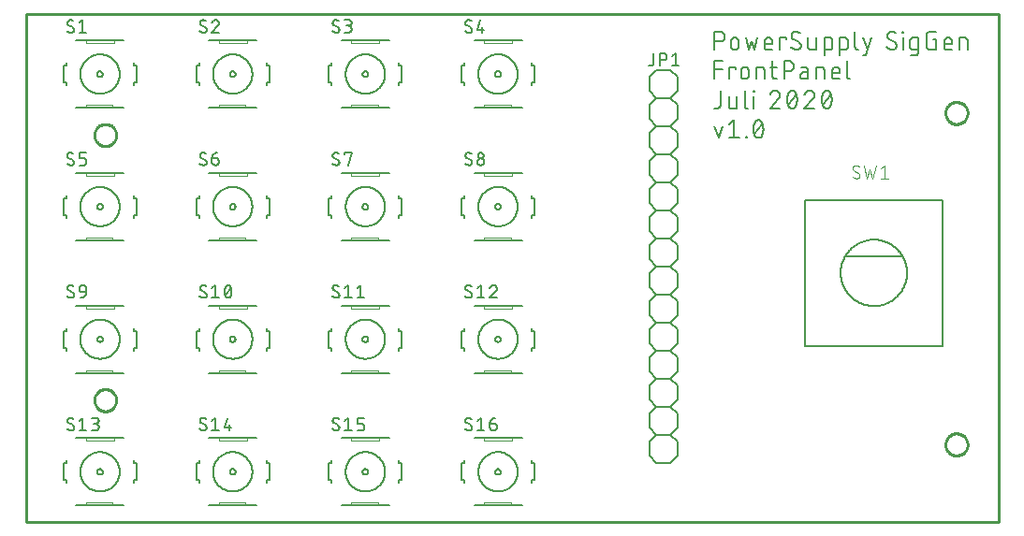
<source format=gbr>
G04 EAGLE Gerber RS-274X export*
G75*
%MOMM*%
%FSLAX34Y34*%
%LPD*%
%INSilkscreen Top*%
%IPPOS*%
%AMOC8*
5,1,8,0,0,1.08239X$1,22.5*%
G01*
%ADD10C,0.152400*%
%ADD11C,0.127000*%
%ADD12C,0.101600*%
%ADD13C,0.050800*%
%ADD14C,0.254000*%


D10*
X623062Y427482D02*
X623062Y443738D01*
X627578Y443738D01*
X627711Y443736D01*
X627843Y443730D01*
X627975Y443720D01*
X628107Y443707D01*
X628239Y443689D01*
X628369Y443668D01*
X628500Y443643D01*
X628629Y443614D01*
X628757Y443581D01*
X628885Y443545D01*
X629011Y443505D01*
X629136Y443461D01*
X629260Y443413D01*
X629382Y443362D01*
X629503Y443307D01*
X629622Y443249D01*
X629740Y443187D01*
X629855Y443122D01*
X629969Y443053D01*
X630080Y442982D01*
X630189Y442906D01*
X630296Y442828D01*
X630401Y442747D01*
X630503Y442662D01*
X630603Y442575D01*
X630700Y442485D01*
X630795Y442392D01*
X630886Y442296D01*
X630975Y442198D01*
X631061Y442097D01*
X631144Y441993D01*
X631224Y441887D01*
X631300Y441779D01*
X631374Y441669D01*
X631444Y441556D01*
X631511Y441442D01*
X631574Y441325D01*
X631634Y441207D01*
X631691Y441087D01*
X631744Y440965D01*
X631793Y440842D01*
X631839Y440718D01*
X631881Y440592D01*
X631919Y440465D01*
X631954Y440337D01*
X631985Y440208D01*
X632012Y440079D01*
X632035Y439948D01*
X632055Y439817D01*
X632070Y439685D01*
X632082Y439553D01*
X632090Y439421D01*
X632094Y439288D01*
X632094Y439156D01*
X632090Y439023D01*
X632082Y438891D01*
X632070Y438759D01*
X632055Y438627D01*
X632035Y438496D01*
X632012Y438365D01*
X631985Y438236D01*
X631954Y438107D01*
X631919Y437979D01*
X631881Y437852D01*
X631839Y437726D01*
X631793Y437602D01*
X631744Y437479D01*
X631691Y437357D01*
X631634Y437237D01*
X631574Y437119D01*
X631511Y437002D01*
X631444Y436888D01*
X631374Y436775D01*
X631300Y436665D01*
X631224Y436557D01*
X631144Y436451D01*
X631061Y436347D01*
X630975Y436246D01*
X630886Y436148D01*
X630795Y436052D01*
X630700Y435959D01*
X630603Y435869D01*
X630503Y435782D01*
X630401Y435697D01*
X630296Y435616D01*
X630189Y435538D01*
X630080Y435462D01*
X629969Y435391D01*
X629855Y435322D01*
X629740Y435257D01*
X629622Y435195D01*
X629503Y435137D01*
X629382Y435082D01*
X629260Y435031D01*
X629136Y434983D01*
X629011Y434939D01*
X628885Y434899D01*
X628757Y434863D01*
X628629Y434830D01*
X628500Y434801D01*
X628369Y434776D01*
X628239Y434755D01*
X628107Y434737D01*
X627975Y434724D01*
X627843Y434714D01*
X627711Y434708D01*
X627578Y434706D01*
X627578Y434707D02*
X623062Y434707D01*
X637822Y434707D02*
X637822Y431094D01*
X637823Y434707D02*
X637825Y434826D01*
X637831Y434946D01*
X637841Y435065D01*
X637855Y435183D01*
X637872Y435302D01*
X637894Y435419D01*
X637919Y435536D01*
X637949Y435651D01*
X637982Y435766D01*
X638019Y435880D01*
X638059Y435992D01*
X638104Y436103D01*
X638152Y436212D01*
X638203Y436320D01*
X638258Y436426D01*
X638317Y436530D01*
X638379Y436632D01*
X638444Y436732D01*
X638513Y436830D01*
X638585Y436926D01*
X638660Y437019D01*
X638737Y437109D01*
X638818Y437197D01*
X638902Y437282D01*
X638989Y437364D01*
X639078Y437444D01*
X639170Y437520D01*
X639264Y437594D01*
X639361Y437664D01*
X639459Y437731D01*
X639560Y437795D01*
X639664Y437855D01*
X639769Y437912D01*
X639876Y437965D01*
X639984Y438015D01*
X640094Y438061D01*
X640206Y438103D01*
X640319Y438142D01*
X640433Y438177D01*
X640548Y438208D01*
X640665Y438236D01*
X640782Y438259D01*
X640899Y438279D01*
X641018Y438295D01*
X641137Y438307D01*
X641256Y438315D01*
X641375Y438319D01*
X641495Y438319D01*
X641614Y438315D01*
X641733Y438307D01*
X641852Y438295D01*
X641971Y438279D01*
X642088Y438259D01*
X642205Y438236D01*
X642322Y438208D01*
X642437Y438177D01*
X642551Y438142D01*
X642664Y438103D01*
X642776Y438061D01*
X642886Y438015D01*
X642994Y437965D01*
X643101Y437912D01*
X643206Y437855D01*
X643310Y437795D01*
X643411Y437731D01*
X643509Y437664D01*
X643606Y437594D01*
X643700Y437520D01*
X643792Y437444D01*
X643881Y437364D01*
X643968Y437282D01*
X644052Y437197D01*
X644133Y437109D01*
X644210Y437019D01*
X644285Y436926D01*
X644357Y436830D01*
X644426Y436732D01*
X644491Y436632D01*
X644553Y436530D01*
X644612Y436426D01*
X644667Y436320D01*
X644718Y436212D01*
X644766Y436103D01*
X644811Y435992D01*
X644851Y435880D01*
X644888Y435766D01*
X644921Y435651D01*
X644951Y435536D01*
X644976Y435419D01*
X644998Y435302D01*
X645015Y435183D01*
X645029Y435065D01*
X645039Y434946D01*
X645045Y434826D01*
X645047Y434707D01*
X645047Y431094D01*
X645045Y430975D01*
X645039Y430855D01*
X645029Y430736D01*
X645015Y430618D01*
X644998Y430499D01*
X644976Y430382D01*
X644951Y430265D01*
X644921Y430150D01*
X644888Y430035D01*
X644851Y429921D01*
X644811Y429809D01*
X644766Y429698D01*
X644718Y429589D01*
X644667Y429481D01*
X644612Y429375D01*
X644553Y429271D01*
X644491Y429169D01*
X644426Y429069D01*
X644357Y428971D01*
X644285Y428875D01*
X644210Y428782D01*
X644133Y428692D01*
X644052Y428604D01*
X643968Y428519D01*
X643881Y428437D01*
X643792Y428357D01*
X643700Y428281D01*
X643606Y428207D01*
X643509Y428137D01*
X643411Y428070D01*
X643310Y428006D01*
X643206Y427946D01*
X643101Y427889D01*
X642994Y427836D01*
X642886Y427786D01*
X642776Y427740D01*
X642664Y427698D01*
X642551Y427659D01*
X642437Y427624D01*
X642322Y427593D01*
X642205Y427565D01*
X642088Y427542D01*
X641971Y427522D01*
X641852Y427506D01*
X641733Y427494D01*
X641614Y427486D01*
X641495Y427482D01*
X641375Y427482D01*
X641256Y427486D01*
X641137Y427494D01*
X641018Y427506D01*
X640899Y427522D01*
X640782Y427542D01*
X640665Y427565D01*
X640548Y427593D01*
X640433Y427624D01*
X640319Y427659D01*
X640206Y427698D01*
X640094Y427740D01*
X639984Y427786D01*
X639876Y427836D01*
X639769Y427889D01*
X639664Y427946D01*
X639560Y428006D01*
X639459Y428070D01*
X639361Y428137D01*
X639264Y428207D01*
X639170Y428281D01*
X639078Y428357D01*
X638989Y428437D01*
X638902Y428519D01*
X638818Y428604D01*
X638737Y428692D01*
X638660Y428782D01*
X638585Y428875D01*
X638513Y428971D01*
X638444Y429069D01*
X638379Y429169D01*
X638317Y429271D01*
X638258Y429375D01*
X638203Y429481D01*
X638152Y429589D01*
X638104Y429698D01*
X638059Y429809D01*
X638019Y429921D01*
X637982Y430035D01*
X637949Y430150D01*
X637919Y430265D01*
X637894Y430382D01*
X637872Y430499D01*
X637855Y430618D01*
X637841Y430736D01*
X637831Y430855D01*
X637825Y430975D01*
X637823Y431094D01*
X651126Y438319D02*
X653836Y427482D01*
X656545Y434707D01*
X659254Y427482D01*
X661964Y438319D01*
X670752Y427482D02*
X675268Y427482D01*
X670752Y427482D02*
X670651Y427484D01*
X670550Y427490D01*
X670449Y427499D01*
X670348Y427512D01*
X670248Y427529D01*
X670149Y427550D01*
X670051Y427574D01*
X669954Y427602D01*
X669857Y427634D01*
X669762Y427669D01*
X669669Y427708D01*
X669577Y427750D01*
X669486Y427796D01*
X669398Y427845D01*
X669311Y427897D01*
X669226Y427953D01*
X669143Y428011D01*
X669063Y428073D01*
X668985Y428138D01*
X668909Y428205D01*
X668836Y428275D01*
X668766Y428348D01*
X668699Y428424D01*
X668634Y428502D01*
X668572Y428582D01*
X668514Y428665D01*
X668458Y428750D01*
X668406Y428837D01*
X668357Y428925D01*
X668311Y429016D01*
X668269Y429108D01*
X668230Y429201D01*
X668195Y429296D01*
X668163Y429393D01*
X668135Y429490D01*
X668111Y429588D01*
X668090Y429687D01*
X668073Y429787D01*
X668060Y429888D01*
X668051Y429989D01*
X668045Y430090D01*
X668043Y430191D01*
X668043Y434707D01*
X668045Y434826D01*
X668051Y434946D01*
X668061Y435065D01*
X668075Y435183D01*
X668092Y435302D01*
X668114Y435419D01*
X668139Y435536D01*
X668169Y435651D01*
X668202Y435766D01*
X668239Y435880D01*
X668279Y435992D01*
X668324Y436103D01*
X668372Y436212D01*
X668423Y436320D01*
X668478Y436426D01*
X668537Y436530D01*
X668599Y436632D01*
X668664Y436732D01*
X668733Y436830D01*
X668805Y436926D01*
X668880Y437019D01*
X668957Y437109D01*
X669038Y437197D01*
X669122Y437282D01*
X669209Y437364D01*
X669298Y437444D01*
X669390Y437520D01*
X669484Y437594D01*
X669581Y437664D01*
X669679Y437731D01*
X669780Y437795D01*
X669884Y437855D01*
X669989Y437912D01*
X670096Y437965D01*
X670204Y438015D01*
X670314Y438061D01*
X670426Y438103D01*
X670539Y438142D01*
X670653Y438177D01*
X670768Y438208D01*
X670885Y438236D01*
X671002Y438259D01*
X671119Y438279D01*
X671238Y438295D01*
X671357Y438307D01*
X671476Y438315D01*
X671595Y438319D01*
X671715Y438319D01*
X671834Y438315D01*
X671953Y438307D01*
X672072Y438295D01*
X672191Y438279D01*
X672308Y438259D01*
X672425Y438236D01*
X672542Y438208D01*
X672657Y438177D01*
X672771Y438142D01*
X672884Y438103D01*
X672996Y438061D01*
X673106Y438015D01*
X673214Y437965D01*
X673321Y437912D01*
X673426Y437855D01*
X673530Y437795D01*
X673631Y437731D01*
X673729Y437664D01*
X673826Y437594D01*
X673920Y437520D01*
X674012Y437444D01*
X674101Y437364D01*
X674188Y437282D01*
X674272Y437197D01*
X674353Y437109D01*
X674430Y437019D01*
X674505Y436926D01*
X674577Y436830D01*
X674646Y436732D01*
X674711Y436632D01*
X674773Y436530D01*
X674832Y436426D01*
X674887Y436320D01*
X674938Y436212D01*
X674986Y436103D01*
X675031Y435992D01*
X675071Y435880D01*
X675108Y435766D01*
X675141Y435651D01*
X675171Y435536D01*
X675196Y435419D01*
X675218Y435302D01*
X675235Y435183D01*
X675249Y435065D01*
X675259Y434946D01*
X675265Y434826D01*
X675267Y434707D01*
X675268Y434707D02*
X675268Y432901D01*
X668043Y432901D01*
X682196Y427482D02*
X682196Y438319D01*
X687614Y438319D01*
X687614Y436513D01*
X697568Y427482D02*
X697686Y427484D01*
X697804Y427490D01*
X697922Y427499D01*
X698039Y427513D01*
X698156Y427530D01*
X698273Y427551D01*
X698388Y427576D01*
X698503Y427605D01*
X698617Y427638D01*
X698729Y427674D01*
X698840Y427714D01*
X698950Y427757D01*
X699059Y427804D01*
X699166Y427854D01*
X699271Y427909D01*
X699374Y427966D01*
X699475Y428027D01*
X699575Y428091D01*
X699672Y428158D01*
X699767Y428228D01*
X699859Y428302D01*
X699950Y428378D01*
X700037Y428458D01*
X700122Y428540D01*
X700204Y428625D01*
X700284Y428712D01*
X700360Y428803D01*
X700434Y428895D01*
X700504Y428990D01*
X700571Y429087D01*
X700635Y429187D01*
X700696Y429288D01*
X700753Y429391D01*
X700808Y429496D01*
X700858Y429603D01*
X700905Y429712D01*
X700948Y429822D01*
X700988Y429933D01*
X701024Y430045D01*
X701057Y430159D01*
X701086Y430274D01*
X701111Y430389D01*
X701132Y430506D01*
X701149Y430623D01*
X701163Y430740D01*
X701172Y430858D01*
X701178Y430976D01*
X701180Y431094D01*
X697568Y427482D02*
X697385Y427484D01*
X697203Y427491D01*
X697021Y427502D01*
X696839Y427517D01*
X696657Y427537D01*
X696476Y427560D01*
X696296Y427589D01*
X696116Y427621D01*
X695937Y427658D01*
X695760Y427699D01*
X695583Y427745D01*
X695407Y427794D01*
X695233Y427848D01*
X695059Y427906D01*
X694888Y427968D01*
X694718Y428034D01*
X694549Y428105D01*
X694382Y428179D01*
X694217Y428257D01*
X694054Y428339D01*
X693893Y428425D01*
X693734Y428515D01*
X693577Y428609D01*
X693423Y428706D01*
X693271Y428807D01*
X693121Y428912D01*
X692974Y429020D01*
X692830Y429131D01*
X692688Y429246D01*
X692549Y429365D01*
X692413Y429487D01*
X692280Y429612D01*
X692150Y429740D01*
X692601Y440126D02*
X692603Y440244D01*
X692609Y440362D01*
X692618Y440480D01*
X692632Y440597D01*
X692649Y440714D01*
X692670Y440831D01*
X692695Y440946D01*
X692724Y441061D01*
X692757Y441175D01*
X692793Y441287D01*
X692833Y441398D01*
X692876Y441508D01*
X692923Y441617D01*
X692973Y441724D01*
X693028Y441829D01*
X693085Y441932D01*
X693146Y442033D01*
X693210Y442133D01*
X693277Y442230D01*
X693347Y442325D01*
X693421Y442417D01*
X693497Y442508D01*
X693577Y442595D01*
X693659Y442680D01*
X693744Y442762D01*
X693831Y442842D01*
X693922Y442918D01*
X694014Y442992D01*
X694109Y443062D01*
X694206Y443129D01*
X694306Y443193D01*
X694407Y443254D01*
X694510Y443312D01*
X694615Y443366D01*
X694722Y443416D01*
X694831Y443463D01*
X694941Y443507D01*
X695052Y443546D01*
X695165Y443582D01*
X695278Y443615D01*
X695393Y443644D01*
X695508Y443669D01*
X695625Y443690D01*
X695742Y443707D01*
X695859Y443721D01*
X695977Y443730D01*
X696095Y443736D01*
X696213Y443738D01*
X696374Y443736D01*
X696536Y443730D01*
X696697Y443721D01*
X696858Y443707D01*
X697018Y443690D01*
X697178Y443669D01*
X697338Y443644D01*
X697497Y443615D01*
X697655Y443583D01*
X697812Y443547D01*
X697968Y443507D01*
X698124Y443463D01*
X698278Y443415D01*
X698431Y443364D01*
X698583Y443310D01*
X698734Y443251D01*
X698883Y443190D01*
X699030Y443124D01*
X699176Y443055D01*
X699321Y442983D01*
X699463Y442907D01*
X699604Y442828D01*
X699743Y442746D01*
X699879Y442660D01*
X700014Y442571D01*
X700147Y442479D01*
X700277Y442383D01*
X694407Y436965D02*
X694306Y437027D01*
X694206Y437092D01*
X694109Y437161D01*
X694014Y437233D01*
X693921Y437307D01*
X693831Y437385D01*
X693743Y437466D01*
X693658Y437549D01*
X693576Y437635D01*
X693497Y437724D01*
X693420Y437815D01*
X693347Y437909D01*
X693276Y438005D01*
X693209Y438103D01*
X693145Y438203D01*
X693084Y438306D01*
X693027Y438410D01*
X692973Y438516D01*
X692923Y438624D01*
X692876Y438733D01*
X692832Y438844D01*
X692792Y438956D01*
X692756Y439070D01*
X692724Y439184D01*
X692695Y439300D01*
X692670Y439416D01*
X692649Y439533D01*
X692632Y439651D01*
X692618Y439769D01*
X692609Y439888D01*
X692603Y440007D01*
X692601Y440126D01*
X699375Y434255D02*
X699476Y434193D01*
X699576Y434128D01*
X699673Y434059D01*
X699768Y433987D01*
X699861Y433913D01*
X699951Y433835D01*
X700039Y433754D01*
X700124Y433671D01*
X700206Y433585D01*
X700285Y433496D01*
X700362Y433405D01*
X700435Y433311D01*
X700506Y433215D01*
X700573Y433117D01*
X700637Y433017D01*
X700698Y432914D01*
X700755Y432810D01*
X700809Y432704D01*
X700859Y432596D01*
X700906Y432487D01*
X700950Y432376D01*
X700990Y432264D01*
X701026Y432150D01*
X701058Y432036D01*
X701087Y431920D01*
X701112Y431804D01*
X701133Y431687D01*
X701150Y431569D01*
X701164Y431451D01*
X701173Y431332D01*
X701179Y431213D01*
X701181Y431094D01*
X699374Y434255D02*
X694407Y436965D01*
X707642Y438319D02*
X707642Y430191D01*
X707644Y430090D01*
X707650Y429989D01*
X707659Y429888D01*
X707672Y429787D01*
X707689Y429687D01*
X707710Y429588D01*
X707734Y429490D01*
X707762Y429393D01*
X707794Y429296D01*
X707829Y429201D01*
X707868Y429108D01*
X707910Y429016D01*
X707956Y428925D01*
X708005Y428837D01*
X708057Y428750D01*
X708113Y428665D01*
X708171Y428582D01*
X708233Y428502D01*
X708298Y428424D01*
X708365Y428348D01*
X708435Y428275D01*
X708508Y428205D01*
X708584Y428138D01*
X708662Y428073D01*
X708742Y428011D01*
X708825Y427953D01*
X708910Y427897D01*
X708997Y427845D01*
X709085Y427796D01*
X709176Y427750D01*
X709268Y427708D01*
X709361Y427669D01*
X709456Y427634D01*
X709553Y427602D01*
X709650Y427574D01*
X709748Y427550D01*
X709847Y427529D01*
X709947Y427512D01*
X710048Y427499D01*
X710149Y427490D01*
X710250Y427484D01*
X710351Y427482D01*
X714867Y427482D01*
X714867Y438319D01*
X722304Y438319D02*
X722304Y422063D01*
X722304Y438319D02*
X726820Y438319D01*
X726924Y438317D01*
X727027Y438311D01*
X727131Y438301D01*
X727234Y438287D01*
X727336Y438269D01*
X727437Y438248D01*
X727538Y438222D01*
X727637Y438193D01*
X727736Y438160D01*
X727833Y438123D01*
X727928Y438082D01*
X728022Y438038D01*
X728114Y437990D01*
X728204Y437939D01*
X728293Y437884D01*
X728379Y437826D01*
X728462Y437764D01*
X728544Y437700D01*
X728622Y437632D01*
X728698Y437562D01*
X728772Y437489D01*
X728842Y437412D01*
X728910Y437334D01*
X728974Y437252D01*
X729036Y437169D01*
X729094Y437083D01*
X729149Y436994D01*
X729200Y436904D01*
X729248Y436812D01*
X729292Y436718D01*
X729333Y436623D01*
X729370Y436526D01*
X729403Y436427D01*
X729432Y436328D01*
X729458Y436227D01*
X729479Y436126D01*
X729497Y436024D01*
X729511Y435921D01*
X729521Y435817D01*
X729527Y435714D01*
X729529Y435610D01*
X729529Y430191D01*
X729527Y430090D01*
X729521Y429989D01*
X729512Y429888D01*
X729499Y429787D01*
X729482Y429687D01*
X729461Y429588D01*
X729437Y429490D01*
X729409Y429393D01*
X729377Y429296D01*
X729342Y429201D01*
X729303Y429108D01*
X729261Y429016D01*
X729215Y428925D01*
X729166Y428837D01*
X729114Y428750D01*
X729058Y428665D01*
X729000Y428582D01*
X728938Y428502D01*
X728873Y428424D01*
X728806Y428348D01*
X728736Y428275D01*
X728663Y428205D01*
X728587Y428138D01*
X728509Y428073D01*
X728429Y428011D01*
X728346Y427953D01*
X728261Y427897D01*
X728175Y427845D01*
X728086Y427796D01*
X727995Y427750D01*
X727903Y427708D01*
X727810Y427669D01*
X727715Y427634D01*
X727618Y427602D01*
X727521Y427574D01*
X727423Y427550D01*
X727324Y427529D01*
X727224Y427512D01*
X727123Y427499D01*
X727022Y427490D01*
X726921Y427484D01*
X726820Y427482D01*
X722304Y427482D01*
X736372Y422063D02*
X736372Y438319D01*
X740888Y438319D01*
X740992Y438317D01*
X741095Y438311D01*
X741199Y438301D01*
X741302Y438287D01*
X741404Y438269D01*
X741505Y438248D01*
X741606Y438222D01*
X741705Y438193D01*
X741804Y438160D01*
X741901Y438123D01*
X741996Y438082D01*
X742090Y438038D01*
X742182Y437990D01*
X742272Y437939D01*
X742361Y437884D01*
X742447Y437826D01*
X742530Y437764D01*
X742612Y437700D01*
X742690Y437632D01*
X742766Y437562D01*
X742840Y437489D01*
X742910Y437412D01*
X742978Y437334D01*
X743042Y437252D01*
X743104Y437169D01*
X743162Y437083D01*
X743217Y436994D01*
X743268Y436904D01*
X743316Y436812D01*
X743360Y436718D01*
X743401Y436623D01*
X743438Y436526D01*
X743471Y436427D01*
X743500Y436328D01*
X743526Y436227D01*
X743547Y436126D01*
X743565Y436024D01*
X743579Y435921D01*
X743589Y435817D01*
X743595Y435714D01*
X743597Y435610D01*
X743597Y430191D01*
X743595Y430090D01*
X743589Y429989D01*
X743580Y429888D01*
X743567Y429787D01*
X743550Y429687D01*
X743529Y429588D01*
X743505Y429490D01*
X743477Y429393D01*
X743445Y429296D01*
X743410Y429201D01*
X743371Y429108D01*
X743329Y429016D01*
X743283Y428925D01*
X743234Y428837D01*
X743182Y428750D01*
X743126Y428665D01*
X743068Y428582D01*
X743006Y428502D01*
X742941Y428424D01*
X742874Y428348D01*
X742804Y428275D01*
X742731Y428205D01*
X742655Y428138D01*
X742577Y428073D01*
X742497Y428011D01*
X742414Y427953D01*
X742329Y427897D01*
X742243Y427845D01*
X742154Y427796D01*
X742063Y427750D01*
X741971Y427708D01*
X741878Y427669D01*
X741783Y427634D01*
X741686Y427602D01*
X741589Y427574D01*
X741491Y427550D01*
X741392Y427529D01*
X741292Y427512D01*
X741191Y427499D01*
X741090Y427490D01*
X740989Y427484D01*
X740888Y427482D01*
X736372Y427482D01*
X750083Y430191D02*
X750083Y443738D01*
X750083Y430191D02*
X750085Y430090D01*
X750091Y429989D01*
X750100Y429888D01*
X750113Y429787D01*
X750130Y429687D01*
X750151Y429588D01*
X750175Y429490D01*
X750203Y429393D01*
X750235Y429296D01*
X750270Y429201D01*
X750309Y429108D01*
X750351Y429016D01*
X750397Y428925D01*
X750446Y428837D01*
X750498Y428750D01*
X750554Y428665D01*
X750612Y428582D01*
X750674Y428502D01*
X750739Y428424D01*
X750806Y428348D01*
X750876Y428275D01*
X750949Y428205D01*
X751025Y428138D01*
X751103Y428073D01*
X751183Y428011D01*
X751266Y427953D01*
X751351Y427897D01*
X751438Y427845D01*
X751526Y427796D01*
X751617Y427750D01*
X751709Y427708D01*
X751802Y427669D01*
X751897Y427634D01*
X751994Y427602D01*
X752091Y427574D01*
X752189Y427550D01*
X752288Y427529D01*
X752388Y427512D01*
X752489Y427499D01*
X752590Y427490D01*
X752691Y427484D01*
X752792Y427482D01*
X757662Y422063D02*
X759468Y422063D01*
X764886Y438319D01*
X757662Y438319D02*
X761274Y427482D01*
X784061Y427482D02*
X784179Y427484D01*
X784297Y427490D01*
X784415Y427499D01*
X784532Y427513D01*
X784649Y427530D01*
X784766Y427551D01*
X784881Y427576D01*
X784996Y427605D01*
X785110Y427638D01*
X785222Y427674D01*
X785333Y427714D01*
X785443Y427757D01*
X785552Y427804D01*
X785659Y427854D01*
X785764Y427909D01*
X785867Y427966D01*
X785968Y428027D01*
X786068Y428091D01*
X786165Y428158D01*
X786260Y428228D01*
X786352Y428302D01*
X786443Y428378D01*
X786530Y428458D01*
X786615Y428540D01*
X786697Y428625D01*
X786777Y428712D01*
X786853Y428803D01*
X786927Y428895D01*
X786997Y428990D01*
X787064Y429087D01*
X787128Y429187D01*
X787189Y429288D01*
X787246Y429391D01*
X787301Y429496D01*
X787351Y429603D01*
X787398Y429712D01*
X787441Y429822D01*
X787481Y429933D01*
X787517Y430045D01*
X787550Y430159D01*
X787579Y430274D01*
X787604Y430389D01*
X787625Y430506D01*
X787642Y430623D01*
X787656Y430740D01*
X787665Y430858D01*
X787671Y430976D01*
X787673Y431094D01*
X784061Y427482D02*
X783878Y427484D01*
X783696Y427491D01*
X783514Y427502D01*
X783332Y427517D01*
X783150Y427537D01*
X782969Y427560D01*
X782789Y427589D01*
X782609Y427621D01*
X782430Y427658D01*
X782253Y427699D01*
X782076Y427745D01*
X781900Y427794D01*
X781726Y427848D01*
X781552Y427906D01*
X781381Y427968D01*
X781211Y428034D01*
X781042Y428105D01*
X780875Y428179D01*
X780710Y428257D01*
X780547Y428339D01*
X780386Y428425D01*
X780227Y428515D01*
X780070Y428609D01*
X779916Y428706D01*
X779764Y428807D01*
X779614Y428912D01*
X779467Y429020D01*
X779323Y429131D01*
X779181Y429246D01*
X779042Y429365D01*
X778906Y429487D01*
X778773Y429612D01*
X778643Y429740D01*
X779094Y440126D02*
X779096Y440244D01*
X779102Y440362D01*
X779111Y440480D01*
X779125Y440597D01*
X779142Y440714D01*
X779163Y440831D01*
X779188Y440946D01*
X779217Y441061D01*
X779250Y441175D01*
X779286Y441287D01*
X779326Y441398D01*
X779369Y441508D01*
X779416Y441617D01*
X779466Y441724D01*
X779521Y441829D01*
X779578Y441932D01*
X779639Y442033D01*
X779703Y442133D01*
X779770Y442230D01*
X779840Y442325D01*
X779914Y442417D01*
X779990Y442508D01*
X780070Y442595D01*
X780152Y442680D01*
X780237Y442762D01*
X780324Y442842D01*
X780415Y442918D01*
X780507Y442992D01*
X780602Y443062D01*
X780699Y443129D01*
X780799Y443193D01*
X780900Y443254D01*
X781003Y443312D01*
X781108Y443366D01*
X781215Y443416D01*
X781324Y443463D01*
X781434Y443507D01*
X781545Y443546D01*
X781658Y443582D01*
X781771Y443615D01*
X781886Y443644D01*
X782001Y443669D01*
X782118Y443690D01*
X782235Y443707D01*
X782352Y443721D01*
X782470Y443730D01*
X782588Y443736D01*
X782706Y443738D01*
X782867Y443736D01*
X783029Y443730D01*
X783190Y443721D01*
X783351Y443707D01*
X783511Y443690D01*
X783671Y443669D01*
X783831Y443644D01*
X783990Y443615D01*
X784148Y443583D01*
X784305Y443547D01*
X784461Y443507D01*
X784617Y443463D01*
X784771Y443415D01*
X784924Y443364D01*
X785076Y443310D01*
X785227Y443251D01*
X785376Y443190D01*
X785523Y443124D01*
X785669Y443055D01*
X785814Y442983D01*
X785956Y442907D01*
X786097Y442828D01*
X786236Y442746D01*
X786372Y442660D01*
X786507Y442571D01*
X786640Y442479D01*
X786770Y442383D01*
X780900Y436965D02*
X780799Y437027D01*
X780699Y437092D01*
X780602Y437161D01*
X780507Y437233D01*
X780414Y437307D01*
X780324Y437385D01*
X780236Y437466D01*
X780151Y437549D01*
X780069Y437635D01*
X779990Y437724D01*
X779913Y437815D01*
X779840Y437909D01*
X779769Y438005D01*
X779702Y438103D01*
X779638Y438203D01*
X779577Y438306D01*
X779520Y438410D01*
X779466Y438516D01*
X779416Y438624D01*
X779369Y438733D01*
X779325Y438844D01*
X779285Y438956D01*
X779249Y439070D01*
X779217Y439184D01*
X779188Y439300D01*
X779163Y439416D01*
X779142Y439533D01*
X779125Y439651D01*
X779111Y439769D01*
X779102Y439888D01*
X779096Y440007D01*
X779094Y440126D01*
X785867Y434255D02*
X785968Y434193D01*
X786068Y434128D01*
X786165Y434059D01*
X786260Y433987D01*
X786353Y433913D01*
X786443Y433835D01*
X786531Y433754D01*
X786616Y433671D01*
X786698Y433585D01*
X786777Y433496D01*
X786854Y433405D01*
X786927Y433311D01*
X786998Y433215D01*
X787065Y433117D01*
X787129Y433017D01*
X787190Y432914D01*
X787247Y432810D01*
X787301Y432704D01*
X787351Y432596D01*
X787398Y432487D01*
X787442Y432376D01*
X787482Y432264D01*
X787518Y432150D01*
X787550Y432036D01*
X787579Y431920D01*
X787604Y431804D01*
X787625Y431687D01*
X787642Y431569D01*
X787656Y431451D01*
X787665Y431332D01*
X787671Y431213D01*
X787673Y431094D01*
X785867Y434255D02*
X780900Y436965D01*
X793579Y438319D02*
X793579Y427482D01*
X793127Y442835D02*
X793127Y443738D01*
X794030Y443738D01*
X794030Y442835D01*
X793127Y442835D01*
X802502Y427482D02*
X807017Y427482D01*
X802502Y427482D02*
X802401Y427484D01*
X802300Y427490D01*
X802199Y427499D01*
X802098Y427512D01*
X801998Y427529D01*
X801899Y427550D01*
X801801Y427574D01*
X801704Y427602D01*
X801607Y427634D01*
X801512Y427669D01*
X801419Y427708D01*
X801327Y427750D01*
X801236Y427796D01*
X801148Y427845D01*
X801061Y427897D01*
X800976Y427953D01*
X800893Y428011D01*
X800813Y428073D01*
X800735Y428138D01*
X800659Y428205D01*
X800586Y428275D01*
X800516Y428348D01*
X800449Y428424D01*
X800384Y428502D01*
X800322Y428582D01*
X800264Y428665D01*
X800208Y428750D01*
X800156Y428837D01*
X800107Y428925D01*
X800061Y429016D01*
X800019Y429108D01*
X799980Y429201D01*
X799945Y429296D01*
X799913Y429393D01*
X799885Y429490D01*
X799861Y429588D01*
X799840Y429687D01*
X799823Y429787D01*
X799810Y429888D01*
X799801Y429989D01*
X799795Y430090D01*
X799793Y430191D01*
X799793Y435610D01*
X799795Y435711D01*
X799801Y435812D01*
X799810Y435913D01*
X799823Y436014D01*
X799840Y436114D01*
X799861Y436213D01*
X799885Y436311D01*
X799913Y436408D01*
X799945Y436505D01*
X799980Y436600D01*
X800019Y436693D01*
X800061Y436785D01*
X800107Y436876D01*
X800156Y436965D01*
X800208Y437051D01*
X800264Y437136D01*
X800322Y437219D01*
X800384Y437299D01*
X800449Y437377D01*
X800516Y437453D01*
X800586Y437526D01*
X800659Y437596D01*
X800735Y437663D01*
X800813Y437728D01*
X800893Y437790D01*
X800976Y437848D01*
X801061Y437904D01*
X801148Y437956D01*
X801236Y438005D01*
X801327Y438051D01*
X801419Y438093D01*
X801512Y438132D01*
X801607Y438167D01*
X801704Y438199D01*
X801801Y438227D01*
X801899Y438251D01*
X801998Y438272D01*
X802098Y438289D01*
X802199Y438302D01*
X802300Y438311D01*
X802401Y438317D01*
X802502Y438319D01*
X807017Y438319D01*
X807017Y424773D01*
X807015Y424669D01*
X807009Y424566D01*
X806999Y424462D01*
X806985Y424359D01*
X806967Y424257D01*
X806946Y424156D01*
X806920Y424055D01*
X806891Y423956D01*
X806858Y423857D01*
X806821Y423760D01*
X806780Y423665D01*
X806736Y423571D01*
X806688Y423479D01*
X806637Y423389D01*
X806582Y423300D01*
X806524Y423214D01*
X806462Y423131D01*
X806398Y423049D01*
X806330Y422971D01*
X806260Y422895D01*
X806187Y422821D01*
X806110Y422751D01*
X806032Y422683D01*
X805950Y422619D01*
X805867Y422557D01*
X805781Y422499D01*
X805692Y422444D01*
X805602Y422393D01*
X805510Y422345D01*
X805416Y422301D01*
X805321Y422260D01*
X805224Y422223D01*
X805125Y422190D01*
X805026Y422161D01*
X804925Y422135D01*
X804824Y422114D01*
X804722Y422096D01*
X804619Y422082D01*
X804515Y422072D01*
X804412Y422066D01*
X804308Y422064D01*
X804308Y422063D02*
X800696Y422063D01*
X820916Y436513D02*
X823625Y436513D01*
X823625Y427482D01*
X818206Y427482D01*
X818088Y427484D01*
X817970Y427490D01*
X817852Y427499D01*
X817735Y427513D01*
X817618Y427530D01*
X817501Y427551D01*
X817386Y427576D01*
X817271Y427605D01*
X817157Y427638D01*
X817045Y427674D01*
X816934Y427714D01*
X816824Y427757D01*
X816715Y427804D01*
X816608Y427854D01*
X816503Y427909D01*
X816400Y427966D01*
X816299Y428027D01*
X816199Y428091D01*
X816102Y428158D01*
X816007Y428228D01*
X815915Y428302D01*
X815824Y428378D01*
X815737Y428458D01*
X815652Y428540D01*
X815570Y428625D01*
X815490Y428712D01*
X815414Y428803D01*
X815340Y428895D01*
X815270Y428990D01*
X815203Y429087D01*
X815139Y429187D01*
X815078Y429288D01*
X815021Y429391D01*
X814966Y429496D01*
X814916Y429603D01*
X814869Y429712D01*
X814826Y429822D01*
X814786Y429933D01*
X814750Y430045D01*
X814717Y430159D01*
X814688Y430274D01*
X814663Y430389D01*
X814642Y430506D01*
X814625Y430623D01*
X814611Y430740D01*
X814602Y430858D01*
X814596Y430976D01*
X814594Y431094D01*
X814594Y440126D01*
X814596Y440244D01*
X814602Y440362D01*
X814611Y440480D01*
X814625Y440597D01*
X814642Y440714D01*
X814663Y440831D01*
X814688Y440946D01*
X814717Y441061D01*
X814750Y441175D01*
X814786Y441287D01*
X814826Y441398D01*
X814869Y441508D01*
X814916Y441617D01*
X814966Y441724D01*
X815020Y441829D01*
X815078Y441932D01*
X815139Y442033D01*
X815203Y442133D01*
X815270Y442230D01*
X815340Y442325D01*
X815414Y442417D01*
X815490Y442508D01*
X815570Y442595D01*
X815652Y442680D01*
X815737Y442762D01*
X815824Y442842D01*
X815915Y442918D01*
X816007Y442992D01*
X816102Y443062D01*
X816199Y443129D01*
X816299Y443193D01*
X816400Y443254D01*
X816503Y443311D01*
X816608Y443365D01*
X816715Y443416D01*
X816824Y443463D01*
X816934Y443506D01*
X817045Y443546D01*
X817157Y443582D01*
X817271Y443615D01*
X817386Y443644D01*
X817501Y443669D01*
X817618Y443690D01*
X817735Y443707D01*
X817852Y443721D01*
X817970Y443730D01*
X818088Y443736D01*
X818206Y443738D01*
X823625Y443738D01*
X833317Y427482D02*
X837832Y427482D01*
X833317Y427482D02*
X833216Y427484D01*
X833115Y427490D01*
X833014Y427499D01*
X832913Y427512D01*
X832813Y427529D01*
X832714Y427550D01*
X832616Y427574D01*
X832519Y427602D01*
X832422Y427634D01*
X832327Y427669D01*
X832234Y427708D01*
X832142Y427750D01*
X832051Y427796D01*
X831963Y427845D01*
X831876Y427897D01*
X831791Y427953D01*
X831708Y428011D01*
X831628Y428073D01*
X831550Y428138D01*
X831474Y428205D01*
X831401Y428275D01*
X831331Y428348D01*
X831264Y428424D01*
X831199Y428502D01*
X831137Y428582D01*
X831079Y428665D01*
X831023Y428750D01*
X830971Y428837D01*
X830922Y428925D01*
X830876Y429016D01*
X830834Y429108D01*
X830795Y429201D01*
X830760Y429296D01*
X830728Y429393D01*
X830700Y429490D01*
X830676Y429588D01*
X830655Y429687D01*
X830638Y429787D01*
X830625Y429888D01*
X830616Y429989D01*
X830610Y430090D01*
X830608Y430191D01*
X830607Y430191D02*
X830607Y434707D01*
X830608Y434707D02*
X830610Y434826D01*
X830616Y434946D01*
X830626Y435065D01*
X830640Y435183D01*
X830657Y435302D01*
X830679Y435419D01*
X830704Y435536D01*
X830734Y435651D01*
X830767Y435766D01*
X830804Y435880D01*
X830844Y435992D01*
X830889Y436103D01*
X830937Y436212D01*
X830988Y436320D01*
X831043Y436426D01*
X831102Y436530D01*
X831164Y436632D01*
X831229Y436732D01*
X831298Y436830D01*
X831370Y436926D01*
X831445Y437019D01*
X831522Y437109D01*
X831603Y437197D01*
X831687Y437282D01*
X831774Y437364D01*
X831863Y437444D01*
X831955Y437520D01*
X832049Y437594D01*
X832146Y437664D01*
X832244Y437731D01*
X832345Y437795D01*
X832449Y437855D01*
X832554Y437912D01*
X832661Y437965D01*
X832769Y438015D01*
X832879Y438061D01*
X832991Y438103D01*
X833104Y438142D01*
X833218Y438177D01*
X833333Y438208D01*
X833450Y438236D01*
X833567Y438259D01*
X833684Y438279D01*
X833803Y438295D01*
X833922Y438307D01*
X834041Y438315D01*
X834160Y438319D01*
X834280Y438319D01*
X834399Y438315D01*
X834518Y438307D01*
X834637Y438295D01*
X834756Y438279D01*
X834873Y438259D01*
X834990Y438236D01*
X835107Y438208D01*
X835222Y438177D01*
X835336Y438142D01*
X835449Y438103D01*
X835561Y438061D01*
X835671Y438015D01*
X835779Y437965D01*
X835886Y437912D01*
X835991Y437855D01*
X836095Y437795D01*
X836196Y437731D01*
X836294Y437664D01*
X836391Y437594D01*
X836485Y437520D01*
X836577Y437444D01*
X836666Y437364D01*
X836753Y437282D01*
X836837Y437197D01*
X836918Y437109D01*
X836995Y437019D01*
X837070Y436926D01*
X837142Y436830D01*
X837211Y436732D01*
X837276Y436632D01*
X837338Y436530D01*
X837397Y436426D01*
X837452Y436320D01*
X837503Y436212D01*
X837551Y436103D01*
X837596Y435992D01*
X837636Y435880D01*
X837673Y435766D01*
X837706Y435651D01*
X837736Y435536D01*
X837761Y435419D01*
X837783Y435302D01*
X837800Y435183D01*
X837814Y435065D01*
X837824Y434946D01*
X837830Y434826D01*
X837832Y434707D01*
X837832Y432901D01*
X830607Y432901D01*
X844675Y427482D02*
X844675Y438319D01*
X849191Y438319D01*
X849295Y438317D01*
X849398Y438311D01*
X849502Y438301D01*
X849605Y438287D01*
X849707Y438269D01*
X849808Y438248D01*
X849909Y438222D01*
X850008Y438193D01*
X850107Y438160D01*
X850204Y438123D01*
X850299Y438082D01*
X850393Y438038D01*
X850485Y437990D01*
X850575Y437939D01*
X850664Y437884D01*
X850750Y437826D01*
X850833Y437764D01*
X850915Y437700D01*
X850993Y437632D01*
X851069Y437562D01*
X851143Y437489D01*
X851213Y437412D01*
X851281Y437334D01*
X851345Y437252D01*
X851407Y437169D01*
X851465Y437083D01*
X851520Y436994D01*
X851571Y436904D01*
X851619Y436812D01*
X851663Y436718D01*
X851704Y436623D01*
X851741Y436526D01*
X851774Y436427D01*
X851803Y436328D01*
X851829Y436227D01*
X851850Y436126D01*
X851868Y436024D01*
X851882Y435921D01*
X851892Y435817D01*
X851898Y435714D01*
X851900Y435610D01*
X851900Y427482D01*
X623062Y417068D02*
X623062Y400812D01*
X623062Y417068D02*
X630287Y417068D01*
X630287Y409843D02*
X623062Y409843D01*
X636525Y411649D02*
X636525Y400812D01*
X636525Y411649D02*
X641944Y411649D01*
X641944Y409843D01*
X646861Y408037D02*
X646861Y404424D01*
X646862Y408037D02*
X646864Y408156D01*
X646870Y408276D01*
X646880Y408395D01*
X646894Y408513D01*
X646911Y408632D01*
X646933Y408749D01*
X646958Y408866D01*
X646988Y408981D01*
X647021Y409096D01*
X647058Y409210D01*
X647098Y409322D01*
X647143Y409433D01*
X647191Y409542D01*
X647242Y409650D01*
X647297Y409756D01*
X647356Y409860D01*
X647418Y409962D01*
X647483Y410062D01*
X647552Y410160D01*
X647624Y410256D01*
X647699Y410349D01*
X647776Y410439D01*
X647857Y410527D01*
X647941Y410612D01*
X648028Y410694D01*
X648117Y410774D01*
X648209Y410850D01*
X648303Y410924D01*
X648400Y410994D01*
X648498Y411061D01*
X648599Y411125D01*
X648703Y411185D01*
X648808Y411242D01*
X648915Y411295D01*
X649023Y411345D01*
X649133Y411391D01*
X649245Y411433D01*
X649358Y411472D01*
X649472Y411507D01*
X649587Y411538D01*
X649704Y411566D01*
X649821Y411589D01*
X649938Y411609D01*
X650057Y411625D01*
X650176Y411637D01*
X650295Y411645D01*
X650414Y411649D01*
X650534Y411649D01*
X650653Y411645D01*
X650772Y411637D01*
X650891Y411625D01*
X651010Y411609D01*
X651127Y411589D01*
X651244Y411566D01*
X651361Y411538D01*
X651476Y411507D01*
X651590Y411472D01*
X651703Y411433D01*
X651815Y411391D01*
X651925Y411345D01*
X652033Y411295D01*
X652140Y411242D01*
X652245Y411185D01*
X652349Y411125D01*
X652450Y411061D01*
X652548Y410994D01*
X652645Y410924D01*
X652739Y410850D01*
X652831Y410774D01*
X652920Y410694D01*
X653007Y410612D01*
X653091Y410527D01*
X653172Y410439D01*
X653249Y410349D01*
X653324Y410256D01*
X653396Y410160D01*
X653465Y410062D01*
X653530Y409962D01*
X653592Y409860D01*
X653651Y409756D01*
X653706Y409650D01*
X653757Y409542D01*
X653805Y409433D01*
X653850Y409322D01*
X653890Y409210D01*
X653927Y409096D01*
X653960Y408981D01*
X653990Y408866D01*
X654015Y408749D01*
X654037Y408632D01*
X654054Y408513D01*
X654068Y408395D01*
X654078Y408276D01*
X654084Y408156D01*
X654086Y408037D01*
X654086Y404424D01*
X654084Y404305D01*
X654078Y404185D01*
X654068Y404066D01*
X654054Y403948D01*
X654037Y403829D01*
X654015Y403712D01*
X653990Y403595D01*
X653960Y403480D01*
X653927Y403365D01*
X653890Y403251D01*
X653850Y403139D01*
X653805Y403028D01*
X653757Y402919D01*
X653706Y402811D01*
X653651Y402705D01*
X653592Y402601D01*
X653530Y402499D01*
X653465Y402399D01*
X653396Y402301D01*
X653324Y402205D01*
X653249Y402112D01*
X653172Y402022D01*
X653091Y401934D01*
X653007Y401849D01*
X652920Y401767D01*
X652831Y401687D01*
X652739Y401611D01*
X652645Y401537D01*
X652548Y401467D01*
X652450Y401400D01*
X652349Y401336D01*
X652245Y401276D01*
X652140Y401219D01*
X652033Y401166D01*
X651925Y401116D01*
X651815Y401070D01*
X651703Y401028D01*
X651590Y400989D01*
X651476Y400954D01*
X651361Y400923D01*
X651244Y400895D01*
X651127Y400872D01*
X651010Y400852D01*
X650891Y400836D01*
X650772Y400824D01*
X650653Y400816D01*
X650534Y400812D01*
X650414Y400812D01*
X650295Y400816D01*
X650176Y400824D01*
X650057Y400836D01*
X649938Y400852D01*
X649821Y400872D01*
X649704Y400895D01*
X649587Y400923D01*
X649472Y400954D01*
X649358Y400989D01*
X649245Y401028D01*
X649133Y401070D01*
X649023Y401116D01*
X648915Y401166D01*
X648808Y401219D01*
X648703Y401276D01*
X648599Y401336D01*
X648498Y401400D01*
X648400Y401467D01*
X648303Y401537D01*
X648209Y401611D01*
X648117Y401687D01*
X648028Y401767D01*
X647941Y401849D01*
X647857Y401934D01*
X647776Y402022D01*
X647699Y402112D01*
X647624Y402205D01*
X647552Y402301D01*
X647483Y402399D01*
X647418Y402499D01*
X647356Y402601D01*
X647297Y402705D01*
X647242Y402811D01*
X647191Y402919D01*
X647143Y403028D01*
X647098Y403139D01*
X647058Y403251D01*
X647021Y403365D01*
X646988Y403480D01*
X646958Y403595D01*
X646933Y403712D01*
X646911Y403829D01*
X646894Y403948D01*
X646880Y404066D01*
X646870Y404185D01*
X646864Y404305D01*
X646862Y404424D01*
X660929Y400812D02*
X660929Y411649D01*
X665445Y411649D01*
X665549Y411647D01*
X665652Y411641D01*
X665756Y411631D01*
X665859Y411617D01*
X665961Y411599D01*
X666062Y411578D01*
X666163Y411552D01*
X666262Y411523D01*
X666361Y411490D01*
X666458Y411453D01*
X666553Y411412D01*
X666647Y411368D01*
X666739Y411320D01*
X666829Y411269D01*
X666918Y411214D01*
X667004Y411156D01*
X667087Y411094D01*
X667169Y411030D01*
X667247Y410962D01*
X667323Y410892D01*
X667397Y410819D01*
X667467Y410742D01*
X667535Y410664D01*
X667599Y410582D01*
X667661Y410499D01*
X667719Y410413D01*
X667774Y410324D01*
X667825Y410234D01*
X667873Y410142D01*
X667917Y410048D01*
X667958Y409953D01*
X667995Y409856D01*
X668028Y409757D01*
X668057Y409658D01*
X668083Y409557D01*
X668104Y409456D01*
X668122Y409354D01*
X668136Y409251D01*
X668146Y409147D01*
X668152Y409044D01*
X668154Y408940D01*
X668154Y400812D01*
X673700Y411649D02*
X679119Y411649D01*
X675506Y417068D02*
X675506Y403521D01*
X675507Y403521D02*
X675509Y403420D01*
X675515Y403319D01*
X675524Y403218D01*
X675537Y403117D01*
X675554Y403017D01*
X675575Y402918D01*
X675599Y402820D01*
X675627Y402723D01*
X675659Y402626D01*
X675694Y402531D01*
X675733Y402438D01*
X675775Y402346D01*
X675821Y402255D01*
X675870Y402167D01*
X675922Y402080D01*
X675978Y401995D01*
X676036Y401912D01*
X676098Y401832D01*
X676163Y401754D01*
X676230Y401678D01*
X676300Y401605D01*
X676373Y401535D01*
X676449Y401468D01*
X676527Y401403D01*
X676607Y401341D01*
X676690Y401283D01*
X676775Y401227D01*
X676862Y401175D01*
X676950Y401126D01*
X677041Y401080D01*
X677133Y401038D01*
X677226Y400999D01*
X677321Y400964D01*
X677418Y400932D01*
X677515Y400904D01*
X677613Y400880D01*
X677712Y400859D01*
X677812Y400842D01*
X677913Y400829D01*
X678014Y400820D01*
X678115Y400814D01*
X678216Y400812D01*
X679119Y400812D01*
X685768Y400812D02*
X685768Y417068D01*
X690284Y417068D01*
X690417Y417066D01*
X690549Y417060D01*
X690681Y417050D01*
X690813Y417037D01*
X690945Y417019D01*
X691075Y416998D01*
X691206Y416973D01*
X691335Y416944D01*
X691463Y416911D01*
X691591Y416875D01*
X691717Y416835D01*
X691842Y416791D01*
X691966Y416743D01*
X692088Y416692D01*
X692209Y416637D01*
X692328Y416579D01*
X692446Y416517D01*
X692561Y416452D01*
X692675Y416383D01*
X692786Y416312D01*
X692895Y416236D01*
X693002Y416158D01*
X693107Y416077D01*
X693209Y415992D01*
X693309Y415905D01*
X693406Y415815D01*
X693501Y415722D01*
X693592Y415626D01*
X693681Y415528D01*
X693767Y415427D01*
X693850Y415323D01*
X693930Y415217D01*
X694006Y415109D01*
X694080Y414999D01*
X694150Y414886D01*
X694217Y414772D01*
X694280Y414655D01*
X694340Y414537D01*
X694397Y414417D01*
X694450Y414295D01*
X694499Y414172D01*
X694545Y414048D01*
X694587Y413922D01*
X694625Y413795D01*
X694660Y413667D01*
X694691Y413538D01*
X694718Y413409D01*
X694741Y413278D01*
X694761Y413147D01*
X694776Y413015D01*
X694788Y412883D01*
X694796Y412751D01*
X694800Y412618D01*
X694800Y412486D01*
X694796Y412353D01*
X694788Y412221D01*
X694776Y412089D01*
X694761Y411957D01*
X694741Y411826D01*
X694718Y411695D01*
X694691Y411566D01*
X694660Y411437D01*
X694625Y411309D01*
X694587Y411182D01*
X694545Y411056D01*
X694499Y410932D01*
X694450Y410809D01*
X694397Y410687D01*
X694340Y410567D01*
X694280Y410449D01*
X694217Y410332D01*
X694150Y410218D01*
X694080Y410105D01*
X694006Y409995D01*
X693930Y409887D01*
X693850Y409781D01*
X693767Y409677D01*
X693681Y409576D01*
X693592Y409478D01*
X693501Y409382D01*
X693406Y409289D01*
X693309Y409199D01*
X693209Y409112D01*
X693107Y409027D01*
X693002Y408946D01*
X692895Y408868D01*
X692786Y408792D01*
X692675Y408721D01*
X692561Y408652D01*
X692446Y408587D01*
X692328Y408525D01*
X692209Y408467D01*
X692088Y408412D01*
X691966Y408361D01*
X691842Y408313D01*
X691717Y408269D01*
X691591Y408229D01*
X691463Y408193D01*
X691335Y408160D01*
X691206Y408131D01*
X691075Y408106D01*
X690945Y408085D01*
X690813Y408067D01*
X690681Y408054D01*
X690549Y408044D01*
X690417Y408038D01*
X690284Y408036D01*
X690284Y408037D02*
X685768Y408037D01*
X703616Y407134D02*
X707680Y407134D01*
X703616Y407134D02*
X703504Y407132D01*
X703393Y407126D01*
X703282Y407116D01*
X703171Y407103D01*
X703061Y407085D01*
X702952Y407063D01*
X702843Y407038D01*
X702735Y407009D01*
X702629Y406976D01*
X702523Y406939D01*
X702419Y406899D01*
X702317Y406855D01*
X702216Y406807D01*
X702117Y406756D01*
X702019Y406701D01*
X701924Y406643D01*
X701831Y406582D01*
X701740Y406517D01*
X701651Y406449D01*
X701565Y406378D01*
X701482Y406305D01*
X701401Y406228D01*
X701322Y406148D01*
X701247Y406066D01*
X701175Y405981D01*
X701105Y405894D01*
X701039Y405804D01*
X700976Y405712D01*
X700916Y405617D01*
X700860Y405521D01*
X700807Y405423D01*
X700758Y405323D01*
X700712Y405221D01*
X700670Y405118D01*
X700631Y405013D01*
X700596Y404907D01*
X700565Y404800D01*
X700538Y404692D01*
X700514Y404583D01*
X700495Y404473D01*
X700479Y404363D01*
X700467Y404252D01*
X700459Y404140D01*
X700455Y404029D01*
X700455Y403917D01*
X700459Y403806D01*
X700467Y403694D01*
X700479Y403583D01*
X700495Y403473D01*
X700514Y403363D01*
X700538Y403254D01*
X700565Y403146D01*
X700596Y403039D01*
X700631Y402933D01*
X700670Y402828D01*
X700712Y402725D01*
X700758Y402623D01*
X700807Y402523D01*
X700860Y402425D01*
X700916Y402329D01*
X700976Y402234D01*
X701039Y402142D01*
X701105Y402052D01*
X701175Y401965D01*
X701247Y401880D01*
X701322Y401798D01*
X701401Y401718D01*
X701482Y401641D01*
X701565Y401568D01*
X701651Y401497D01*
X701740Y401429D01*
X701831Y401364D01*
X701924Y401303D01*
X702019Y401245D01*
X702117Y401190D01*
X702216Y401139D01*
X702317Y401091D01*
X702419Y401047D01*
X702523Y401007D01*
X702629Y400970D01*
X702735Y400937D01*
X702843Y400908D01*
X702952Y400883D01*
X703061Y400861D01*
X703171Y400843D01*
X703282Y400830D01*
X703393Y400820D01*
X703504Y400814D01*
X703616Y400812D01*
X707680Y400812D01*
X707680Y408940D01*
X707678Y409041D01*
X707672Y409142D01*
X707663Y409243D01*
X707650Y409344D01*
X707633Y409444D01*
X707612Y409543D01*
X707588Y409641D01*
X707560Y409738D01*
X707528Y409835D01*
X707493Y409930D01*
X707454Y410023D01*
X707412Y410115D01*
X707366Y410206D01*
X707317Y410295D01*
X707265Y410381D01*
X707209Y410466D01*
X707151Y410549D01*
X707089Y410629D01*
X707024Y410707D01*
X706957Y410783D01*
X706887Y410856D01*
X706814Y410926D01*
X706738Y410993D01*
X706660Y411058D01*
X706580Y411120D01*
X706497Y411178D01*
X706412Y411234D01*
X706326Y411286D01*
X706237Y411335D01*
X706146Y411381D01*
X706054Y411423D01*
X705961Y411462D01*
X705866Y411497D01*
X705769Y411529D01*
X705672Y411557D01*
X705574Y411581D01*
X705475Y411602D01*
X705375Y411619D01*
X705274Y411632D01*
X705173Y411641D01*
X705072Y411647D01*
X704971Y411649D01*
X701358Y411649D01*
X715117Y411649D02*
X715117Y400812D01*
X715117Y411649D02*
X719633Y411649D01*
X719737Y411647D01*
X719840Y411641D01*
X719944Y411631D01*
X720047Y411617D01*
X720149Y411599D01*
X720250Y411578D01*
X720351Y411552D01*
X720450Y411523D01*
X720549Y411490D01*
X720646Y411453D01*
X720741Y411412D01*
X720835Y411368D01*
X720927Y411320D01*
X721017Y411269D01*
X721106Y411214D01*
X721192Y411156D01*
X721275Y411094D01*
X721357Y411030D01*
X721435Y410962D01*
X721511Y410892D01*
X721585Y410819D01*
X721655Y410742D01*
X721723Y410664D01*
X721787Y410582D01*
X721849Y410499D01*
X721907Y410413D01*
X721962Y410324D01*
X722013Y410234D01*
X722061Y410142D01*
X722105Y410048D01*
X722146Y409953D01*
X722183Y409856D01*
X722216Y409757D01*
X722245Y409658D01*
X722271Y409557D01*
X722292Y409456D01*
X722310Y409354D01*
X722324Y409251D01*
X722334Y409147D01*
X722340Y409044D01*
X722342Y408940D01*
X722342Y400812D01*
X731895Y400812D02*
X736410Y400812D01*
X731895Y400812D02*
X731794Y400814D01*
X731693Y400820D01*
X731592Y400829D01*
X731491Y400842D01*
X731391Y400859D01*
X731292Y400880D01*
X731194Y400904D01*
X731097Y400932D01*
X731000Y400964D01*
X730905Y400999D01*
X730812Y401038D01*
X730720Y401080D01*
X730629Y401126D01*
X730541Y401175D01*
X730454Y401227D01*
X730369Y401283D01*
X730286Y401341D01*
X730206Y401403D01*
X730128Y401468D01*
X730052Y401535D01*
X729979Y401605D01*
X729909Y401678D01*
X729842Y401754D01*
X729777Y401832D01*
X729715Y401912D01*
X729657Y401995D01*
X729601Y402080D01*
X729549Y402167D01*
X729500Y402255D01*
X729454Y402346D01*
X729412Y402438D01*
X729373Y402531D01*
X729338Y402626D01*
X729306Y402723D01*
X729278Y402820D01*
X729254Y402918D01*
X729233Y403017D01*
X729216Y403117D01*
X729203Y403218D01*
X729194Y403319D01*
X729188Y403420D01*
X729186Y403521D01*
X729186Y408037D01*
X729188Y408156D01*
X729194Y408276D01*
X729204Y408395D01*
X729218Y408513D01*
X729235Y408632D01*
X729257Y408749D01*
X729282Y408866D01*
X729312Y408981D01*
X729345Y409096D01*
X729382Y409210D01*
X729422Y409322D01*
X729467Y409433D01*
X729515Y409542D01*
X729566Y409650D01*
X729621Y409756D01*
X729680Y409860D01*
X729742Y409962D01*
X729807Y410062D01*
X729876Y410160D01*
X729948Y410256D01*
X730023Y410349D01*
X730100Y410439D01*
X730181Y410527D01*
X730265Y410612D01*
X730352Y410694D01*
X730441Y410774D01*
X730533Y410850D01*
X730627Y410924D01*
X730724Y410994D01*
X730822Y411061D01*
X730923Y411125D01*
X731027Y411185D01*
X731132Y411242D01*
X731239Y411295D01*
X731347Y411345D01*
X731457Y411391D01*
X731569Y411433D01*
X731682Y411472D01*
X731796Y411507D01*
X731911Y411538D01*
X732028Y411566D01*
X732145Y411589D01*
X732262Y411609D01*
X732381Y411625D01*
X732500Y411637D01*
X732619Y411645D01*
X732738Y411649D01*
X732858Y411649D01*
X732977Y411645D01*
X733096Y411637D01*
X733215Y411625D01*
X733334Y411609D01*
X733451Y411589D01*
X733568Y411566D01*
X733685Y411538D01*
X733800Y411507D01*
X733914Y411472D01*
X734027Y411433D01*
X734139Y411391D01*
X734249Y411345D01*
X734357Y411295D01*
X734464Y411242D01*
X734569Y411185D01*
X734673Y411125D01*
X734774Y411061D01*
X734872Y410994D01*
X734969Y410924D01*
X735063Y410850D01*
X735155Y410774D01*
X735244Y410694D01*
X735331Y410612D01*
X735415Y410527D01*
X735496Y410439D01*
X735573Y410349D01*
X735648Y410256D01*
X735720Y410160D01*
X735789Y410062D01*
X735854Y409962D01*
X735916Y409860D01*
X735975Y409756D01*
X736030Y409650D01*
X736081Y409542D01*
X736129Y409433D01*
X736174Y409322D01*
X736214Y409210D01*
X736251Y409096D01*
X736284Y408981D01*
X736314Y408866D01*
X736339Y408749D01*
X736361Y408632D01*
X736378Y408513D01*
X736392Y408395D01*
X736402Y408276D01*
X736408Y408156D01*
X736410Y408037D01*
X736410Y406231D01*
X729186Y406231D01*
X742969Y403521D02*
X742969Y417068D01*
X742970Y403521D02*
X742972Y403420D01*
X742978Y403319D01*
X742987Y403218D01*
X743000Y403117D01*
X743017Y403017D01*
X743038Y402918D01*
X743062Y402820D01*
X743090Y402723D01*
X743122Y402626D01*
X743157Y402531D01*
X743196Y402438D01*
X743238Y402346D01*
X743284Y402255D01*
X743333Y402167D01*
X743385Y402080D01*
X743441Y401995D01*
X743499Y401912D01*
X743561Y401832D01*
X743626Y401754D01*
X743693Y401678D01*
X743763Y401605D01*
X743836Y401535D01*
X743912Y401468D01*
X743990Y401403D01*
X744070Y401341D01*
X744153Y401283D01*
X744238Y401227D01*
X744325Y401175D01*
X744413Y401126D01*
X744504Y401080D01*
X744596Y401038D01*
X744689Y400999D01*
X744784Y400964D01*
X744881Y400932D01*
X744978Y400904D01*
X745076Y400880D01*
X745175Y400859D01*
X745275Y400842D01*
X745376Y400829D01*
X745477Y400820D01*
X745578Y400814D01*
X745679Y400812D01*
X628481Y390398D02*
X628481Y377754D01*
X628480Y377754D02*
X628478Y377636D01*
X628472Y377518D01*
X628463Y377400D01*
X628449Y377283D01*
X628432Y377166D01*
X628411Y377049D01*
X628386Y376934D01*
X628357Y376819D01*
X628324Y376705D01*
X628288Y376593D01*
X628248Y376482D01*
X628205Y376372D01*
X628158Y376263D01*
X628108Y376156D01*
X628053Y376051D01*
X627996Y375948D01*
X627935Y375847D01*
X627871Y375747D01*
X627804Y375650D01*
X627734Y375555D01*
X627660Y375463D01*
X627584Y375372D01*
X627504Y375285D01*
X627422Y375200D01*
X627337Y375118D01*
X627250Y375038D01*
X627159Y374962D01*
X627067Y374888D01*
X626972Y374818D01*
X626875Y374751D01*
X626775Y374687D01*
X626674Y374626D01*
X626571Y374569D01*
X626466Y374514D01*
X626359Y374464D01*
X626250Y374417D01*
X626140Y374374D01*
X626029Y374334D01*
X625917Y374298D01*
X625803Y374265D01*
X625688Y374236D01*
X625573Y374211D01*
X625456Y374190D01*
X625339Y374173D01*
X625222Y374159D01*
X625104Y374150D01*
X624986Y374144D01*
X624868Y374142D01*
X623062Y374142D01*
X635930Y376851D02*
X635930Y384979D01*
X635930Y376851D02*
X635932Y376750D01*
X635938Y376649D01*
X635947Y376548D01*
X635960Y376447D01*
X635977Y376347D01*
X635998Y376248D01*
X636022Y376150D01*
X636050Y376053D01*
X636082Y375956D01*
X636117Y375861D01*
X636156Y375768D01*
X636198Y375676D01*
X636244Y375585D01*
X636293Y375497D01*
X636345Y375410D01*
X636401Y375325D01*
X636459Y375242D01*
X636521Y375162D01*
X636586Y375084D01*
X636653Y375008D01*
X636723Y374935D01*
X636796Y374865D01*
X636872Y374798D01*
X636950Y374733D01*
X637030Y374671D01*
X637113Y374613D01*
X637198Y374557D01*
X637285Y374505D01*
X637373Y374456D01*
X637464Y374410D01*
X637556Y374368D01*
X637649Y374329D01*
X637744Y374294D01*
X637841Y374262D01*
X637938Y374234D01*
X638036Y374210D01*
X638135Y374189D01*
X638235Y374172D01*
X638336Y374159D01*
X638437Y374150D01*
X638538Y374144D01*
X638639Y374142D01*
X643155Y374142D01*
X643155Y384979D01*
X650235Y390398D02*
X650235Y376851D01*
X650237Y376750D01*
X650243Y376649D01*
X650252Y376548D01*
X650265Y376447D01*
X650282Y376347D01*
X650303Y376248D01*
X650327Y376150D01*
X650355Y376053D01*
X650387Y375956D01*
X650422Y375861D01*
X650461Y375768D01*
X650503Y375676D01*
X650549Y375585D01*
X650598Y375497D01*
X650650Y375410D01*
X650706Y375325D01*
X650764Y375242D01*
X650826Y375162D01*
X650891Y375084D01*
X650958Y375008D01*
X651028Y374935D01*
X651101Y374865D01*
X651177Y374798D01*
X651255Y374733D01*
X651335Y374671D01*
X651418Y374613D01*
X651503Y374557D01*
X651590Y374505D01*
X651678Y374456D01*
X651769Y374410D01*
X651861Y374368D01*
X651954Y374329D01*
X652049Y374294D01*
X652146Y374262D01*
X652243Y374234D01*
X652341Y374210D01*
X652440Y374189D01*
X652540Y374172D01*
X652641Y374159D01*
X652742Y374150D01*
X652843Y374144D01*
X652944Y374142D01*
X658300Y374142D02*
X658300Y384979D01*
X657848Y389495D02*
X657848Y390398D01*
X658751Y390398D01*
X658751Y389495D01*
X657848Y389495D01*
X678030Y390398D02*
X678155Y390396D01*
X678280Y390390D01*
X678405Y390381D01*
X678529Y390367D01*
X678653Y390350D01*
X678777Y390329D01*
X678899Y390304D01*
X679021Y390275D01*
X679142Y390243D01*
X679262Y390207D01*
X679381Y390167D01*
X679498Y390124D01*
X679614Y390077D01*
X679729Y390026D01*
X679841Y389972D01*
X679953Y389914D01*
X680062Y389854D01*
X680169Y389789D01*
X680275Y389722D01*
X680378Y389651D01*
X680479Y389577D01*
X680578Y389500D01*
X680674Y389420D01*
X680768Y389337D01*
X680859Y389252D01*
X680948Y389163D01*
X681033Y389072D01*
X681116Y388978D01*
X681196Y388882D01*
X681273Y388783D01*
X681347Y388682D01*
X681418Y388579D01*
X681485Y388473D01*
X681550Y388366D01*
X681610Y388257D01*
X681668Y388145D01*
X681722Y388033D01*
X681773Y387918D01*
X681820Y387802D01*
X681863Y387685D01*
X681903Y387566D01*
X681939Y387446D01*
X681971Y387325D01*
X682000Y387203D01*
X682025Y387081D01*
X682046Y386957D01*
X682063Y386833D01*
X682077Y386709D01*
X682086Y386584D01*
X682092Y386459D01*
X682094Y386334D01*
X678030Y390398D02*
X677887Y390396D01*
X677745Y390390D01*
X677602Y390380D01*
X677460Y390367D01*
X677319Y390349D01*
X677177Y390328D01*
X677037Y390303D01*
X676897Y390274D01*
X676758Y390241D01*
X676620Y390204D01*
X676483Y390164D01*
X676348Y390120D01*
X676213Y390072D01*
X676080Y390020D01*
X675948Y389965D01*
X675818Y389906D01*
X675690Y389844D01*
X675563Y389778D01*
X675438Y389709D01*
X675315Y389637D01*
X675195Y389561D01*
X675076Y389482D01*
X674959Y389399D01*
X674845Y389314D01*
X674733Y389225D01*
X674624Y389134D01*
X674517Y389039D01*
X674412Y388942D01*
X674311Y388841D01*
X674212Y388738D01*
X674116Y388633D01*
X674023Y388524D01*
X673933Y388413D01*
X673846Y388300D01*
X673762Y388185D01*
X673682Y388067D01*
X673604Y387947D01*
X673530Y387825D01*
X673460Y387701D01*
X673392Y387575D01*
X673329Y387447D01*
X673268Y387318D01*
X673211Y387187D01*
X673158Y387055D01*
X673109Y386921D01*
X673063Y386786D01*
X680739Y383173D02*
X680833Y383265D01*
X680923Y383359D01*
X681011Y383456D01*
X681096Y383556D01*
X681178Y383658D01*
X681257Y383763D01*
X681332Y383870D01*
X681404Y383979D01*
X681473Y384090D01*
X681539Y384204D01*
X681601Y384319D01*
X681660Y384436D01*
X681715Y384555D01*
X681766Y384675D01*
X681814Y384797D01*
X681859Y384920D01*
X681899Y385044D01*
X681936Y385170D01*
X681969Y385297D01*
X681998Y385424D01*
X682024Y385553D01*
X682045Y385682D01*
X682063Y385812D01*
X682076Y385942D01*
X682086Y386072D01*
X682092Y386203D01*
X682094Y386334D01*
X680739Y383173D02*
X673063Y374142D01*
X682094Y374142D01*
X688694Y382270D02*
X688698Y382590D01*
X688709Y382909D01*
X688728Y383229D01*
X688755Y383547D01*
X688789Y383865D01*
X688831Y384182D01*
X688881Y384498D01*
X688938Y384813D01*
X689002Y385126D01*
X689074Y385438D01*
X689153Y385748D01*
X689240Y386055D01*
X689334Y386361D01*
X689435Y386664D01*
X689544Y386965D01*
X689659Y387263D01*
X689782Y387559D01*
X689912Y387851D01*
X690049Y388140D01*
X690048Y388141D02*
X690087Y388249D01*
X690130Y388356D01*
X690176Y388461D01*
X690227Y388565D01*
X690280Y388667D01*
X690337Y388767D01*
X690398Y388865D01*
X690462Y388960D01*
X690529Y389054D01*
X690600Y389145D01*
X690673Y389234D01*
X690750Y389320D01*
X690829Y389403D01*
X690911Y389484D01*
X690996Y389562D01*
X691084Y389636D01*
X691174Y389708D01*
X691266Y389776D01*
X691361Y389842D01*
X691458Y389904D01*
X691557Y389962D01*
X691659Y390018D01*
X691761Y390069D01*
X691866Y390117D01*
X691972Y390162D01*
X692080Y390203D01*
X692189Y390240D01*
X692299Y390273D01*
X692411Y390302D01*
X692523Y390328D01*
X692636Y390350D01*
X692750Y390367D01*
X692864Y390381D01*
X692979Y390391D01*
X693094Y390397D01*
X693209Y390399D01*
X693209Y390398D02*
X693324Y390396D01*
X693439Y390390D01*
X693554Y390380D01*
X693668Y390366D01*
X693782Y390349D01*
X693895Y390327D01*
X694007Y390301D01*
X694119Y390272D01*
X694229Y390239D01*
X694338Y390202D01*
X694446Y390161D01*
X694552Y390116D01*
X694657Y390068D01*
X694759Y390017D01*
X694860Y389961D01*
X694960Y389903D01*
X695057Y389841D01*
X695151Y389776D01*
X695244Y389707D01*
X695334Y389635D01*
X695422Y389561D01*
X695507Y389483D01*
X695589Y389402D01*
X695668Y389319D01*
X695745Y389233D01*
X695818Y389144D01*
X695889Y389053D01*
X695956Y388959D01*
X696020Y388864D01*
X696081Y388766D01*
X696138Y388666D01*
X696191Y388564D01*
X696242Y388460D01*
X696288Y388355D01*
X696331Y388248D01*
X696370Y388140D01*
X696507Y387851D01*
X696637Y387559D01*
X696760Y387263D01*
X696875Y386965D01*
X696984Y386664D01*
X697085Y386361D01*
X697179Y386055D01*
X697266Y385748D01*
X697345Y385438D01*
X697417Y385126D01*
X697481Y384813D01*
X697538Y384498D01*
X697588Y384182D01*
X697630Y383865D01*
X697664Y383547D01*
X697691Y383229D01*
X697710Y382909D01*
X697721Y382590D01*
X697725Y382270D01*
X688694Y382270D02*
X688698Y381950D01*
X688709Y381631D01*
X688728Y381311D01*
X688755Y380993D01*
X688789Y380675D01*
X688831Y380358D01*
X688881Y380042D01*
X688938Y379727D01*
X689002Y379414D01*
X689074Y379102D01*
X689153Y378792D01*
X689240Y378485D01*
X689334Y378179D01*
X689435Y377876D01*
X689544Y377575D01*
X689659Y377277D01*
X689782Y376981D01*
X689912Y376689D01*
X690049Y376400D01*
X690048Y376400D02*
X690087Y376292D01*
X690130Y376185D01*
X690176Y376080D01*
X690227Y375976D01*
X690280Y375874D01*
X690337Y375774D01*
X690398Y375676D01*
X690462Y375581D01*
X690529Y375487D01*
X690600Y375396D01*
X690673Y375307D01*
X690750Y375221D01*
X690829Y375138D01*
X690911Y375057D01*
X690996Y374979D01*
X691084Y374905D01*
X691174Y374833D01*
X691267Y374764D01*
X691361Y374699D01*
X691458Y374637D01*
X691558Y374579D01*
X691659Y374523D01*
X691761Y374472D01*
X691866Y374424D01*
X691972Y374379D01*
X692080Y374338D01*
X692189Y374301D01*
X692299Y374268D01*
X692411Y374239D01*
X692523Y374213D01*
X692636Y374191D01*
X692750Y374174D01*
X692864Y374160D01*
X692979Y374150D01*
X693094Y374144D01*
X693209Y374142D01*
X696370Y376400D02*
X696507Y376689D01*
X696637Y376981D01*
X696760Y377277D01*
X696875Y377575D01*
X696984Y377876D01*
X697085Y378179D01*
X697179Y378485D01*
X697266Y378792D01*
X697345Y379102D01*
X697417Y379414D01*
X697481Y379727D01*
X697538Y380042D01*
X697588Y380358D01*
X697630Y380675D01*
X697664Y380993D01*
X697691Y381311D01*
X697710Y381631D01*
X697721Y381950D01*
X697725Y382270D01*
X696370Y376400D02*
X696331Y376292D01*
X696288Y376185D01*
X696242Y376080D01*
X696191Y375976D01*
X696138Y375874D01*
X696081Y375774D01*
X696020Y375676D01*
X695956Y375581D01*
X695889Y375487D01*
X695818Y375396D01*
X695745Y375307D01*
X695668Y375221D01*
X695589Y375138D01*
X695507Y375057D01*
X695422Y374979D01*
X695334Y374905D01*
X695244Y374833D01*
X695151Y374764D01*
X695057Y374699D01*
X694960Y374637D01*
X694860Y374579D01*
X694759Y374523D01*
X694656Y374472D01*
X694552Y374424D01*
X694446Y374379D01*
X694338Y374338D01*
X694229Y374301D01*
X694119Y374268D01*
X694007Y374239D01*
X693895Y374213D01*
X693782Y374191D01*
X693668Y374174D01*
X693554Y374160D01*
X693439Y374150D01*
X693324Y374144D01*
X693209Y374142D01*
X689597Y377754D02*
X696822Y386786D01*
X709292Y390398D02*
X709417Y390396D01*
X709542Y390390D01*
X709667Y390381D01*
X709791Y390367D01*
X709915Y390350D01*
X710039Y390329D01*
X710161Y390304D01*
X710283Y390275D01*
X710404Y390243D01*
X710524Y390207D01*
X710643Y390167D01*
X710760Y390124D01*
X710876Y390077D01*
X710991Y390026D01*
X711103Y389972D01*
X711215Y389914D01*
X711324Y389854D01*
X711431Y389789D01*
X711537Y389722D01*
X711640Y389651D01*
X711741Y389577D01*
X711840Y389500D01*
X711936Y389420D01*
X712030Y389337D01*
X712121Y389252D01*
X712210Y389163D01*
X712295Y389072D01*
X712378Y388978D01*
X712458Y388882D01*
X712535Y388783D01*
X712609Y388682D01*
X712680Y388579D01*
X712747Y388473D01*
X712812Y388366D01*
X712872Y388257D01*
X712930Y388145D01*
X712984Y388033D01*
X713035Y387918D01*
X713082Y387802D01*
X713125Y387685D01*
X713165Y387566D01*
X713201Y387446D01*
X713233Y387325D01*
X713262Y387203D01*
X713287Y387081D01*
X713308Y386957D01*
X713325Y386833D01*
X713339Y386709D01*
X713348Y386584D01*
X713354Y386459D01*
X713356Y386334D01*
X709292Y390398D02*
X709149Y390396D01*
X709007Y390390D01*
X708864Y390380D01*
X708722Y390367D01*
X708581Y390349D01*
X708439Y390328D01*
X708299Y390303D01*
X708159Y390274D01*
X708020Y390241D01*
X707882Y390204D01*
X707745Y390164D01*
X707610Y390120D01*
X707475Y390072D01*
X707342Y390020D01*
X707210Y389965D01*
X707080Y389906D01*
X706952Y389844D01*
X706825Y389778D01*
X706700Y389709D01*
X706577Y389637D01*
X706457Y389561D01*
X706338Y389482D01*
X706221Y389399D01*
X706107Y389314D01*
X705995Y389225D01*
X705886Y389134D01*
X705779Y389039D01*
X705674Y388942D01*
X705573Y388841D01*
X705474Y388738D01*
X705378Y388633D01*
X705285Y388524D01*
X705195Y388413D01*
X705108Y388300D01*
X705024Y388185D01*
X704944Y388067D01*
X704866Y387947D01*
X704792Y387825D01*
X704722Y387701D01*
X704654Y387575D01*
X704591Y387447D01*
X704530Y387318D01*
X704473Y387187D01*
X704420Y387055D01*
X704371Y386921D01*
X704325Y386786D01*
X712001Y383173D02*
X712095Y383265D01*
X712185Y383359D01*
X712273Y383456D01*
X712358Y383556D01*
X712440Y383658D01*
X712519Y383763D01*
X712594Y383870D01*
X712666Y383979D01*
X712735Y384090D01*
X712801Y384204D01*
X712863Y384319D01*
X712922Y384436D01*
X712977Y384555D01*
X713028Y384675D01*
X713076Y384797D01*
X713121Y384920D01*
X713161Y385044D01*
X713198Y385170D01*
X713231Y385297D01*
X713260Y385424D01*
X713286Y385553D01*
X713307Y385682D01*
X713325Y385812D01*
X713338Y385942D01*
X713348Y386072D01*
X713354Y386203D01*
X713356Y386334D01*
X712001Y383173D02*
X704325Y374142D01*
X713356Y374142D01*
X719956Y382270D02*
X719960Y382590D01*
X719971Y382909D01*
X719990Y383229D01*
X720017Y383547D01*
X720051Y383865D01*
X720093Y384182D01*
X720143Y384498D01*
X720200Y384813D01*
X720264Y385126D01*
X720336Y385438D01*
X720415Y385748D01*
X720502Y386055D01*
X720596Y386361D01*
X720697Y386664D01*
X720806Y386965D01*
X720921Y387263D01*
X721044Y387559D01*
X721174Y387851D01*
X721311Y388140D01*
X721311Y388141D02*
X721350Y388249D01*
X721393Y388356D01*
X721439Y388461D01*
X721490Y388565D01*
X721543Y388667D01*
X721600Y388767D01*
X721661Y388865D01*
X721725Y388960D01*
X721792Y389054D01*
X721863Y389145D01*
X721936Y389234D01*
X722013Y389320D01*
X722092Y389403D01*
X722174Y389484D01*
X722259Y389562D01*
X722347Y389636D01*
X722437Y389708D01*
X722529Y389776D01*
X722624Y389842D01*
X722721Y389904D01*
X722820Y389962D01*
X722922Y390018D01*
X723024Y390069D01*
X723129Y390117D01*
X723235Y390162D01*
X723343Y390203D01*
X723452Y390240D01*
X723562Y390273D01*
X723674Y390302D01*
X723786Y390328D01*
X723899Y390350D01*
X724013Y390367D01*
X724127Y390381D01*
X724242Y390391D01*
X724357Y390397D01*
X724472Y390399D01*
X724472Y390398D02*
X724587Y390396D01*
X724702Y390390D01*
X724817Y390380D01*
X724931Y390366D01*
X725045Y390349D01*
X725158Y390327D01*
X725270Y390301D01*
X725382Y390272D01*
X725492Y390239D01*
X725601Y390202D01*
X725709Y390161D01*
X725815Y390116D01*
X725920Y390068D01*
X726022Y390017D01*
X726123Y389961D01*
X726223Y389903D01*
X726320Y389841D01*
X726414Y389776D01*
X726507Y389707D01*
X726597Y389635D01*
X726685Y389561D01*
X726770Y389483D01*
X726852Y389402D01*
X726931Y389319D01*
X727008Y389233D01*
X727081Y389144D01*
X727152Y389053D01*
X727219Y388959D01*
X727283Y388864D01*
X727344Y388766D01*
X727401Y388666D01*
X727454Y388564D01*
X727505Y388460D01*
X727551Y388355D01*
X727594Y388248D01*
X727633Y388140D01*
X727632Y388140D02*
X727769Y387851D01*
X727899Y387559D01*
X728022Y387263D01*
X728137Y386965D01*
X728246Y386664D01*
X728347Y386361D01*
X728441Y386055D01*
X728528Y385748D01*
X728607Y385438D01*
X728679Y385126D01*
X728743Y384813D01*
X728800Y384498D01*
X728850Y384182D01*
X728892Y383865D01*
X728926Y383547D01*
X728953Y383229D01*
X728972Y382909D01*
X728983Y382590D01*
X728987Y382270D01*
X719957Y382270D02*
X719961Y381950D01*
X719972Y381631D01*
X719991Y381311D01*
X720018Y380993D01*
X720052Y380675D01*
X720094Y380358D01*
X720144Y380042D01*
X720201Y379727D01*
X720265Y379414D01*
X720337Y379102D01*
X720416Y378792D01*
X720503Y378485D01*
X720597Y378179D01*
X720698Y377876D01*
X720807Y377575D01*
X720922Y377277D01*
X721045Y376981D01*
X721175Y376689D01*
X721312Y376400D01*
X721311Y376400D02*
X721350Y376292D01*
X721393Y376185D01*
X721439Y376080D01*
X721490Y375976D01*
X721543Y375874D01*
X721600Y375774D01*
X721661Y375676D01*
X721725Y375581D01*
X721792Y375487D01*
X721863Y375396D01*
X721936Y375307D01*
X722013Y375221D01*
X722092Y375138D01*
X722174Y375057D01*
X722259Y374979D01*
X722347Y374905D01*
X722437Y374833D01*
X722530Y374764D01*
X722624Y374699D01*
X722721Y374637D01*
X722821Y374579D01*
X722922Y374523D01*
X723024Y374472D01*
X723129Y374424D01*
X723235Y374379D01*
X723343Y374338D01*
X723452Y374301D01*
X723562Y374268D01*
X723674Y374239D01*
X723786Y374213D01*
X723899Y374191D01*
X724013Y374174D01*
X724127Y374160D01*
X724242Y374150D01*
X724357Y374144D01*
X724472Y374142D01*
X727632Y376400D02*
X727769Y376689D01*
X727899Y376981D01*
X728022Y377277D01*
X728137Y377575D01*
X728246Y377876D01*
X728347Y378179D01*
X728441Y378485D01*
X728528Y378792D01*
X728607Y379102D01*
X728679Y379414D01*
X728743Y379727D01*
X728800Y380042D01*
X728850Y380358D01*
X728892Y380675D01*
X728926Y380993D01*
X728953Y381311D01*
X728972Y381631D01*
X728983Y381950D01*
X728987Y382270D01*
X727633Y376400D02*
X727594Y376292D01*
X727551Y376185D01*
X727505Y376080D01*
X727454Y375976D01*
X727401Y375874D01*
X727344Y375774D01*
X727283Y375676D01*
X727219Y375581D01*
X727152Y375487D01*
X727081Y375396D01*
X727008Y375307D01*
X726931Y375221D01*
X726852Y375138D01*
X726770Y375057D01*
X726685Y374979D01*
X726597Y374905D01*
X726507Y374833D01*
X726414Y374764D01*
X726320Y374699D01*
X726223Y374637D01*
X726123Y374579D01*
X726022Y374523D01*
X725919Y374472D01*
X725815Y374424D01*
X725709Y374379D01*
X725601Y374338D01*
X725492Y374301D01*
X725382Y374268D01*
X725270Y374239D01*
X725158Y374213D01*
X725045Y374191D01*
X724931Y374174D01*
X724817Y374160D01*
X724702Y374150D01*
X724587Y374144D01*
X724472Y374142D01*
X720859Y377754D02*
X728084Y386786D01*
X626674Y347472D02*
X623062Y358309D01*
X630287Y358309D02*
X626674Y347472D01*
X636227Y360116D02*
X640743Y363728D01*
X640743Y347472D01*
X645258Y347472D02*
X636227Y347472D01*
X651233Y347472D02*
X651233Y348375D01*
X652136Y348375D01*
X652136Y347472D01*
X651233Y347472D01*
X658111Y355600D02*
X658115Y355920D01*
X658126Y356239D01*
X658145Y356559D01*
X658172Y356877D01*
X658206Y357195D01*
X658248Y357512D01*
X658298Y357828D01*
X658355Y358143D01*
X658419Y358456D01*
X658491Y358768D01*
X658570Y359078D01*
X658657Y359385D01*
X658751Y359691D01*
X658852Y359994D01*
X658961Y360295D01*
X659076Y360593D01*
X659199Y360889D01*
X659329Y361181D01*
X659466Y361470D01*
X659465Y361471D02*
X659504Y361579D01*
X659547Y361686D01*
X659593Y361791D01*
X659644Y361895D01*
X659697Y361997D01*
X659754Y362097D01*
X659815Y362195D01*
X659879Y362290D01*
X659946Y362384D01*
X660017Y362475D01*
X660090Y362564D01*
X660167Y362650D01*
X660246Y362733D01*
X660328Y362814D01*
X660413Y362892D01*
X660501Y362966D01*
X660591Y363038D01*
X660683Y363106D01*
X660778Y363172D01*
X660875Y363234D01*
X660974Y363292D01*
X661076Y363348D01*
X661178Y363399D01*
X661283Y363447D01*
X661389Y363492D01*
X661497Y363533D01*
X661606Y363570D01*
X661716Y363603D01*
X661828Y363632D01*
X661940Y363658D01*
X662053Y363680D01*
X662167Y363697D01*
X662281Y363711D01*
X662396Y363721D01*
X662511Y363727D01*
X662626Y363729D01*
X662626Y363728D02*
X662741Y363726D01*
X662856Y363720D01*
X662971Y363710D01*
X663085Y363696D01*
X663199Y363679D01*
X663312Y363657D01*
X663424Y363631D01*
X663536Y363602D01*
X663646Y363569D01*
X663755Y363532D01*
X663863Y363491D01*
X663969Y363446D01*
X664074Y363398D01*
X664176Y363347D01*
X664277Y363291D01*
X664377Y363233D01*
X664474Y363171D01*
X664568Y363106D01*
X664661Y363037D01*
X664751Y362965D01*
X664839Y362891D01*
X664924Y362813D01*
X665006Y362732D01*
X665085Y362649D01*
X665162Y362563D01*
X665235Y362474D01*
X665306Y362383D01*
X665373Y362289D01*
X665437Y362194D01*
X665498Y362096D01*
X665555Y361996D01*
X665608Y361894D01*
X665659Y361790D01*
X665705Y361685D01*
X665748Y361578D01*
X665787Y361470D01*
X665924Y361181D01*
X666054Y360889D01*
X666177Y360593D01*
X666292Y360295D01*
X666401Y359994D01*
X666502Y359691D01*
X666596Y359385D01*
X666683Y359078D01*
X666762Y358768D01*
X666834Y358456D01*
X666898Y358143D01*
X666955Y357828D01*
X667005Y357512D01*
X667047Y357195D01*
X667081Y356877D01*
X667108Y356559D01*
X667127Y356239D01*
X667138Y355920D01*
X667142Y355600D01*
X658111Y355600D02*
X658115Y355280D01*
X658126Y354961D01*
X658145Y354641D01*
X658172Y354323D01*
X658206Y354005D01*
X658248Y353688D01*
X658298Y353372D01*
X658355Y353057D01*
X658419Y352744D01*
X658491Y352432D01*
X658570Y352122D01*
X658657Y351815D01*
X658751Y351509D01*
X658852Y351206D01*
X658961Y350905D01*
X659076Y350607D01*
X659199Y350311D01*
X659329Y350019D01*
X659466Y349730D01*
X659465Y349730D02*
X659504Y349622D01*
X659547Y349515D01*
X659593Y349410D01*
X659644Y349306D01*
X659697Y349204D01*
X659754Y349104D01*
X659815Y349006D01*
X659879Y348911D01*
X659946Y348817D01*
X660017Y348726D01*
X660090Y348637D01*
X660167Y348551D01*
X660246Y348468D01*
X660328Y348387D01*
X660413Y348309D01*
X660501Y348235D01*
X660591Y348163D01*
X660684Y348094D01*
X660778Y348029D01*
X660875Y347967D01*
X660975Y347909D01*
X661076Y347853D01*
X661178Y347802D01*
X661283Y347754D01*
X661389Y347709D01*
X661497Y347668D01*
X661606Y347631D01*
X661716Y347598D01*
X661828Y347569D01*
X661940Y347543D01*
X662053Y347521D01*
X662167Y347504D01*
X662281Y347490D01*
X662396Y347480D01*
X662511Y347474D01*
X662626Y347472D01*
X665786Y349730D02*
X665923Y350019D01*
X666053Y350311D01*
X666176Y350607D01*
X666291Y350905D01*
X666400Y351206D01*
X666501Y351509D01*
X666595Y351815D01*
X666682Y352122D01*
X666761Y352432D01*
X666833Y352744D01*
X666897Y353057D01*
X666954Y353372D01*
X667004Y353688D01*
X667046Y354005D01*
X667080Y354323D01*
X667107Y354641D01*
X667126Y354961D01*
X667137Y355280D01*
X667141Y355600D01*
X665787Y349730D02*
X665748Y349622D01*
X665705Y349515D01*
X665659Y349410D01*
X665608Y349306D01*
X665555Y349204D01*
X665498Y349104D01*
X665437Y349006D01*
X665373Y348911D01*
X665306Y348817D01*
X665235Y348726D01*
X665162Y348637D01*
X665085Y348551D01*
X665006Y348468D01*
X664924Y348387D01*
X664839Y348309D01*
X664751Y348235D01*
X664661Y348163D01*
X664568Y348094D01*
X664474Y348029D01*
X664377Y347967D01*
X664277Y347909D01*
X664176Y347853D01*
X664073Y347802D01*
X663969Y347754D01*
X663863Y347709D01*
X663755Y347668D01*
X663646Y347631D01*
X663536Y347598D01*
X663424Y347569D01*
X663312Y347543D01*
X663199Y347521D01*
X663085Y347504D01*
X662971Y347490D01*
X662856Y347480D01*
X662741Y347474D01*
X662626Y347472D01*
X659014Y351084D02*
X666239Y360116D01*
X589280Y97790D02*
X589280Y85090D01*
X582930Y78740D01*
X570230Y78740D01*
X563880Y85090D01*
X589280Y123190D02*
X582930Y129540D01*
X589280Y123190D02*
X589280Y110490D01*
X582930Y104140D01*
X570230Y104140D01*
X563880Y110490D01*
X563880Y123190D01*
X570230Y129540D01*
X582930Y104140D02*
X589280Y97790D01*
X570230Y104140D02*
X563880Y97790D01*
X563880Y85090D01*
X589280Y161290D02*
X589280Y173990D01*
X589280Y161290D02*
X582930Y154940D01*
X570230Y154940D01*
X563880Y161290D01*
X582930Y154940D02*
X589280Y148590D01*
X589280Y135890D01*
X582930Y129540D01*
X570230Y129540D01*
X563880Y135890D01*
X563880Y148590D01*
X570230Y154940D01*
X589280Y199390D02*
X582930Y205740D01*
X589280Y199390D02*
X589280Y186690D01*
X582930Y180340D01*
X570230Y180340D01*
X563880Y186690D01*
X563880Y199390D01*
X570230Y205740D01*
X582930Y180340D02*
X589280Y173990D01*
X570230Y180340D02*
X563880Y173990D01*
X563880Y161290D01*
X589280Y237490D02*
X589280Y250190D01*
X589280Y237490D02*
X582930Y231140D01*
X570230Y231140D01*
X563880Y237490D01*
X582930Y231140D02*
X589280Y224790D01*
X589280Y212090D01*
X582930Y205740D01*
X570230Y205740D01*
X563880Y212090D01*
X563880Y224790D01*
X570230Y231140D01*
X589280Y275590D02*
X582930Y281940D01*
X589280Y275590D02*
X589280Y262890D01*
X582930Y256540D01*
X570230Y256540D01*
X563880Y262890D01*
X563880Y275590D01*
X570230Y281940D01*
X582930Y256540D02*
X589280Y250190D01*
X570230Y256540D02*
X563880Y250190D01*
X563880Y237490D01*
X589280Y313690D02*
X589280Y326390D01*
X589280Y313690D02*
X582930Y307340D01*
X570230Y307340D01*
X563880Y313690D01*
X582930Y307340D02*
X589280Y300990D01*
X589280Y288290D01*
X582930Y281940D01*
X570230Y281940D01*
X563880Y288290D01*
X563880Y300990D01*
X570230Y307340D01*
X589280Y351790D02*
X582930Y358140D01*
X589280Y351790D02*
X589280Y339090D01*
X582930Y332740D01*
X570230Y332740D01*
X563880Y339090D01*
X563880Y351790D01*
X570230Y358140D01*
X582930Y332740D02*
X589280Y326390D01*
X570230Y332740D02*
X563880Y326390D01*
X563880Y313690D01*
X589280Y389890D02*
X589280Y402590D01*
X589280Y389890D02*
X582930Y383540D01*
X570230Y383540D01*
X563880Y389890D01*
X582930Y383540D02*
X589280Y377190D01*
X589280Y364490D01*
X582930Y358140D01*
X570230Y358140D01*
X563880Y364490D01*
X563880Y377190D01*
X570230Y383540D01*
X570230Y408940D02*
X582930Y408940D01*
X589280Y402590D01*
X570230Y408940D02*
X563880Y402590D01*
X563880Y389890D01*
X582930Y78740D02*
X589280Y72390D01*
X589280Y59690D01*
X582930Y53340D01*
X570230Y53340D01*
X563880Y59690D01*
X563880Y72390D01*
X570230Y78740D01*
D11*
X567563Y415417D02*
X567563Y424307D01*
X567563Y415417D02*
X567561Y415317D01*
X567555Y415218D01*
X567545Y415118D01*
X567532Y415020D01*
X567514Y414921D01*
X567493Y414824D01*
X567468Y414728D01*
X567439Y414632D01*
X567406Y414538D01*
X567370Y414445D01*
X567330Y414354D01*
X567286Y414264D01*
X567239Y414176D01*
X567189Y414090D01*
X567135Y414006D01*
X567078Y413924D01*
X567018Y413845D01*
X566954Y413767D01*
X566888Y413693D01*
X566819Y413621D01*
X566747Y413552D01*
X566673Y413486D01*
X566595Y413422D01*
X566516Y413362D01*
X566434Y413305D01*
X566350Y413251D01*
X566264Y413201D01*
X566176Y413154D01*
X566086Y413110D01*
X565995Y413070D01*
X565902Y413034D01*
X565808Y413001D01*
X565712Y412972D01*
X565616Y412947D01*
X565519Y412926D01*
X565420Y412908D01*
X565322Y412895D01*
X565222Y412885D01*
X565123Y412879D01*
X565023Y412877D01*
X563753Y412877D01*
X573543Y412877D02*
X573543Y424307D01*
X576718Y424307D01*
X576829Y424305D01*
X576939Y424299D01*
X577050Y424290D01*
X577160Y424276D01*
X577269Y424259D01*
X577378Y424238D01*
X577486Y424213D01*
X577593Y424184D01*
X577699Y424152D01*
X577804Y424116D01*
X577907Y424076D01*
X578009Y424033D01*
X578110Y423986D01*
X578209Y423935D01*
X578306Y423882D01*
X578400Y423825D01*
X578493Y423764D01*
X578584Y423701D01*
X578673Y423634D01*
X578759Y423564D01*
X578842Y423491D01*
X578924Y423416D01*
X579002Y423338D01*
X579077Y423256D01*
X579150Y423173D01*
X579220Y423087D01*
X579287Y422998D01*
X579350Y422907D01*
X579411Y422814D01*
X579468Y422719D01*
X579521Y422623D01*
X579572Y422524D01*
X579619Y422423D01*
X579662Y422321D01*
X579702Y422218D01*
X579738Y422113D01*
X579770Y422007D01*
X579799Y421900D01*
X579824Y421792D01*
X579845Y421683D01*
X579862Y421574D01*
X579876Y421464D01*
X579885Y421353D01*
X579891Y421243D01*
X579893Y421132D01*
X579891Y421021D01*
X579885Y420911D01*
X579876Y420800D01*
X579862Y420690D01*
X579845Y420581D01*
X579824Y420472D01*
X579799Y420364D01*
X579770Y420257D01*
X579738Y420151D01*
X579702Y420046D01*
X579662Y419943D01*
X579619Y419841D01*
X579572Y419740D01*
X579521Y419641D01*
X579468Y419544D01*
X579411Y419450D01*
X579350Y419357D01*
X579287Y419266D01*
X579220Y419177D01*
X579150Y419091D01*
X579077Y419008D01*
X579002Y418926D01*
X578924Y418848D01*
X578842Y418773D01*
X578759Y418700D01*
X578673Y418630D01*
X578584Y418563D01*
X578493Y418500D01*
X578400Y418439D01*
X578306Y418382D01*
X578209Y418329D01*
X578110Y418278D01*
X578009Y418231D01*
X577907Y418188D01*
X577804Y418148D01*
X577699Y418112D01*
X577593Y418080D01*
X577486Y418051D01*
X577378Y418026D01*
X577269Y418005D01*
X577160Y417988D01*
X577050Y417974D01*
X576939Y417965D01*
X576829Y417959D01*
X576718Y417957D01*
X573543Y417957D01*
X584402Y421767D02*
X587577Y424307D01*
X587577Y412877D01*
X584402Y412877D02*
X590752Y412877D01*
X705120Y159360D02*
X829120Y159360D01*
X829120Y291360D01*
X705120Y291360D01*
X705120Y159360D01*
X741120Y240360D02*
X793120Y240360D01*
X737120Y225360D02*
X737129Y226096D01*
X737156Y226832D01*
X737201Y227567D01*
X737264Y228301D01*
X737346Y229032D01*
X737445Y229762D01*
X737562Y230489D01*
X737696Y231213D01*
X737849Y231933D01*
X738019Y232649D01*
X738207Y233361D01*
X738412Y234069D01*
X738634Y234770D01*
X738874Y235467D01*
X739130Y236157D01*
X739404Y236841D01*
X739694Y237517D01*
X740000Y238187D01*
X740323Y238848D01*
X740662Y239502D01*
X741017Y240147D01*
X741388Y240783D01*
X741774Y241410D01*
X742176Y242027D01*
X742592Y242634D01*
X743024Y243231D01*
X743470Y243817D01*
X743930Y244392D01*
X744404Y244955D01*
X744891Y245507D01*
X745393Y246046D01*
X745907Y246573D01*
X746434Y247087D01*
X746973Y247589D01*
X747525Y248076D01*
X748088Y248550D01*
X748663Y249010D01*
X749249Y249456D01*
X749846Y249888D01*
X750453Y250304D01*
X751070Y250706D01*
X751697Y251092D01*
X752333Y251463D01*
X752978Y251818D01*
X753632Y252157D01*
X754293Y252480D01*
X754963Y252786D01*
X755639Y253076D01*
X756323Y253350D01*
X757013Y253606D01*
X757710Y253846D01*
X758411Y254068D01*
X759119Y254273D01*
X759831Y254461D01*
X760547Y254631D01*
X761267Y254784D01*
X761991Y254918D01*
X762718Y255035D01*
X763448Y255134D01*
X764179Y255216D01*
X764913Y255279D01*
X765648Y255324D01*
X766384Y255351D01*
X767120Y255360D01*
X767856Y255351D01*
X768592Y255324D01*
X769327Y255279D01*
X770061Y255216D01*
X770792Y255134D01*
X771522Y255035D01*
X772249Y254918D01*
X772973Y254784D01*
X773693Y254631D01*
X774409Y254461D01*
X775121Y254273D01*
X775829Y254068D01*
X776530Y253846D01*
X777227Y253606D01*
X777917Y253350D01*
X778601Y253076D01*
X779277Y252786D01*
X779947Y252480D01*
X780608Y252157D01*
X781262Y251818D01*
X781907Y251463D01*
X782543Y251092D01*
X783170Y250706D01*
X783787Y250304D01*
X784394Y249888D01*
X784991Y249456D01*
X785577Y249010D01*
X786152Y248550D01*
X786715Y248076D01*
X787267Y247589D01*
X787806Y247087D01*
X788333Y246573D01*
X788847Y246046D01*
X789349Y245507D01*
X789836Y244955D01*
X790310Y244392D01*
X790770Y243817D01*
X791216Y243231D01*
X791648Y242634D01*
X792064Y242027D01*
X792466Y241410D01*
X792852Y240783D01*
X793223Y240147D01*
X793578Y239502D01*
X793917Y238848D01*
X794240Y238187D01*
X794546Y237517D01*
X794836Y236841D01*
X795110Y236157D01*
X795366Y235467D01*
X795606Y234770D01*
X795828Y234069D01*
X796033Y233361D01*
X796221Y232649D01*
X796391Y231933D01*
X796544Y231213D01*
X796678Y230489D01*
X796795Y229762D01*
X796894Y229032D01*
X796976Y228301D01*
X797039Y227567D01*
X797084Y226832D01*
X797111Y226096D01*
X797120Y225360D01*
X797111Y224624D01*
X797084Y223888D01*
X797039Y223153D01*
X796976Y222419D01*
X796894Y221688D01*
X796795Y220958D01*
X796678Y220231D01*
X796544Y219507D01*
X796391Y218787D01*
X796221Y218071D01*
X796033Y217359D01*
X795828Y216651D01*
X795606Y215950D01*
X795366Y215253D01*
X795110Y214563D01*
X794836Y213879D01*
X794546Y213203D01*
X794240Y212533D01*
X793917Y211872D01*
X793578Y211218D01*
X793223Y210573D01*
X792852Y209937D01*
X792466Y209310D01*
X792064Y208693D01*
X791648Y208086D01*
X791216Y207489D01*
X790770Y206903D01*
X790310Y206328D01*
X789836Y205765D01*
X789349Y205213D01*
X788847Y204674D01*
X788333Y204147D01*
X787806Y203633D01*
X787267Y203131D01*
X786715Y202644D01*
X786152Y202170D01*
X785577Y201710D01*
X784991Y201264D01*
X784394Y200832D01*
X783787Y200416D01*
X783170Y200014D01*
X782543Y199628D01*
X781907Y199257D01*
X781262Y198902D01*
X780608Y198563D01*
X779947Y198240D01*
X779277Y197934D01*
X778601Y197644D01*
X777917Y197370D01*
X777227Y197114D01*
X776530Y196874D01*
X775829Y196652D01*
X775121Y196447D01*
X774409Y196259D01*
X773693Y196089D01*
X772973Y195936D01*
X772249Y195802D01*
X771522Y195685D01*
X770792Y195586D01*
X770061Y195504D01*
X769327Y195441D01*
X768592Y195396D01*
X767856Y195369D01*
X767120Y195360D01*
X766384Y195369D01*
X765648Y195396D01*
X764913Y195441D01*
X764179Y195504D01*
X763448Y195586D01*
X762718Y195685D01*
X761991Y195802D01*
X761267Y195936D01*
X760547Y196089D01*
X759831Y196259D01*
X759119Y196447D01*
X758411Y196652D01*
X757710Y196874D01*
X757013Y197114D01*
X756323Y197370D01*
X755639Y197644D01*
X754963Y197934D01*
X754293Y198240D01*
X753632Y198563D01*
X752978Y198902D01*
X752333Y199257D01*
X751697Y199628D01*
X751070Y200014D01*
X750453Y200416D01*
X749846Y200832D01*
X749249Y201264D01*
X748663Y201710D01*
X748088Y202170D01*
X747525Y202644D01*
X746973Y203131D01*
X746434Y203633D01*
X745907Y204147D01*
X745393Y204674D01*
X744891Y205213D01*
X744404Y205765D01*
X743930Y206328D01*
X743470Y206903D01*
X743024Y207489D01*
X742592Y208086D01*
X742176Y208693D01*
X741774Y209310D01*
X741388Y209937D01*
X741017Y210573D01*
X740662Y211218D01*
X740323Y211872D01*
X740000Y212533D01*
X739694Y213203D01*
X739404Y213879D01*
X739130Y214563D01*
X738874Y215253D01*
X738634Y215950D01*
X738412Y216651D01*
X738207Y217359D01*
X738019Y218071D01*
X737849Y218787D01*
X737696Y219507D01*
X737562Y220231D01*
X737445Y220958D01*
X737346Y221688D01*
X737264Y222419D01*
X737201Y223153D01*
X737156Y223888D01*
X737129Y224624D01*
X737120Y225360D01*
D12*
X751603Y310868D02*
X751702Y310870D01*
X751802Y310876D01*
X751901Y310885D01*
X751999Y310898D01*
X752097Y310915D01*
X752195Y310936D01*
X752291Y310961D01*
X752386Y310989D01*
X752480Y311021D01*
X752573Y311056D01*
X752665Y311095D01*
X752755Y311138D01*
X752843Y311183D01*
X752930Y311233D01*
X753014Y311285D01*
X753097Y311341D01*
X753177Y311399D01*
X753255Y311461D01*
X753330Y311526D01*
X753403Y311594D01*
X753473Y311664D01*
X753541Y311737D01*
X753606Y311812D01*
X753668Y311890D01*
X753726Y311970D01*
X753782Y312053D01*
X753834Y312137D01*
X753884Y312224D01*
X753929Y312312D01*
X753972Y312402D01*
X754011Y312494D01*
X754046Y312587D01*
X754078Y312681D01*
X754106Y312776D01*
X754131Y312872D01*
X754152Y312970D01*
X754169Y313068D01*
X754182Y313166D01*
X754191Y313265D01*
X754197Y313365D01*
X754199Y313464D01*
X751603Y310868D02*
X751459Y310870D01*
X751314Y310876D01*
X751170Y310885D01*
X751027Y310898D01*
X750883Y310915D01*
X750740Y310936D01*
X750598Y310961D01*
X750457Y310989D01*
X750316Y311021D01*
X750176Y311057D01*
X750037Y311096D01*
X749899Y311139D01*
X749763Y311186D01*
X749627Y311236D01*
X749493Y311290D01*
X749361Y311347D01*
X749230Y311408D01*
X749101Y311472D01*
X748973Y311540D01*
X748847Y311610D01*
X748723Y311685D01*
X748602Y311762D01*
X748482Y311843D01*
X748364Y311926D01*
X748249Y312013D01*
X748136Y312103D01*
X748025Y312196D01*
X747917Y312291D01*
X747811Y312390D01*
X747708Y312491D01*
X748033Y319956D02*
X748035Y320055D01*
X748041Y320155D01*
X748050Y320254D01*
X748063Y320352D01*
X748080Y320450D01*
X748101Y320548D01*
X748126Y320644D01*
X748154Y320739D01*
X748186Y320833D01*
X748221Y320926D01*
X748260Y321018D01*
X748303Y321108D01*
X748348Y321196D01*
X748398Y321283D01*
X748450Y321367D01*
X748506Y321450D01*
X748564Y321530D01*
X748626Y321608D01*
X748691Y321683D01*
X748759Y321756D01*
X748829Y321826D01*
X748902Y321894D01*
X748977Y321959D01*
X749055Y322021D01*
X749135Y322079D01*
X749218Y322135D01*
X749302Y322187D01*
X749389Y322237D01*
X749477Y322282D01*
X749567Y322325D01*
X749659Y322364D01*
X749752Y322399D01*
X749846Y322431D01*
X749941Y322459D01*
X750038Y322484D01*
X750135Y322505D01*
X750233Y322522D01*
X750331Y322535D01*
X750430Y322544D01*
X750530Y322550D01*
X750629Y322552D01*
X750765Y322550D01*
X750901Y322544D01*
X751037Y322535D01*
X751173Y322522D01*
X751308Y322504D01*
X751442Y322484D01*
X751576Y322459D01*
X751710Y322431D01*
X751842Y322398D01*
X751973Y322363D01*
X752104Y322323D01*
X752233Y322280D01*
X752361Y322234D01*
X752487Y322183D01*
X752613Y322130D01*
X752736Y322072D01*
X752858Y322012D01*
X752978Y321948D01*
X753097Y321880D01*
X753213Y321810D01*
X753327Y321736D01*
X753440Y321659D01*
X753550Y321578D01*
X749331Y317684D02*
X749245Y317737D01*
X749161Y317794D01*
X749079Y317853D01*
X748999Y317916D01*
X748922Y317982D01*
X748847Y318050D01*
X748775Y318122D01*
X748706Y318196D01*
X748640Y318273D01*
X748577Y318352D01*
X748517Y318434D01*
X748460Y318518D01*
X748406Y318604D01*
X748356Y318692D01*
X748309Y318782D01*
X748265Y318873D01*
X748226Y318967D01*
X748189Y319061D01*
X748157Y319157D01*
X748128Y319255D01*
X748103Y319353D01*
X748082Y319452D01*
X748064Y319552D01*
X748051Y319652D01*
X748041Y319753D01*
X748035Y319855D01*
X748033Y319956D01*
X752901Y315736D02*
X752987Y315683D01*
X753071Y315626D01*
X753153Y315567D01*
X753233Y315504D01*
X753310Y315438D01*
X753385Y315370D01*
X753457Y315298D01*
X753526Y315224D01*
X753592Y315147D01*
X753655Y315068D01*
X753715Y314986D01*
X753772Y314902D01*
X753826Y314816D01*
X753876Y314728D01*
X753923Y314638D01*
X753967Y314547D01*
X754006Y314453D01*
X754043Y314359D01*
X754075Y314263D01*
X754104Y314165D01*
X754129Y314067D01*
X754150Y313968D01*
X754168Y313868D01*
X754181Y313768D01*
X754191Y313667D01*
X754197Y313565D01*
X754199Y313464D01*
X752901Y315736D02*
X749331Y317684D01*
X758334Y322552D02*
X760930Y310868D01*
X763527Y318657D01*
X766123Y310868D01*
X768719Y322552D01*
X773235Y319956D02*
X776481Y322552D01*
X776481Y310868D01*
X779726Y310868D02*
X773235Y310868D01*
D10*
X100140Y397740D02*
X97600Y397740D01*
X100140Y397740D02*
X100140Y412980D01*
X97600Y412980D01*
X36640Y412980D02*
X34100Y412980D01*
X34100Y397740D01*
X36640Y397740D01*
D13*
X54420Y433300D02*
X54420Y435840D01*
X54420Y433300D02*
X79820Y433300D01*
X79820Y435840D01*
X78550Y377420D02*
X54420Y377420D01*
X78550Y377420D02*
X78550Y374880D01*
X54420Y374880D02*
X54420Y377420D01*
D10*
X54420Y374880D02*
X45530Y374880D01*
X79820Y435840D02*
X88710Y435840D01*
X79820Y435840D02*
X54420Y435840D01*
X45530Y435840D01*
X54420Y374880D02*
X78550Y374880D01*
X88710Y374880D01*
X97600Y395200D02*
X97600Y397740D01*
X97600Y412980D02*
X97600Y415520D01*
X36640Y397740D02*
X36640Y395200D01*
X36640Y412980D02*
X36640Y415520D01*
X49340Y405360D02*
X49345Y405796D01*
X49361Y406232D01*
X49388Y406668D01*
X49426Y407103D01*
X49474Y407536D01*
X49532Y407969D01*
X49602Y408400D01*
X49682Y408829D01*
X49772Y409256D01*
X49873Y409680D01*
X49984Y410102D01*
X50106Y410521D01*
X50237Y410937D01*
X50379Y411350D01*
X50531Y411759D01*
X50693Y412164D01*
X50865Y412565D01*
X51047Y412962D01*
X51238Y413354D01*
X51439Y413741D01*
X51650Y414124D01*
X51870Y414501D01*
X52099Y414872D01*
X52336Y415238D01*
X52583Y415598D01*
X52839Y415952D01*
X53103Y416299D01*
X53376Y416640D01*
X53657Y416973D01*
X53946Y417300D01*
X54243Y417620D01*
X54548Y417932D01*
X54860Y418237D01*
X55180Y418534D01*
X55507Y418823D01*
X55840Y419104D01*
X56181Y419377D01*
X56528Y419641D01*
X56882Y419897D01*
X57242Y420144D01*
X57608Y420381D01*
X57979Y420610D01*
X58356Y420830D01*
X58739Y421041D01*
X59126Y421242D01*
X59518Y421433D01*
X59915Y421615D01*
X60316Y421787D01*
X60721Y421949D01*
X61130Y422101D01*
X61543Y422243D01*
X61959Y422374D01*
X62378Y422496D01*
X62800Y422607D01*
X63224Y422708D01*
X63651Y422798D01*
X64080Y422878D01*
X64511Y422948D01*
X64944Y423006D01*
X65377Y423054D01*
X65812Y423092D01*
X66248Y423119D01*
X66684Y423135D01*
X67120Y423140D01*
X67556Y423135D01*
X67992Y423119D01*
X68428Y423092D01*
X68863Y423054D01*
X69296Y423006D01*
X69729Y422948D01*
X70160Y422878D01*
X70589Y422798D01*
X71016Y422708D01*
X71440Y422607D01*
X71862Y422496D01*
X72281Y422374D01*
X72697Y422243D01*
X73110Y422101D01*
X73519Y421949D01*
X73924Y421787D01*
X74325Y421615D01*
X74722Y421433D01*
X75114Y421242D01*
X75501Y421041D01*
X75884Y420830D01*
X76261Y420610D01*
X76632Y420381D01*
X76998Y420144D01*
X77358Y419897D01*
X77712Y419641D01*
X78059Y419377D01*
X78400Y419104D01*
X78733Y418823D01*
X79060Y418534D01*
X79380Y418237D01*
X79692Y417932D01*
X79997Y417620D01*
X80294Y417300D01*
X80583Y416973D01*
X80864Y416640D01*
X81137Y416299D01*
X81401Y415952D01*
X81657Y415598D01*
X81904Y415238D01*
X82141Y414872D01*
X82370Y414501D01*
X82590Y414124D01*
X82801Y413741D01*
X83002Y413354D01*
X83193Y412962D01*
X83375Y412565D01*
X83547Y412164D01*
X83709Y411759D01*
X83861Y411350D01*
X84003Y410937D01*
X84134Y410521D01*
X84256Y410102D01*
X84367Y409680D01*
X84468Y409256D01*
X84558Y408829D01*
X84638Y408400D01*
X84708Y407969D01*
X84766Y407536D01*
X84814Y407103D01*
X84852Y406668D01*
X84879Y406232D01*
X84895Y405796D01*
X84900Y405360D01*
X84895Y404924D01*
X84879Y404488D01*
X84852Y404052D01*
X84814Y403617D01*
X84766Y403184D01*
X84708Y402751D01*
X84638Y402320D01*
X84558Y401891D01*
X84468Y401464D01*
X84367Y401040D01*
X84256Y400618D01*
X84134Y400199D01*
X84003Y399783D01*
X83861Y399370D01*
X83709Y398961D01*
X83547Y398556D01*
X83375Y398155D01*
X83193Y397758D01*
X83002Y397366D01*
X82801Y396979D01*
X82590Y396596D01*
X82370Y396219D01*
X82141Y395848D01*
X81904Y395482D01*
X81657Y395122D01*
X81401Y394768D01*
X81137Y394421D01*
X80864Y394080D01*
X80583Y393747D01*
X80294Y393420D01*
X79997Y393100D01*
X79692Y392788D01*
X79380Y392483D01*
X79060Y392186D01*
X78733Y391897D01*
X78400Y391616D01*
X78059Y391343D01*
X77712Y391079D01*
X77358Y390823D01*
X76998Y390576D01*
X76632Y390339D01*
X76261Y390110D01*
X75884Y389890D01*
X75501Y389679D01*
X75114Y389478D01*
X74722Y389287D01*
X74325Y389105D01*
X73924Y388933D01*
X73519Y388771D01*
X73110Y388619D01*
X72697Y388477D01*
X72281Y388346D01*
X71862Y388224D01*
X71440Y388113D01*
X71016Y388012D01*
X70589Y387922D01*
X70160Y387842D01*
X69729Y387772D01*
X69296Y387714D01*
X68863Y387666D01*
X68428Y387628D01*
X67992Y387601D01*
X67556Y387585D01*
X67120Y387580D01*
X66684Y387585D01*
X66248Y387601D01*
X65812Y387628D01*
X65377Y387666D01*
X64944Y387714D01*
X64511Y387772D01*
X64080Y387842D01*
X63651Y387922D01*
X63224Y388012D01*
X62800Y388113D01*
X62378Y388224D01*
X61959Y388346D01*
X61543Y388477D01*
X61130Y388619D01*
X60721Y388771D01*
X60316Y388933D01*
X59915Y389105D01*
X59518Y389287D01*
X59126Y389478D01*
X58739Y389679D01*
X58356Y389890D01*
X57979Y390110D01*
X57608Y390339D01*
X57242Y390576D01*
X56882Y390823D01*
X56528Y391079D01*
X56181Y391343D01*
X55840Y391616D01*
X55507Y391897D01*
X55180Y392186D01*
X54860Y392483D01*
X54548Y392788D01*
X54243Y393100D01*
X53946Y393420D01*
X53657Y393747D01*
X53376Y394080D01*
X53103Y394421D01*
X52839Y394768D01*
X52583Y395122D01*
X52336Y395482D01*
X52099Y395848D01*
X51870Y396219D01*
X51650Y396596D01*
X51439Y396979D01*
X51238Y397366D01*
X51047Y397758D01*
X50865Y398155D01*
X50693Y398556D01*
X50531Y398961D01*
X50379Y399370D01*
X50237Y399783D01*
X50106Y400199D01*
X49984Y400618D01*
X49873Y401040D01*
X49772Y401464D01*
X49682Y401891D01*
X49602Y402320D01*
X49532Y402751D01*
X49474Y403184D01*
X49426Y403617D01*
X49388Y404052D01*
X49361Y404488D01*
X49345Y404924D01*
X49340Y405360D01*
X64580Y405360D02*
X64582Y405460D01*
X64588Y405561D01*
X64598Y405660D01*
X64612Y405760D01*
X64629Y405859D01*
X64651Y405957D01*
X64677Y406054D01*
X64706Y406150D01*
X64739Y406244D01*
X64776Y406338D01*
X64816Y406430D01*
X64860Y406520D01*
X64908Y406608D01*
X64959Y406695D01*
X65013Y406779D01*
X65071Y406861D01*
X65132Y406941D01*
X65196Y407018D01*
X65263Y407093D01*
X65333Y407165D01*
X65406Y407234D01*
X65481Y407300D01*
X65559Y407364D01*
X65639Y407424D01*
X65722Y407481D01*
X65807Y407534D01*
X65894Y407584D01*
X65983Y407631D01*
X66073Y407674D01*
X66165Y407714D01*
X66259Y407750D01*
X66354Y407782D01*
X66450Y407810D01*
X66548Y407835D01*
X66646Y407855D01*
X66745Y407872D01*
X66845Y407885D01*
X66944Y407894D01*
X67045Y407899D01*
X67145Y407900D01*
X67245Y407897D01*
X67346Y407890D01*
X67445Y407879D01*
X67545Y407864D01*
X67643Y407846D01*
X67741Y407823D01*
X67838Y407796D01*
X67933Y407766D01*
X68028Y407732D01*
X68121Y407694D01*
X68212Y407653D01*
X68302Y407608D01*
X68390Y407560D01*
X68476Y407508D01*
X68560Y407453D01*
X68641Y407394D01*
X68720Y407332D01*
X68797Y407268D01*
X68871Y407200D01*
X68942Y407129D01*
X69011Y407056D01*
X69076Y406980D01*
X69139Y406901D01*
X69198Y406820D01*
X69254Y406737D01*
X69307Y406652D01*
X69356Y406564D01*
X69402Y406475D01*
X69444Y406384D01*
X69483Y406291D01*
X69518Y406197D01*
X69549Y406102D01*
X69577Y406005D01*
X69600Y405908D01*
X69620Y405809D01*
X69636Y405710D01*
X69648Y405611D01*
X69656Y405510D01*
X69660Y405410D01*
X69660Y405310D01*
X69656Y405210D01*
X69648Y405109D01*
X69636Y405010D01*
X69620Y404911D01*
X69600Y404812D01*
X69577Y404715D01*
X69549Y404618D01*
X69518Y404523D01*
X69483Y404429D01*
X69444Y404336D01*
X69402Y404245D01*
X69356Y404156D01*
X69307Y404068D01*
X69254Y403983D01*
X69198Y403900D01*
X69139Y403819D01*
X69076Y403740D01*
X69011Y403664D01*
X68942Y403591D01*
X68871Y403520D01*
X68797Y403452D01*
X68720Y403388D01*
X68641Y403326D01*
X68560Y403267D01*
X68476Y403212D01*
X68390Y403160D01*
X68302Y403112D01*
X68212Y403067D01*
X68121Y403026D01*
X68028Y402988D01*
X67933Y402954D01*
X67838Y402924D01*
X67741Y402897D01*
X67643Y402874D01*
X67545Y402856D01*
X67445Y402841D01*
X67346Y402830D01*
X67245Y402823D01*
X67145Y402820D01*
X67045Y402821D01*
X66944Y402826D01*
X66845Y402835D01*
X66745Y402848D01*
X66646Y402865D01*
X66548Y402885D01*
X66450Y402910D01*
X66354Y402938D01*
X66259Y402970D01*
X66165Y403006D01*
X66073Y403046D01*
X65983Y403089D01*
X65894Y403136D01*
X65807Y403186D01*
X65722Y403239D01*
X65639Y403296D01*
X65559Y403356D01*
X65481Y403420D01*
X65406Y403486D01*
X65333Y403555D01*
X65263Y403627D01*
X65196Y403702D01*
X65132Y403779D01*
X65071Y403859D01*
X65013Y403941D01*
X64959Y404025D01*
X64908Y404112D01*
X64860Y404200D01*
X64816Y404290D01*
X64776Y404382D01*
X64739Y404476D01*
X64706Y404570D01*
X64677Y404666D01*
X64651Y404763D01*
X64629Y404861D01*
X64612Y404960D01*
X64598Y405060D01*
X64588Y405159D01*
X64582Y405260D01*
X64580Y405360D01*
D11*
X41085Y442825D02*
X41185Y442827D01*
X41284Y442833D01*
X41384Y442843D01*
X41482Y442856D01*
X41581Y442874D01*
X41678Y442895D01*
X41774Y442920D01*
X41870Y442949D01*
X41964Y442982D01*
X42057Y443018D01*
X42148Y443058D01*
X42238Y443102D01*
X42326Y443149D01*
X42412Y443199D01*
X42496Y443253D01*
X42578Y443310D01*
X42657Y443370D01*
X42735Y443434D01*
X42809Y443500D01*
X42881Y443569D01*
X42950Y443641D01*
X43016Y443715D01*
X43080Y443793D01*
X43140Y443872D01*
X43197Y443954D01*
X43251Y444038D01*
X43301Y444124D01*
X43348Y444212D01*
X43392Y444302D01*
X43432Y444393D01*
X43468Y444486D01*
X43501Y444580D01*
X43530Y444676D01*
X43555Y444772D01*
X43576Y444869D01*
X43594Y444968D01*
X43607Y445066D01*
X43617Y445166D01*
X43623Y445265D01*
X43625Y445365D01*
X41085Y442825D02*
X40944Y442827D01*
X40803Y442832D01*
X40662Y442842D01*
X40521Y442855D01*
X40381Y442871D01*
X40241Y442892D01*
X40102Y442916D01*
X39963Y442944D01*
X39826Y442975D01*
X39689Y443010D01*
X39553Y443048D01*
X39418Y443090D01*
X39285Y443136D01*
X39152Y443185D01*
X39021Y443238D01*
X38892Y443294D01*
X38763Y443353D01*
X38637Y443416D01*
X38512Y443482D01*
X38389Y443551D01*
X38268Y443624D01*
X38149Y443700D01*
X38031Y443779D01*
X37916Y443860D01*
X37804Y443945D01*
X37693Y444033D01*
X37585Y444124D01*
X37479Y444217D01*
X37376Y444314D01*
X37275Y444413D01*
X37593Y451715D02*
X37595Y451815D01*
X37601Y451914D01*
X37611Y452014D01*
X37624Y452112D01*
X37642Y452211D01*
X37663Y452308D01*
X37688Y452404D01*
X37717Y452500D01*
X37750Y452594D01*
X37786Y452687D01*
X37826Y452778D01*
X37870Y452868D01*
X37917Y452956D01*
X37967Y453042D01*
X38021Y453126D01*
X38078Y453208D01*
X38138Y453287D01*
X38202Y453365D01*
X38268Y453439D01*
X38337Y453511D01*
X38409Y453580D01*
X38483Y453646D01*
X38561Y453710D01*
X38640Y453770D01*
X38722Y453827D01*
X38806Y453881D01*
X38892Y453931D01*
X38980Y453978D01*
X39070Y454022D01*
X39161Y454062D01*
X39254Y454098D01*
X39348Y454131D01*
X39444Y454160D01*
X39540Y454185D01*
X39637Y454206D01*
X39736Y454224D01*
X39834Y454237D01*
X39934Y454247D01*
X40033Y454253D01*
X40133Y454255D01*
X40133Y454256D02*
X40266Y454254D01*
X40399Y454249D01*
X40532Y454239D01*
X40665Y454226D01*
X40797Y454209D01*
X40929Y454189D01*
X41060Y454165D01*
X41190Y454137D01*
X41320Y454106D01*
X41448Y454071D01*
X41576Y454032D01*
X41702Y453990D01*
X41827Y453944D01*
X41951Y453895D01*
X42074Y453843D01*
X42195Y453787D01*
X42314Y453727D01*
X42432Y453665D01*
X42547Y453599D01*
X42661Y453530D01*
X42773Y453457D01*
X42883Y453382D01*
X42991Y453303D01*
X38862Y449492D02*
X38778Y449544D01*
X38695Y449599D01*
X38615Y449658D01*
X38537Y449719D01*
X38462Y449783D01*
X38389Y449851D01*
X38318Y449921D01*
X38251Y449993D01*
X38186Y450068D01*
X38124Y450146D01*
X38065Y450226D01*
X38009Y450308D01*
X37957Y450392D01*
X37908Y450478D01*
X37862Y450566D01*
X37819Y450656D01*
X37780Y450747D01*
X37745Y450840D01*
X37713Y450934D01*
X37685Y451029D01*
X37660Y451125D01*
X37640Y451222D01*
X37622Y451320D01*
X37609Y451418D01*
X37600Y451517D01*
X37594Y451616D01*
X37592Y451715D01*
X42355Y447588D02*
X42439Y447536D01*
X42522Y447481D01*
X42602Y447422D01*
X42680Y447361D01*
X42755Y447297D01*
X42828Y447229D01*
X42899Y447159D01*
X42966Y447087D01*
X43031Y447012D01*
X43093Y446934D01*
X43152Y446854D01*
X43208Y446772D01*
X43260Y446688D01*
X43309Y446602D01*
X43355Y446514D01*
X43398Y446424D01*
X43437Y446333D01*
X43472Y446240D01*
X43504Y446146D01*
X43532Y446051D01*
X43557Y445955D01*
X43577Y445858D01*
X43595Y445760D01*
X43608Y445662D01*
X43617Y445563D01*
X43623Y445464D01*
X43625Y445365D01*
X42355Y447588D02*
X38863Y449493D01*
X48324Y451715D02*
X51499Y454255D01*
X51499Y442825D01*
X48324Y442825D02*
X54674Y442825D01*
D10*
X217600Y397740D02*
X220140Y397740D01*
X220140Y412980D01*
X217600Y412980D01*
X156640Y412980D02*
X154100Y412980D01*
X154100Y397740D01*
X156640Y397740D01*
D13*
X174420Y433300D02*
X174420Y435840D01*
X174420Y433300D02*
X199820Y433300D01*
X199820Y435840D01*
X198550Y377420D02*
X174420Y377420D01*
X198550Y377420D02*
X198550Y374880D01*
X174420Y374880D02*
X174420Y377420D01*
D10*
X174420Y374880D02*
X165530Y374880D01*
X199820Y435840D02*
X208710Y435840D01*
X199820Y435840D02*
X174420Y435840D01*
X165530Y435840D01*
X174420Y374880D02*
X198550Y374880D01*
X208710Y374880D01*
X217600Y395200D02*
X217600Y397740D01*
X217600Y412980D02*
X217600Y415520D01*
X156640Y397740D02*
X156640Y395200D01*
X156640Y412980D02*
X156640Y415520D01*
X169340Y405360D02*
X169345Y405796D01*
X169361Y406232D01*
X169388Y406668D01*
X169426Y407103D01*
X169474Y407536D01*
X169532Y407969D01*
X169602Y408400D01*
X169682Y408829D01*
X169772Y409256D01*
X169873Y409680D01*
X169984Y410102D01*
X170106Y410521D01*
X170237Y410937D01*
X170379Y411350D01*
X170531Y411759D01*
X170693Y412164D01*
X170865Y412565D01*
X171047Y412962D01*
X171238Y413354D01*
X171439Y413741D01*
X171650Y414124D01*
X171870Y414501D01*
X172099Y414872D01*
X172336Y415238D01*
X172583Y415598D01*
X172839Y415952D01*
X173103Y416299D01*
X173376Y416640D01*
X173657Y416973D01*
X173946Y417300D01*
X174243Y417620D01*
X174548Y417932D01*
X174860Y418237D01*
X175180Y418534D01*
X175507Y418823D01*
X175840Y419104D01*
X176181Y419377D01*
X176528Y419641D01*
X176882Y419897D01*
X177242Y420144D01*
X177608Y420381D01*
X177979Y420610D01*
X178356Y420830D01*
X178739Y421041D01*
X179126Y421242D01*
X179518Y421433D01*
X179915Y421615D01*
X180316Y421787D01*
X180721Y421949D01*
X181130Y422101D01*
X181543Y422243D01*
X181959Y422374D01*
X182378Y422496D01*
X182800Y422607D01*
X183224Y422708D01*
X183651Y422798D01*
X184080Y422878D01*
X184511Y422948D01*
X184944Y423006D01*
X185377Y423054D01*
X185812Y423092D01*
X186248Y423119D01*
X186684Y423135D01*
X187120Y423140D01*
X187556Y423135D01*
X187992Y423119D01*
X188428Y423092D01*
X188863Y423054D01*
X189296Y423006D01*
X189729Y422948D01*
X190160Y422878D01*
X190589Y422798D01*
X191016Y422708D01*
X191440Y422607D01*
X191862Y422496D01*
X192281Y422374D01*
X192697Y422243D01*
X193110Y422101D01*
X193519Y421949D01*
X193924Y421787D01*
X194325Y421615D01*
X194722Y421433D01*
X195114Y421242D01*
X195501Y421041D01*
X195884Y420830D01*
X196261Y420610D01*
X196632Y420381D01*
X196998Y420144D01*
X197358Y419897D01*
X197712Y419641D01*
X198059Y419377D01*
X198400Y419104D01*
X198733Y418823D01*
X199060Y418534D01*
X199380Y418237D01*
X199692Y417932D01*
X199997Y417620D01*
X200294Y417300D01*
X200583Y416973D01*
X200864Y416640D01*
X201137Y416299D01*
X201401Y415952D01*
X201657Y415598D01*
X201904Y415238D01*
X202141Y414872D01*
X202370Y414501D01*
X202590Y414124D01*
X202801Y413741D01*
X203002Y413354D01*
X203193Y412962D01*
X203375Y412565D01*
X203547Y412164D01*
X203709Y411759D01*
X203861Y411350D01*
X204003Y410937D01*
X204134Y410521D01*
X204256Y410102D01*
X204367Y409680D01*
X204468Y409256D01*
X204558Y408829D01*
X204638Y408400D01*
X204708Y407969D01*
X204766Y407536D01*
X204814Y407103D01*
X204852Y406668D01*
X204879Y406232D01*
X204895Y405796D01*
X204900Y405360D01*
X204895Y404924D01*
X204879Y404488D01*
X204852Y404052D01*
X204814Y403617D01*
X204766Y403184D01*
X204708Y402751D01*
X204638Y402320D01*
X204558Y401891D01*
X204468Y401464D01*
X204367Y401040D01*
X204256Y400618D01*
X204134Y400199D01*
X204003Y399783D01*
X203861Y399370D01*
X203709Y398961D01*
X203547Y398556D01*
X203375Y398155D01*
X203193Y397758D01*
X203002Y397366D01*
X202801Y396979D01*
X202590Y396596D01*
X202370Y396219D01*
X202141Y395848D01*
X201904Y395482D01*
X201657Y395122D01*
X201401Y394768D01*
X201137Y394421D01*
X200864Y394080D01*
X200583Y393747D01*
X200294Y393420D01*
X199997Y393100D01*
X199692Y392788D01*
X199380Y392483D01*
X199060Y392186D01*
X198733Y391897D01*
X198400Y391616D01*
X198059Y391343D01*
X197712Y391079D01*
X197358Y390823D01*
X196998Y390576D01*
X196632Y390339D01*
X196261Y390110D01*
X195884Y389890D01*
X195501Y389679D01*
X195114Y389478D01*
X194722Y389287D01*
X194325Y389105D01*
X193924Y388933D01*
X193519Y388771D01*
X193110Y388619D01*
X192697Y388477D01*
X192281Y388346D01*
X191862Y388224D01*
X191440Y388113D01*
X191016Y388012D01*
X190589Y387922D01*
X190160Y387842D01*
X189729Y387772D01*
X189296Y387714D01*
X188863Y387666D01*
X188428Y387628D01*
X187992Y387601D01*
X187556Y387585D01*
X187120Y387580D01*
X186684Y387585D01*
X186248Y387601D01*
X185812Y387628D01*
X185377Y387666D01*
X184944Y387714D01*
X184511Y387772D01*
X184080Y387842D01*
X183651Y387922D01*
X183224Y388012D01*
X182800Y388113D01*
X182378Y388224D01*
X181959Y388346D01*
X181543Y388477D01*
X181130Y388619D01*
X180721Y388771D01*
X180316Y388933D01*
X179915Y389105D01*
X179518Y389287D01*
X179126Y389478D01*
X178739Y389679D01*
X178356Y389890D01*
X177979Y390110D01*
X177608Y390339D01*
X177242Y390576D01*
X176882Y390823D01*
X176528Y391079D01*
X176181Y391343D01*
X175840Y391616D01*
X175507Y391897D01*
X175180Y392186D01*
X174860Y392483D01*
X174548Y392788D01*
X174243Y393100D01*
X173946Y393420D01*
X173657Y393747D01*
X173376Y394080D01*
X173103Y394421D01*
X172839Y394768D01*
X172583Y395122D01*
X172336Y395482D01*
X172099Y395848D01*
X171870Y396219D01*
X171650Y396596D01*
X171439Y396979D01*
X171238Y397366D01*
X171047Y397758D01*
X170865Y398155D01*
X170693Y398556D01*
X170531Y398961D01*
X170379Y399370D01*
X170237Y399783D01*
X170106Y400199D01*
X169984Y400618D01*
X169873Y401040D01*
X169772Y401464D01*
X169682Y401891D01*
X169602Y402320D01*
X169532Y402751D01*
X169474Y403184D01*
X169426Y403617D01*
X169388Y404052D01*
X169361Y404488D01*
X169345Y404924D01*
X169340Y405360D01*
X184580Y405360D02*
X184582Y405460D01*
X184588Y405561D01*
X184598Y405660D01*
X184612Y405760D01*
X184629Y405859D01*
X184651Y405957D01*
X184677Y406054D01*
X184706Y406150D01*
X184739Y406244D01*
X184776Y406338D01*
X184816Y406430D01*
X184860Y406520D01*
X184908Y406608D01*
X184959Y406695D01*
X185013Y406779D01*
X185071Y406861D01*
X185132Y406941D01*
X185196Y407018D01*
X185263Y407093D01*
X185333Y407165D01*
X185406Y407234D01*
X185481Y407300D01*
X185559Y407364D01*
X185639Y407424D01*
X185722Y407481D01*
X185807Y407534D01*
X185894Y407584D01*
X185983Y407631D01*
X186073Y407674D01*
X186165Y407714D01*
X186259Y407750D01*
X186354Y407782D01*
X186450Y407810D01*
X186548Y407835D01*
X186646Y407855D01*
X186745Y407872D01*
X186845Y407885D01*
X186944Y407894D01*
X187045Y407899D01*
X187145Y407900D01*
X187245Y407897D01*
X187346Y407890D01*
X187445Y407879D01*
X187545Y407864D01*
X187643Y407846D01*
X187741Y407823D01*
X187838Y407796D01*
X187933Y407766D01*
X188028Y407732D01*
X188121Y407694D01*
X188212Y407653D01*
X188302Y407608D01*
X188390Y407560D01*
X188476Y407508D01*
X188560Y407453D01*
X188641Y407394D01*
X188720Y407332D01*
X188797Y407268D01*
X188871Y407200D01*
X188942Y407129D01*
X189011Y407056D01*
X189076Y406980D01*
X189139Y406901D01*
X189198Y406820D01*
X189254Y406737D01*
X189307Y406652D01*
X189356Y406564D01*
X189402Y406475D01*
X189444Y406384D01*
X189483Y406291D01*
X189518Y406197D01*
X189549Y406102D01*
X189577Y406005D01*
X189600Y405908D01*
X189620Y405809D01*
X189636Y405710D01*
X189648Y405611D01*
X189656Y405510D01*
X189660Y405410D01*
X189660Y405310D01*
X189656Y405210D01*
X189648Y405109D01*
X189636Y405010D01*
X189620Y404911D01*
X189600Y404812D01*
X189577Y404715D01*
X189549Y404618D01*
X189518Y404523D01*
X189483Y404429D01*
X189444Y404336D01*
X189402Y404245D01*
X189356Y404156D01*
X189307Y404068D01*
X189254Y403983D01*
X189198Y403900D01*
X189139Y403819D01*
X189076Y403740D01*
X189011Y403664D01*
X188942Y403591D01*
X188871Y403520D01*
X188797Y403452D01*
X188720Y403388D01*
X188641Y403326D01*
X188560Y403267D01*
X188476Y403212D01*
X188390Y403160D01*
X188302Y403112D01*
X188212Y403067D01*
X188121Y403026D01*
X188028Y402988D01*
X187933Y402954D01*
X187838Y402924D01*
X187741Y402897D01*
X187643Y402874D01*
X187545Y402856D01*
X187445Y402841D01*
X187346Y402830D01*
X187245Y402823D01*
X187145Y402820D01*
X187045Y402821D01*
X186944Y402826D01*
X186845Y402835D01*
X186745Y402848D01*
X186646Y402865D01*
X186548Y402885D01*
X186450Y402910D01*
X186354Y402938D01*
X186259Y402970D01*
X186165Y403006D01*
X186073Y403046D01*
X185983Y403089D01*
X185894Y403136D01*
X185807Y403186D01*
X185722Y403239D01*
X185639Y403296D01*
X185559Y403356D01*
X185481Y403420D01*
X185406Y403486D01*
X185333Y403555D01*
X185263Y403627D01*
X185196Y403702D01*
X185132Y403779D01*
X185071Y403859D01*
X185013Y403941D01*
X184959Y404025D01*
X184908Y404112D01*
X184860Y404200D01*
X184816Y404290D01*
X184776Y404382D01*
X184739Y404476D01*
X184706Y404570D01*
X184677Y404666D01*
X184651Y404763D01*
X184629Y404861D01*
X184612Y404960D01*
X184598Y405060D01*
X184588Y405159D01*
X184582Y405260D01*
X184580Y405360D01*
D11*
X161085Y442825D02*
X161185Y442827D01*
X161284Y442833D01*
X161384Y442843D01*
X161482Y442856D01*
X161581Y442874D01*
X161678Y442895D01*
X161774Y442920D01*
X161870Y442949D01*
X161964Y442982D01*
X162057Y443018D01*
X162148Y443058D01*
X162238Y443102D01*
X162326Y443149D01*
X162412Y443199D01*
X162496Y443253D01*
X162578Y443310D01*
X162657Y443370D01*
X162735Y443434D01*
X162809Y443500D01*
X162881Y443569D01*
X162950Y443641D01*
X163016Y443715D01*
X163080Y443793D01*
X163140Y443872D01*
X163197Y443954D01*
X163251Y444038D01*
X163301Y444124D01*
X163348Y444212D01*
X163392Y444302D01*
X163432Y444393D01*
X163468Y444486D01*
X163501Y444580D01*
X163530Y444676D01*
X163555Y444772D01*
X163576Y444869D01*
X163594Y444968D01*
X163607Y445066D01*
X163617Y445166D01*
X163623Y445265D01*
X163625Y445365D01*
X161085Y442825D02*
X160944Y442827D01*
X160803Y442832D01*
X160662Y442842D01*
X160521Y442855D01*
X160381Y442871D01*
X160241Y442892D01*
X160102Y442916D01*
X159963Y442944D01*
X159826Y442975D01*
X159689Y443010D01*
X159553Y443048D01*
X159418Y443090D01*
X159285Y443136D01*
X159152Y443185D01*
X159021Y443238D01*
X158892Y443294D01*
X158763Y443353D01*
X158637Y443416D01*
X158512Y443482D01*
X158389Y443551D01*
X158268Y443624D01*
X158149Y443700D01*
X158031Y443779D01*
X157916Y443860D01*
X157804Y443945D01*
X157693Y444033D01*
X157585Y444124D01*
X157479Y444217D01*
X157376Y444314D01*
X157275Y444413D01*
X157593Y451715D02*
X157595Y451815D01*
X157601Y451914D01*
X157611Y452014D01*
X157624Y452112D01*
X157642Y452211D01*
X157663Y452308D01*
X157688Y452404D01*
X157717Y452500D01*
X157750Y452594D01*
X157786Y452687D01*
X157826Y452778D01*
X157870Y452868D01*
X157917Y452956D01*
X157967Y453042D01*
X158021Y453126D01*
X158078Y453208D01*
X158138Y453287D01*
X158202Y453365D01*
X158268Y453439D01*
X158337Y453511D01*
X158409Y453580D01*
X158483Y453646D01*
X158561Y453710D01*
X158640Y453770D01*
X158722Y453827D01*
X158806Y453881D01*
X158892Y453931D01*
X158980Y453978D01*
X159070Y454022D01*
X159161Y454062D01*
X159254Y454098D01*
X159348Y454131D01*
X159444Y454160D01*
X159540Y454185D01*
X159637Y454206D01*
X159736Y454224D01*
X159834Y454237D01*
X159934Y454247D01*
X160033Y454253D01*
X160133Y454255D01*
X160133Y454256D02*
X160266Y454254D01*
X160399Y454249D01*
X160532Y454239D01*
X160665Y454226D01*
X160797Y454209D01*
X160929Y454189D01*
X161060Y454165D01*
X161190Y454137D01*
X161320Y454106D01*
X161448Y454071D01*
X161576Y454032D01*
X161702Y453990D01*
X161827Y453944D01*
X161951Y453895D01*
X162074Y453843D01*
X162195Y453787D01*
X162314Y453727D01*
X162432Y453665D01*
X162547Y453599D01*
X162661Y453530D01*
X162773Y453457D01*
X162883Y453382D01*
X162991Y453303D01*
X158862Y449492D02*
X158778Y449544D01*
X158695Y449599D01*
X158615Y449658D01*
X158537Y449719D01*
X158462Y449783D01*
X158389Y449851D01*
X158318Y449921D01*
X158251Y449993D01*
X158186Y450068D01*
X158124Y450146D01*
X158065Y450226D01*
X158009Y450308D01*
X157957Y450392D01*
X157908Y450478D01*
X157862Y450566D01*
X157819Y450656D01*
X157780Y450747D01*
X157745Y450840D01*
X157713Y450934D01*
X157685Y451029D01*
X157660Y451125D01*
X157640Y451222D01*
X157622Y451320D01*
X157609Y451418D01*
X157600Y451517D01*
X157594Y451616D01*
X157592Y451715D01*
X162355Y447588D02*
X162439Y447536D01*
X162522Y447481D01*
X162602Y447422D01*
X162680Y447361D01*
X162755Y447297D01*
X162828Y447229D01*
X162899Y447159D01*
X162966Y447087D01*
X163031Y447012D01*
X163093Y446934D01*
X163152Y446854D01*
X163208Y446772D01*
X163260Y446688D01*
X163309Y446602D01*
X163355Y446514D01*
X163398Y446424D01*
X163437Y446333D01*
X163472Y446240D01*
X163504Y446146D01*
X163532Y446051D01*
X163557Y445955D01*
X163577Y445858D01*
X163595Y445760D01*
X163608Y445662D01*
X163617Y445563D01*
X163623Y445464D01*
X163625Y445365D01*
X162355Y447588D02*
X158863Y449493D01*
X171817Y454256D02*
X171921Y454254D01*
X172026Y454248D01*
X172130Y454239D01*
X172233Y454226D01*
X172336Y454208D01*
X172438Y454188D01*
X172540Y454163D01*
X172640Y454135D01*
X172740Y454103D01*
X172838Y454067D01*
X172935Y454028D01*
X173030Y453986D01*
X173124Y453940D01*
X173216Y453890D01*
X173306Y453838D01*
X173394Y453782D01*
X173480Y453722D01*
X173564Y453660D01*
X173645Y453595D01*
X173724Y453527D01*
X173801Y453455D01*
X173874Y453382D01*
X173946Y453305D01*
X174014Y453226D01*
X174079Y453145D01*
X174141Y453061D01*
X174201Y452975D01*
X174257Y452887D01*
X174309Y452797D01*
X174359Y452705D01*
X174405Y452611D01*
X174447Y452516D01*
X174486Y452419D01*
X174522Y452321D01*
X174554Y452221D01*
X174582Y452121D01*
X174607Y452019D01*
X174627Y451917D01*
X174645Y451814D01*
X174658Y451711D01*
X174667Y451607D01*
X174673Y451502D01*
X174675Y451398D01*
X171817Y454255D02*
X171699Y454253D01*
X171580Y454247D01*
X171462Y454238D01*
X171345Y454225D01*
X171228Y454207D01*
X171111Y454187D01*
X170995Y454162D01*
X170880Y454134D01*
X170767Y454101D01*
X170654Y454066D01*
X170542Y454026D01*
X170432Y453984D01*
X170323Y453937D01*
X170215Y453887D01*
X170110Y453834D01*
X170006Y453777D01*
X169904Y453717D01*
X169804Y453654D01*
X169706Y453587D01*
X169610Y453518D01*
X169517Y453445D01*
X169426Y453369D01*
X169337Y453291D01*
X169251Y453209D01*
X169168Y453125D01*
X169087Y453039D01*
X169010Y452949D01*
X168935Y452858D01*
X168863Y452764D01*
X168794Y452667D01*
X168729Y452569D01*
X168666Y452468D01*
X168607Y452365D01*
X168551Y452261D01*
X168499Y452155D01*
X168450Y452047D01*
X168405Y451938D01*
X168363Y451827D01*
X168325Y451715D01*
X173722Y449176D02*
X173798Y449251D01*
X173873Y449330D01*
X173944Y449411D01*
X174013Y449495D01*
X174078Y449581D01*
X174140Y449669D01*
X174200Y449759D01*
X174256Y449851D01*
X174309Y449946D01*
X174358Y450042D01*
X174404Y450140D01*
X174447Y450239D01*
X174486Y450340D01*
X174521Y450442D01*
X174553Y450545D01*
X174581Y450649D01*
X174606Y450754D01*
X174627Y450861D01*
X174644Y450967D01*
X174657Y451074D01*
X174666Y451182D01*
X174672Y451290D01*
X174674Y451398D01*
X173722Y449175D02*
X168324Y442825D01*
X174674Y442825D01*
D10*
X337600Y397740D02*
X340140Y397740D01*
X340140Y412980D01*
X337600Y412980D01*
X276640Y412980D02*
X274100Y412980D01*
X274100Y397740D01*
X276640Y397740D01*
D13*
X294420Y433300D02*
X294420Y435840D01*
X294420Y433300D02*
X319820Y433300D01*
X319820Y435840D01*
X318550Y377420D02*
X294420Y377420D01*
X318550Y377420D02*
X318550Y374880D01*
X294420Y374880D02*
X294420Y377420D01*
D10*
X294420Y374880D02*
X285530Y374880D01*
X319820Y435840D02*
X328710Y435840D01*
X319820Y435840D02*
X294420Y435840D01*
X285530Y435840D01*
X294420Y374880D02*
X318550Y374880D01*
X328710Y374880D01*
X337600Y395200D02*
X337600Y397740D01*
X337600Y412980D02*
X337600Y415520D01*
X276640Y397740D02*
X276640Y395200D01*
X276640Y412980D02*
X276640Y415520D01*
X289340Y405360D02*
X289345Y405796D01*
X289361Y406232D01*
X289388Y406668D01*
X289426Y407103D01*
X289474Y407536D01*
X289532Y407969D01*
X289602Y408400D01*
X289682Y408829D01*
X289772Y409256D01*
X289873Y409680D01*
X289984Y410102D01*
X290106Y410521D01*
X290237Y410937D01*
X290379Y411350D01*
X290531Y411759D01*
X290693Y412164D01*
X290865Y412565D01*
X291047Y412962D01*
X291238Y413354D01*
X291439Y413741D01*
X291650Y414124D01*
X291870Y414501D01*
X292099Y414872D01*
X292336Y415238D01*
X292583Y415598D01*
X292839Y415952D01*
X293103Y416299D01*
X293376Y416640D01*
X293657Y416973D01*
X293946Y417300D01*
X294243Y417620D01*
X294548Y417932D01*
X294860Y418237D01*
X295180Y418534D01*
X295507Y418823D01*
X295840Y419104D01*
X296181Y419377D01*
X296528Y419641D01*
X296882Y419897D01*
X297242Y420144D01*
X297608Y420381D01*
X297979Y420610D01*
X298356Y420830D01*
X298739Y421041D01*
X299126Y421242D01*
X299518Y421433D01*
X299915Y421615D01*
X300316Y421787D01*
X300721Y421949D01*
X301130Y422101D01*
X301543Y422243D01*
X301959Y422374D01*
X302378Y422496D01*
X302800Y422607D01*
X303224Y422708D01*
X303651Y422798D01*
X304080Y422878D01*
X304511Y422948D01*
X304944Y423006D01*
X305377Y423054D01*
X305812Y423092D01*
X306248Y423119D01*
X306684Y423135D01*
X307120Y423140D01*
X307556Y423135D01*
X307992Y423119D01*
X308428Y423092D01*
X308863Y423054D01*
X309296Y423006D01*
X309729Y422948D01*
X310160Y422878D01*
X310589Y422798D01*
X311016Y422708D01*
X311440Y422607D01*
X311862Y422496D01*
X312281Y422374D01*
X312697Y422243D01*
X313110Y422101D01*
X313519Y421949D01*
X313924Y421787D01*
X314325Y421615D01*
X314722Y421433D01*
X315114Y421242D01*
X315501Y421041D01*
X315884Y420830D01*
X316261Y420610D01*
X316632Y420381D01*
X316998Y420144D01*
X317358Y419897D01*
X317712Y419641D01*
X318059Y419377D01*
X318400Y419104D01*
X318733Y418823D01*
X319060Y418534D01*
X319380Y418237D01*
X319692Y417932D01*
X319997Y417620D01*
X320294Y417300D01*
X320583Y416973D01*
X320864Y416640D01*
X321137Y416299D01*
X321401Y415952D01*
X321657Y415598D01*
X321904Y415238D01*
X322141Y414872D01*
X322370Y414501D01*
X322590Y414124D01*
X322801Y413741D01*
X323002Y413354D01*
X323193Y412962D01*
X323375Y412565D01*
X323547Y412164D01*
X323709Y411759D01*
X323861Y411350D01*
X324003Y410937D01*
X324134Y410521D01*
X324256Y410102D01*
X324367Y409680D01*
X324468Y409256D01*
X324558Y408829D01*
X324638Y408400D01*
X324708Y407969D01*
X324766Y407536D01*
X324814Y407103D01*
X324852Y406668D01*
X324879Y406232D01*
X324895Y405796D01*
X324900Y405360D01*
X324895Y404924D01*
X324879Y404488D01*
X324852Y404052D01*
X324814Y403617D01*
X324766Y403184D01*
X324708Y402751D01*
X324638Y402320D01*
X324558Y401891D01*
X324468Y401464D01*
X324367Y401040D01*
X324256Y400618D01*
X324134Y400199D01*
X324003Y399783D01*
X323861Y399370D01*
X323709Y398961D01*
X323547Y398556D01*
X323375Y398155D01*
X323193Y397758D01*
X323002Y397366D01*
X322801Y396979D01*
X322590Y396596D01*
X322370Y396219D01*
X322141Y395848D01*
X321904Y395482D01*
X321657Y395122D01*
X321401Y394768D01*
X321137Y394421D01*
X320864Y394080D01*
X320583Y393747D01*
X320294Y393420D01*
X319997Y393100D01*
X319692Y392788D01*
X319380Y392483D01*
X319060Y392186D01*
X318733Y391897D01*
X318400Y391616D01*
X318059Y391343D01*
X317712Y391079D01*
X317358Y390823D01*
X316998Y390576D01*
X316632Y390339D01*
X316261Y390110D01*
X315884Y389890D01*
X315501Y389679D01*
X315114Y389478D01*
X314722Y389287D01*
X314325Y389105D01*
X313924Y388933D01*
X313519Y388771D01*
X313110Y388619D01*
X312697Y388477D01*
X312281Y388346D01*
X311862Y388224D01*
X311440Y388113D01*
X311016Y388012D01*
X310589Y387922D01*
X310160Y387842D01*
X309729Y387772D01*
X309296Y387714D01*
X308863Y387666D01*
X308428Y387628D01*
X307992Y387601D01*
X307556Y387585D01*
X307120Y387580D01*
X306684Y387585D01*
X306248Y387601D01*
X305812Y387628D01*
X305377Y387666D01*
X304944Y387714D01*
X304511Y387772D01*
X304080Y387842D01*
X303651Y387922D01*
X303224Y388012D01*
X302800Y388113D01*
X302378Y388224D01*
X301959Y388346D01*
X301543Y388477D01*
X301130Y388619D01*
X300721Y388771D01*
X300316Y388933D01*
X299915Y389105D01*
X299518Y389287D01*
X299126Y389478D01*
X298739Y389679D01*
X298356Y389890D01*
X297979Y390110D01*
X297608Y390339D01*
X297242Y390576D01*
X296882Y390823D01*
X296528Y391079D01*
X296181Y391343D01*
X295840Y391616D01*
X295507Y391897D01*
X295180Y392186D01*
X294860Y392483D01*
X294548Y392788D01*
X294243Y393100D01*
X293946Y393420D01*
X293657Y393747D01*
X293376Y394080D01*
X293103Y394421D01*
X292839Y394768D01*
X292583Y395122D01*
X292336Y395482D01*
X292099Y395848D01*
X291870Y396219D01*
X291650Y396596D01*
X291439Y396979D01*
X291238Y397366D01*
X291047Y397758D01*
X290865Y398155D01*
X290693Y398556D01*
X290531Y398961D01*
X290379Y399370D01*
X290237Y399783D01*
X290106Y400199D01*
X289984Y400618D01*
X289873Y401040D01*
X289772Y401464D01*
X289682Y401891D01*
X289602Y402320D01*
X289532Y402751D01*
X289474Y403184D01*
X289426Y403617D01*
X289388Y404052D01*
X289361Y404488D01*
X289345Y404924D01*
X289340Y405360D01*
X304580Y405360D02*
X304582Y405460D01*
X304588Y405561D01*
X304598Y405660D01*
X304612Y405760D01*
X304629Y405859D01*
X304651Y405957D01*
X304677Y406054D01*
X304706Y406150D01*
X304739Y406244D01*
X304776Y406338D01*
X304816Y406430D01*
X304860Y406520D01*
X304908Y406608D01*
X304959Y406695D01*
X305013Y406779D01*
X305071Y406861D01*
X305132Y406941D01*
X305196Y407018D01*
X305263Y407093D01*
X305333Y407165D01*
X305406Y407234D01*
X305481Y407300D01*
X305559Y407364D01*
X305639Y407424D01*
X305722Y407481D01*
X305807Y407534D01*
X305894Y407584D01*
X305983Y407631D01*
X306073Y407674D01*
X306165Y407714D01*
X306259Y407750D01*
X306354Y407782D01*
X306450Y407810D01*
X306548Y407835D01*
X306646Y407855D01*
X306745Y407872D01*
X306845Y407885D01*
X306944Y407894D01*
X307045Y407899D01*
X307145Y407900D01*
X307245Y407897D01*
X307346Y407890D01*
X307445Y407879D01*
X307545Y407864D01*
X307643Y407846D01*
X307741Y407823D01*
X307838Y407796D01*
X307933Y407766D01*
X308028Y407732D01*
X308121Y407694D01*
X308212Y407653D01*
X308302Y407608D01*
X308390Y407560D01*
X308476Y407508D01*
X308560Y407453D01*
X308641Y407394D01*
X308720Y407332D01*
X308797Y407268D01*
X308871Y407200D01*
X308942Y407129D01*
X309011Y407056D01*
X309076Y406980D01*
X309139Y406901D01*
X309198Y406820D01*
X309254Y406737D01*
X309307Y406652D01*
X309356Y406564D01*
X309402Y406475D01*
X309444Y406384D01*
X309483Y406291D01*
X309518Y406197D01*
X309549Y406102D01*
X309577Y406005D01*
X309600Y405908D01*
X309620Y405809D01*
X309636Y405710D01*
X309648Y405611D01*
X309656Y405510D01*
X309660Y405410D01*
X309660Y405310D01*
X309656Y405210D01*
X309648Y405109D01*
X309636Y405010D01*
X309620Y404911D01*
X309600Y404812D01*
X309577Y404715D01*
X309549Y404618D01*
X309518Y404523D01*
X309483Y404429D01*
X309444Y404336D01*
X309402Y404245D01*
X309356Y404156D01*
X309307Y404068D01*
X309254Y403983D01*
X309198Y403900D01*
X309139Y403819D01*
X309076Y403740D01*
X309011Y403664D01*
X308942Y403591D01*
X308871Y403520D01*
X308797Y403452D01*
X308720Y403388D01*
X308641Y403326D01*
X308560Y403267D01*
X308476Y403212D01*
X308390Y403160D01*
X308302Y403112D01*
X308212Y403067D01*
X308121Y403026D01*
X308028Y402988D01*
X307933Y402954D01*
X307838Y402924D01*
X307741Y402897D01*
X307643Y402874D01*
X307545Y402856D01*
X307445Y402841D01*
X307346Y402830D01*
X307245Y402823D01*
X307145Y402820D01*
X307045Y402821D01*
X306944Y402826D01*
X306845Y402835D01*
X306745Y402848D01*
X306646Y402865D01*
X306548Y402885D01*
X306450Y402910D01*
X306354Y402938D01*
X306259Y402970D01*
X306165Y403006D01*
X306073Y403046D01*
X305983Y403089D01*
X305894Y403136D01*
X305807Y403186D01*
X305722Y403239D01*
X305639Y403296D01*
X305559Y403356D01*
X305481Y403420D01*
X305406Y403486D01*
X305333Y403555D01*
X305263Y403627D01*
X305196Y403702D01*
X305132Y403779D01*
X305071Y403859D01*
X305013Y403941D01*
X304959Y404025D01*
X304908Y404112D01*
X304860Y404200D01*
X304816Y404290D01*
X304776Y404382D01*
X304739Y404476D01*
X304706Y404570D01*
X304677Y404666D01*
X304651Y404763D01*
X304629Y404861D01*
X304612Y404960D01*
X304598Y405060D01*
X304588Y405159D01*
X304582Y405260D01*
X304580Y405360D01*
D11*
X281085Y442825D02*
X281185Y442827D01*
X281284Y442833D01*
X281384Y442843D01*
X281482Y442856D01*
X281581Y442874D01*
X281678Y442895D01*
X281774Y442920D01*
X281870Y442949D01*
X281964Y442982D01*
X282057Y443018D01*
X282148Y443058D01*
X282238Y443102D01*
X282326Y443149D01*
X282412Y443199D01*
X282496Y443253D01*
X282578Y443310D01*
X282657Y443370D01*
X282735Y443434D01*
X282809Y443500D01*
X282881Y443569D01*
X282950Y443641D01*
X283016Y443715D01*
X283080Y443793D01*
X283140Y443872D01*
X283197Y443954D01*
X283251Y444038D01*
X283301Y444124D01*
X283348Y444212D01*
X283392Y444302D01*
X283432Y444393D01*
X283468Y444486D01*
X283501Y444580D01*
X283530Y444676D01*
X283555Y444772D01*
X283576Y444869D01*
X283594Y444968D01*
X283607Y445066D01*
X283617Y445166D01*
X283623Y445265D01*
X283625Y445365D01*
X281085Y442825D02*
X280944Y442827D01*
X280803Y442832D01*
X280662Y442842D01*
X280521Y442855D01*
X280381Y442871D01*
X280241Y442892D01*
X280102Y442916D01*
X279963Y442944D01*
X279826Y442975D01*
X279689Y443010D01*
X279553Y443048D01*
X279418Y443090D01*
X279285Y443136D01*
X279152Y443185D01*
X279021Y443238D01*
X278892Y443294D01*
X278763Y443353D01*
X278637Y443416D01*
X278512Y443482D01*
X278389Y443551D01*
X278268Y443624D01*
X278149Y443700D01*
X278031Y443779D01*
X277916Y443860D01*
X277804Y443945D01*
X277693Y444033D01*
X277585Y444124D01*
X277479Y444217D01*
X277376Y444314D01*
X277275Y444413D01*
X277593Y451715D02*
X277595Y451815D01*
X277601Y451914D01*
X277611Y452014D01*
X277624Y452112D01*
X277642Y452211D01*
X277663Y452308D01*
X277688Y452404D01*
X277717Y452500D01*
X277750Y452594D01*
X277786Y452687D01*
X277826Y452778D01*
X277870Y452868D01*
X277917Y452956D01*
X277967Y453042D01*
X278021Y453126D01*
X278078Y453208D01*
X278138Y453287D01*
X278202Y453365D01*
X278268Y453439D01*
X278337Y453511D01*
X278409Y453580D01*
X278483Y453646D01*
X278561Y453710D01*
X278640Y453770D01*
X278722Y453827D01*
X278806Y453881D01*
X278892Y453931D01*
X278980Y453978D01*
X279070Y454022D01*
X279161Y454062D01*
X279254Y454098D01*
X279348Y454131D01*
X279444Y454160D01*
X279540Y454185D01*
X279637Y454206D01*
X279736Y454224D01*
X279834Y454237D01*
X279934Y454247D01*
X280033Y454253D01*
X280133Y454255D01*
X280133Y454256D02*
X280266Y454254D01*
X280399Y454249D01*
X280532Y454239D01*
X280665Y454226D01*
X280797Y454209D01*
X280929Y454189D01*
X281060Y454165D01*
X281190Y454137D01*
X281320Y454106D01*
X281448Y454071D01*
X281576Y454032D01*
X281702Y453990D01*
X281827Y453944D01*
X281951Y453895D01*
X282074Y453843D01*
X282195Y453787D01*
X282314Y453727D01*
X282432Y453665D01*
X282547Y453599D01*
X282661Y453530D01*
X282773Y453457D01*
X282883Y453382D01*
X282991Y453303D01*
X278862Y449492D02*
X278778Y449544D01*
X278695Y449599D01*
X278615Y449658D01*
X278537Y449719D01*
X278462Y449783D01*
X278389Y449851D01*
X278318Y449921D01*
X278251Y449993D01*
X278186Y450068D01*
X278124Y450146D01*
X278065Y450226D01*
X278009Y450308D01*
X277957Y450392D01*
X277908Y450478D01*
X277862Y450566D01*
X277819Y450656D01*
X277780Y450747D01*
X277745Y450840D01*
X277713Y450934D01*
X277685Y451029D01*
X277660Y451125D01*
X277640Y451222D01*
X277622Y451320D01*
X277609Y451418D01*
X277600Y451517D01*
X277594Y451616D01*
X277592Y451715D01*
X282355Y447588D02*
X282439Y447536D01*
X282522Y447481D01*
X282602Y447422D01*
X282680Y447361D01*
X282755Y447297D01*
X282828Y447229D01*
X282899Y447159D01*
X282966Y447087D01*
X283031Y447012D01*
X283093Y446934D01*
X283152Y446854D01*
X283208Y446772D01*
X283260Y446688D01*
X283309Y446602D01*
X283355Y446514D01*
X283398Y446424D01*
X283437Y446333D01*
X283472Y446240D01*
X283504Y446146D01*
X283532Y446051D01*
X283557Y445955D01*
X283577Y445858D01*
X283595Y445760D01*
X283608Y445662D01*
X283617Y445563D01*
X283623Y445464D01*
X283625Y445365D01*
X282355Y447588D02*
X278863Y449493D01*
X288324Y442825D02*
X291499Y442825D01*
X291610Y442827D01*
X291720Y442833D01*
X291831Y442842D01*
X291941Y442856D01*
X292050Y442873D01*
X292159Y442894D01*
X292267Y442919D01*
X292374Y442948D01*
X292480Y442980D01*
X292585Y443016D01*
X292688Y443056D01*
X292790Y443099D01*
X292891Y443146D01*
X292990Y443197D01*
X293087Y443250D01*
X293181Y443307D01*
X293274Y443368D01*
X293365Y443431D01*
X293454Y443498D01*
X293540Y443568D01*
X293623Y443641D01*
X293705Y443716D01*
X293783Y443794D01*
X293858Y443876D01*
X293931Y443959D01*
X294001Y444045D01*
X294068Y444134D01*
X294131Y444225D01*
X294192Y444318D01*
X294249Y444412D01*
X294302Y444509D01*
X294353Y444608D01*
X294400Y444709D01*
X294443Y444811D01*
X294483Y444914D01*
X294519Y445019D01*
X294551Y445125D01*
X294580Y445232D01*
X294605Y445340D01*
X294626Y445449D01*
X294643Y445558D01*
X294657Y445668D01*
X294666Y445779D01*
X294672Y445889D01*
X294674Y446000D01*
X294672Y446111D01*
X294666Y446221D01*
X294657Y446332D01*
X294643Y446442D01*
X294626Y446551D01*
X294605Y446660D01*
X294580Y446768D01*
X294551Y446875D01*
X294519Y446981D01*
X294483Y447086D01*
X294443Y447189D01*
X294400Y447291D01*
X294353Y447392D01*
X294302Y447491D01*
X294249Y447587D01*
X294192Y447682D01*
X294131Y447775D01*
X294068Y447866D01*
X294001Y447955D01*
X293931Y448041D01*
X293858Y448124D01*
X293783Y448206D01*
X293705Y448284D01*
X293623Y448359D01*
X293540Y448432D01*
X293454Y448502D01*
X293365Y448569D01*
X293274Y448632D01*
X293181Y448693D01*
X293087Y448750D01*
X292990Y448803D01*
X292891Y448854D01*
X292790Y448901D01*
X292688Y448944D01*
X292585Y448984D01*
X292480Y449020D01*
X292374Y449052D01*
X292267Y449081D01*
X292159Y449106D01*
X292050Y449127D01*
X291941Y449144D01*
X291831Y449158D01*
X291720Y449167D01*
X291610Y449173D01*
X291499Y449175D01*
X292134Y454255D02*
X288324Y454255D01*
X292134Y454255D02*
X292234Y454253D01*
X292333Y454247D01*
X292433Y454237D01*
X292531Y454224D01*
X292630Y454206D01*
X292727Y454185D01*
X292823Y454160D01*
X292919Y454131D01*
X293013Y454098D01*
X293106Y454062D01*
X293197Y454022D01*
X293287Y453978D01*
X293375Y453931D01*
X293461Y453881D01*
X293545Y453827D01*
X293627Y453770D01*
X293706Y453710D01*
X293784Y453646D01*
X293858Y453580D01*
X293930Y453511D01*
X293999Y453439D01*
X294065Y453365D01*
X294129Y453287D01*
X294189Y453208D01*
X294246Y453126D01*
X294300Y453042D01*
X294350Y452956D01*
X294397Y452868D01*
X294441Y452778D01*
X294481Y452687D01*
X294517Y452594D01*
X294550Y452500D01*
X294579Y452404D01*
X294604Y452308D01*
X294625Y452211D01*
X294643Y452112D01*
X294656Y452014D01*
X294666Y451914D01*
X294672Y451815D01*
X294674Y451715D01*
X294672Y451615D01*
X294666Y451516D01*
X294656Y451416D01*
X294643Y451318D01*
X294625Y451219D01*
X294604Y451122D01*
X294579Y451026D01*
X294550Y450930D01*
X294517Y450836D01*
X294481Y450743D01*
X294441Y450652D01*
X294397Y450562D01*
X294350Y450474D01*
X294300Y450388D01*
X294246Y450304D01*
X294189Y450222D01*
X294129Y450143D01*
X294065Y450065D01*
X293999Y449991D01*
X293930Y449919D01*
X293858Y449850D01*
X293784Y449784D01*
X293706Y449720D01*
X293627Y449660D01*
X293545Y449603D01*
X293461Y449549D01*
X293375Y449499D01*
X293287Y449452D01*
X293197Y449408D01*
X293106Y449368D01*
X293013Y449332D01*
X292919Y449299D01*
X292823Y449270D01*
X292727Y449245D01*
X292630Y449224D01*
X292531Y449206D01*
X292433Y449193D01*
X292333Y449183D01*
X292234Y449177D01*
X292134Y449175D01*
X289594Y449175D01*
D10*
X457600Y397740D02*
X460140Y397740D01*
X460140Y412980D01*
X457600Y412980D01*
X396640Y412980D02*
X394100Y412980D01*
X394100Y397740D01*
X396640Y397740D01*
D13*
X414420Y433300D02*
X414420Y435840D01*
X414420Y433300D02*
X439820Y433300D01*
X439820Y435840D01*
X438550Y377420D02*
X414420Y377420D01*
X438550Y377420D02*
X438550Y374880D01*
X414420Y374880D02*
X414420Y377420D01*
D10*
X414420Y374880D02*
X405530Y374880D01*
X439820Y435840D02*
X448710Y435840D01*
X439820Y435840D02*
X414420Y435840D01*
X405530Y435840D01*
X414420Y374880D02*
X438550Y374880D01*
X448710Y374880D01*
X457600Y395200D02*
X457600Y397740D01*
X457600Y412980D02*
X457600Y415520D01*
X396640Y397740D02*
X396640Y395200D01*
X396640Y412980D02*
X396640Y415520D01*
X409340Y405360D02*
X409345Y405796D01*
X409361Y406232D01*
X409388Y406668D01*
X409426Y407103D01*
X409474Y407536D01*
X409532Y407969D01*
X409602Y408400D01*
X409682Y408829D01*
X409772Y409256D01*
X409873Y409680D01*
X409984Y410102D01*
X410106Y410521D01*
X410237Y410937D01*
X410379Y411350D01*
X410531Y411759D01*
X410693Y412164D01*
X410865Y412565D01*
X411047Y412962D01*
X411238Y413354D01*
X411439Y413741D01*
X411650Y414124D01*
X411870Y414501D01*
X412099Y414872D01*
X412336Y415238D01*
X412583Y415598D01*
X412839Y415952D01*
X413103Y416299D01*
X413376Y416640D01*
X413657Y416973D01*
X413946Y417300D01*
X414243Y417620D01*
X414548Y417932D01*
X414860Y418237D01*
X415180Y418534D01*
X415507Y418823D01*
X415840Y419104D01*
X416181Y419377D01*
X416528Y419641D01*
X416882Y419897D01*
X417242Y420144D01*
X417608Y420381D01*
X417979Y420610D01*
X418356Y420830D01*
X418739Y421041D01*
X419126Y421242D01*
X419518Y421433D01*
X419915Y421615D01*
X420316Y421787D01*
X420721Y421949D01*
X421130Y422101D01*
X421543Y422243D01*
X421959Y422374D01*
X422378Y422496D01*
X422800Y422607D01*
X423224Y422708D01*
X423651Y422798D01*
X424080Y422878D01*
X424511Y422948D01*
X424944Y423006D01*
X425377Y423054D01*
X425812Y423092D01*
X426248Y423119D01*
X426684Y423135D01*
X427120Y423140D01*
X427556Y423135D01*
X427992Y423119D01*
X428428Y423092D01*
X428863Y423054D01*
X429296Y423006D01*
X429729Y422948D01*
X430160Y422878D01*
X430589Y422798D01*
X431016Y422708D01*
X431440Y422607D01*
X431862Y422496D01*
X432281Y422374D01*
X432697Y422243D01*
X433110Y422101D01*
X433519Y421949D01*
X433924Y421787D01*
X434325Y421615D01*
X434722Y421433D01*
X435114Y421242D01*
X435501Y421041D01*
X435884Y420830D01*
X436261Y420610D01*
X436632Y420381D01*
X436998Y420144D01*
X437358Y419897D01*
X437712Y419641D01*
X438059Y419377D01*
X438400Y419104D01*
X438733Y418823D01*
X439060Y418534D01*
X439380Y418237D01*
X439692Y417932D01*
X439997Y417620D01*
X440294Y417300D01*
X440583Y416973D01*
X440864Y416640D01*
X441137Y416299D01*
X441401Y415952D01*
X441657Y415598D01*
X441904Y415238D01*
X442141Y414872D01*
X442370Y414501D01*
X442590Y414124D01*
X442801Y413741D01*
X443002Y413354D01*
X443193Y412962D01*
X443375Y412565D01*
X443547Y412164D01*
X443709Y411759D01*
X443861Y411350D01*
X444003Y410937D01*
X444134Y410521D01*
X444256Y410102D01*
X444367Y409680D01*
X444468Y409256D01*
X444558Y408829D01*
X444638Y408400D01*
X444708Y407969D01*
X444766Y407536D01*
X444814Y407103D01*
X444852Y406668D01*
X444879Y406232D01*
X444895Y405796D01*
X444900Y405360D01*
X444895Y404924D01*
X444879Y404488D01*
X444852Y404052D01*
X444814Y403617D01*
X444766Y403184D01*
X444708Y402751D01*
X444638Y402320D01*
X444558Y401891D01*
X444468Y401464D01*
X444367Y401040D01*
X444256Y400618D01*
X444134Y400199D01*
X444003Y399783D01*
X443861Y399370D01*
X443709Y398961D01*
X443547Y398556D01*
X443375Y398155D01*
X443193Y397758D01*
X443002Y397366D01*
X442801Y396979D01*
X442590Y396596D01*
X442370Y396219D01*
X442141Y395848D01*
X441904Y395482D01*
X441657Y395122D01*
X441401Y394768D01*
X441137Y394421D01*
X440864Y394080D01*
X440583Y393747D01*
X440294Y393420D01*
X439997Y393100D01*
X439692Y392788D01*
X439380Y392483D01*
X439060Y392186D01*
X438733Y391897D01*
X438400Y391616D01*
X438059Y391343D01*
X437712Y391079D01*
X437358Y390823D01*
X436998Y390576D01*
X436632Y390339D01*
X436261Y390110D01*
X435884Y389890D01*
X435501Y389679D01*
X435114Y389478D01*
X434722Y389287D01*
X434325Y389105D01*
X433924Y388933D01*
X433519Y388771D01*
X433110Y388619D01*
X432697Y388477D01*
X432281Y388346D01*
X431862Y388224D01*
X431440Y388113D01*
X431016Y388012D01*
X430589Y387922D01*
X430160Y387842D01*
X429729Y387772D01*
X429296Y387714D01*
X428863Y387666D01*
X428428Y387628D01*
X427992Y387601D01*
X427556Y387585D01*
X427120Y387580D01*
X426684Y387585D01*
X426248Y387601D01*
X425812Y387628D01*
X425377Y387666D01*
X424944Y387714D01*
X424511Y387772D01*
X424080Y387842D01*
X423651Y387922D01*
X423224Y388012D01*
X422800Y388113D01*
X422378Y388224D01*
X421959Y388346D01*
X421543Y388477D01*
X421130Y388619D01*
X420721Y388771D01*
X420316Y388933D01*
X419915Y389105D01*
X419518Y389287D01*
X419126Y389478D01*
X418739Y389679D01*
X418356Y389890D01*
X417979Y390110D01*
X417608Y390339D01*
X417242Y390576D01*
X416882Y390823D01*
X416528Y391079D01*
X416181Y391343D01*
X415840Y391616D01*
X415507Y391897D01*
X415180Y392186D01*
X414860Y392483D01*
X414548Y392788D01*
X414243Y393100D01*
X413946Y393420D01*
X413657Y393747D01*
X413376Y394080D01*
X413103Y394421D01*
X412839Y394768D01*
X412583Y395122D01*
X412336Y395482D01*
X412099Y395848D01*
X411870Y396219D01*
X411650Y396596D01*
X411439Y396979D01*
X411238Y397366D01*
X411047Y397758D01*
X410865Y398155D01*
X410693Y398556D01*
X410531Y398961D01*
X410379Y399370D01*
X410237Y399783D01*
X410106Y400199D01*
X409984Y400618D01*
X409873Y401040D01*
X409772Y401464D01*
X409682Y401891D01*
X409602Y402320D01*
X409532Y402751D01*
X409474Y403184D01*
X409426Y403617D01*
X409388Y404052D01*
X409361Y404488D01*
X409345Y404924D01*
X409340Y405360D01*
X424580Y405360D02*
X424582Y405460D01*
X424588Y405561D01*
X424598Y405660D01*
X424612Y405760D01*
X424629Y405859D01*
X424651Y405957D01*
X424677Y406054D01*
X424706Y406150D01*
X424739Y406244D01*
X424776Y406338D01*
X424816Y406430D01*
X424860Y406520D01*
X424908Y406608D01*
X424959Y406695D01*
X425013Y406779D01*
X425071Y406861D01*
X425132Y406941D01*
X425196Y407018D01*
X425263Y407093D01*
X425333Y407165D01*
X425406Y407234D01*
X425481Y407300D01*
X425559Y407364D01*
X425639Y407424D01*
X425722Y407481D01*
X425807Y407534D01*
X425894Y407584D01*
X425983Y407631D01*
X426073Y407674D01*
X426165Y407714D01*
X426259Y407750D01*
X426354Y407782D01*
X426450Y407810D01*
X426548Y407835D01*
X426646Y407855D01*
X426745Y407872D01*
X426845Y407885D01*
X426944Y407894D01*
X427045Y407899D01*
X427145Y407900D01*
X427245Y407897D01*
X427346Y407890D01*
X427445Y407879D01*
X427545Y407864D01*
X427643Y407846D01*
X427741Y407823D01*
X427838Y407796D01*
X427933Y407766D01*
X428028Y407732D01*
X428121Y407694D01*
X428212Y407653D01*
X428302Y407608D01*
X428390Y407560D01*
X428476Y407508D01*
X428560Y407453D01*
X428641Y407394D01*
X428720Y407332D01*
X428797Y407268D01*
X428871Y407200D01*
X428942Y407129D01*
X429011Y407056D01*
X429076Y406980D01*
X429139Y406901D01*
X429198Y406820D01*
X429254Y406737D01*
X429307Y406652D01*
X429356Y406564D01*
X429402Y406475D01*
X429444Y406384D01*
X429483Y406291D01*
X429518Y406197D01*
X429549Y406102D01*
X429577Y406005D01*
X429600Y405908D01*
X429620Y405809D01*
X429636Y405710D01*
X429648Y405611D01*
X429656Y405510D01*
X429660Y405410D01*
X429660Y405310D01*
X429656Y405210D01*
X429648Y405109D01*
X429636Y405010D01*
X429620Y404911D01*
X429600Y404812D01*
X429577Y404715D01*
X429549Y404618D01*
X429518Y404523D01*
X429483Y404429D01*
X429444Y404336D01*
X429402Y404245D01*
X429356Y404156D01*
X429307Y404068D01*
X429254Y403983D01*
X429198Y403900D01*
X429139Y403819D01*
X429076Y403740D01*
X429011Y403664D01*
X428942Y403591D01*
X428871Y403520D01*
X428797Y403452D01*
X428720Y403388D01*
X428641Y403326D01*
X428560Y403267D01*
X428476Y403212D01*
X428390Y403160D01*
X428302Y403112D01*
X428212Y403067D01*
X428121Y403026D01*
X428028Y402988D01*
X427933Y402954D01*
X427838Y402924D01*
X427741Y402897D01*
X427643Y402874D01*
X427545Y402856D01*
X427445Y402841D01*
X427346Y402830D01*
X427245Y402823D01*
X427145Y402820D01*
X427045Y402821D01*
X426944Y402826D01*
X426845Y402835D01*
X426745Y402848D01*
X426646Y402865D01*
X426548Y402885D01*
X426450Y402910D01*
X426354Y402938D01*
X426259Y402970D01*
X426165Y403006D01*
X426073Y403046D01*
X425983Y403089D01*
X425894Y403136D01*
X425807Y403186D01*
X425722Y403239D01*
X425639Y403296D01*
X425559Y403356D01*
X425481Y403420D01*
X425406Y403486D01*
X425333Y403555D01*
X425263Y403627D01*
X425196Y403702D01*
X425132Y403779D01*
X425071Y403859D01*
X425013Y403941D01*
X424959Y404025D01*
X424908Y404112D01*
X424860Y404200D01*
X424816Y404290D01*
X424776Y404382D01*
X424739Y404476D01*
X424706Y404570D01*
X424677Y404666D01*
X424651Y404763D01*
X424629Y404861D01*
X424612Y404960D01*
X424598Y405060D01*
X424588Y405159D01*
X424582Y405260D01*
X424580Y405360D01*
D11*
X401085Y442825D02*
X401185Y442827D01*
X401284Y442833D01*
X401384Y442843D01*
X401482Y442856D01*
X401581Y442874D01*
X401678Y442895D01*
X401774Y442920D01*
X401870Y442949D01*
X401964Y442982D01*
X402057Y443018D01*
X402148Y443058D01*
X402238Y443102D01*
X402326Y443149D01*
X402412Y443199D01*
X402496Y443253D01*
X402578Y443310D01*
X402657Y443370D01*
X402735Y443434D01*
X402809Y443500D01*
X402881Y443569D01*
X402950Y443641D01*
X403016Y443715D01*
X403080Y443793D01*
X403140Y443872D01*
X403197Y443954D01*
X403251Y444038D01*
X403301Y444124D01*
X403348Y444212D01*
X403392Y444302D01*
X403432Y444393D01*
X403468Y444486D01*
X403501Y444580D01*
X403530Y444676D01*
X403555Y444772D01*
X403576Y444869D01*
X403594Y444968D01*
X403607Y445066D01*
X403617Y445166D01*
X403623Y445265D01*
X403625Y445365D01*
X401085Y442825D02*
X400944Y442827D01*
X400803Y442832D01*
X400662Y442842D01*
X400521Y442855D01*
X400381Y442871D01*
X400241Y442892D01*
X400102Y442916D01*
X399963Y442944D01*
X399826Y442975D01*
X399689Y443010D01*
X399553Y443048D01*
X399418Y443090D01*
X399285Y443136D01*
X399152Y443185D01*
X399021Y443238D01*
X398892Y443294D01*
X398763Y443353D01*
X398637Y443416D01*
X398512Y443482D01*
X398389Y443551D01*
X398268Y443624D01*
X398149Y443700D01*
X398031Y443779D01*
X397916Y443860D01*
X397804Y443945D01*
X397693Y444033D01*
X397585Y444124D01*
X397479Y444217D01*
X397376Y444314D01*
X397275Y444413D01*
X397593Y451715D02*
X397595Y451815D01*
X397601Y451914D01*
X397611Y452014D01*
X397624Y452112D01*
X397642Y452211D01*
X397663Y452308D01*
X397688Y452404D01*
X397717Y452500D01*
X397750Y452594D01*
X397786Y452687D01*
X397826Y452778D01*
X397870Y452868D01*
X397917Y452956D01*
X397967Y453042D01*
X398021Y453126D01*
X398078Y453208D01*
X398138Y453287D01*
X398202Y453365D01*
X398268Y453439D01*
X398337Y453511D01*
X398409Y453580D01*
X398483Y453646D01*
X398561Y453710D01*
X398640Y453770D01*
X398722Y453827D01*
X398806Y453881D01*
X398892Y453931D01*
X398980Y453978D01*
X399070Y454022D01*
X399161Y454062D01*
X399254Y454098D01*
X399348Y454131D01*
X399444Y454160D01*
X399540Y454185D01*
X399637Y454206D01*
X399736Y454224D01*
X399834Y454237D01*
X399934Y454247D01*
X400033Y454253D01*
X400133Y454255D01*
X400133Y454256D02*
X400266Y454254D01*
X400399Y454249D01*
X400532Y454239D01*
X400665Y454226D01*
X400797Y454209D01*
X400929Y454189D01*
X401060Y454165D01*
X401190Y454137D01*
X401320Y454106D01*
X401448Y454071D01*
X401576Y454032D01*
X401702Y453990D01*
X401827Y453944D01*
X401951Y453895D01*
X402074Y453843D01*
X402195Y453787D01*
X402314Y453727D01*
X402432Y453665D01*
X402547Y453599D01*
X402661Y453530D01*
X402773Y453457D01*
X402883Y453382D01*
X402991Y453303D01*
X398862Y449492D02*
X398778Y449544D01*
X398695Y449599D01*
X398615Y449658D01*
X398537Y449719D01*
X398462Y449783D01*
X398389Y449851D01*
X398318Y449921D01*
X398251Y449993D01*
X398186Y450068D01*
X398124Y450146D01*
X398065Y450226D01*
X398009Y450308D01*
X397957Y450392D01*
X397908Y450478D01*
X397862Y450566D01*
X397819Y450656D01*
X397780Y450747D01*
X397745Y450840D01*
X397713Y450934D01*
X397685Y451029D01*
X397660Y451125D01*
X397640Y451222D01*
X397622Y451320D01*
X397609Y451418D01*
X397600Y451517D01*
X397594Y451616D01*
X397592Y451715D01*
X402355Y447588D02*
X402439Y447536D01*
X402522Y447481D01*
X402602Y447422D01*
X402680Y447361D01*
X402755Y447297D01*
X402828Y447229D01*
X402899Y447159D01*
X402966Y447087D01*
X403031Y447012D01*
X403093Y446934D01*
X403152Y446854D01*
X403208Y446772D01*
X403260Y446688D01*
X403309Y446602D01*
X403355Y446514D01*
X403398Y446424D01*
X403437Y446333D01*
X403472Y446240D01*
X403504Y446146D01*
X403532Y446051D01*
X403557Y445955D01*
X403577Y445858D01*
X403595Y445760D01*
X403608Y445662D01*
X403617Y445563D01*
X403623Y445464D01*
X403625Y445365D01*
X402355Y447588D02*
X398863Y449493D01*
X408324Y445365D02*
X410864Y454255D01*
X408324Y445365D02*
X414674Y445365D01*
X412769Y447905D02*
X412769Y442825D01*
D10*
X100140Y277740D02*
X97600Y277740D01*
X100140Y277740D02*
X100140Y292980D01*
X97600Y292980D01*
X36640Y292980D02*
X34100Y292980D01*
X34100Y277740D01*
X36640Y277740D01*
D13*
X54420Y313300D02*
X54420Y315840D01*
X54420Y313300D02*
X79820Y313300D01*
X79820Y315840D01*
X78550Y257420D02*
X54420Y257420D01*
X78550Y257420D02*
X78550Y254880D01*
X54420Y254880D02*
X54420Y257420D01*
D10*
X54420Y254880D02*
X45530Y254880D01*
X79820Y315840D02*
X88710Y315840D01*
X79820Y315840D02*
X54420Y315840D01*
X45530Y315840D01*
X54420Y254880D02*
X78550Y254880D01*
X88710Y254880D01*
X97600Y275200D02*
X97600Y277740D01*
X97600Y292980D02*
X97600Y295520D01*
X36640Y277740D02*
X36640Y275200D01*
X36640Y292980D02*
X36640Y295520D01*
X49340Y285360D02*
X49345Y285796D01*
X49361Y286232D01*
X49388Y286668D01*
X49426Y287103D01*
X49474Y287536D01*
X49532Y287969D01*
X49602Y288400D01*
X49682Y288829D01*
X49772Y289256D01*
X49873Y289680D01*
X49984Y290102D01*
X50106Y290521D01*
X50237Y290937D01*
X50379Y291350D01*
X50531Y291759D01*
X50693Y292164D01*
X50865Y292565D01*
X51047Y292962D01*
X51238Y293354D01*
X51439Y293741D01*
X51650Y294124D01*
X51870Y294501D01*
X52099Y294872D01*
X52336Y295238D01*
X52583Y295598D01*
X52839Y295952D01*
X53103Y296299D01*
X53376Y296640D01*
X53657Y296973D01*
X53946Y297300D01*
X54243Y297620D01*
X54548Y297932D01*
X54860Y298237D01*
X55180Y298534D01*
X55507Y298823D01*
X55840Y299104D01*
X56181Y299377D01*
X56528Y299641D01*
X56882Y299897D01*
X57242Y300144D01*
X57608Y300381D01*
X57979Y300610D01*
X58356Y300830D01*
X58739Y301041D01*
X59126Y301242D01*
X59518Y301433D01*
X59915Y301615D01*
X60316Y301787D01*
X60721Y301949D01*
X61130Y302101D01*
X61543Y302243D01*
X61959Y302374D01*
X62378Y302496D01*
X62800Y302607D01*
X63224Y302708D01*
X63651Y302798D01*
X64080Y302878D01*
X64511Y302948D01*
X64944Y303006D01*
X65377Y303054D01*
X65812Y303092D01*
X66248Y303119D01*
X66684Y303135D01*
X67120Y303140D01*
X67556Y303135D01*
X67992Y303119D01*
X68428Y303092D01*
X68863Y303054D01*
X69296Y303006D01*
X69729Y302948D01*
X70160Y302878D01*
X70589Y302798D01*
X71016Y302708D01*
X71440Y302607D01*
X71862Y302496D01*
X72281Y302374D01*
X72697Y302243D01*
X73110Y302101D01*
X73519Y301949D01*
X73924Y301787D01*
X74325Y301615D01*
X74722Y301433D01*
X75114Y301242D01*
X75501Y301041D01*
X75884Y300830D01*
X76261Y300610D01*
X76632Y300381D01*
X76998Y300144D01*
X77358Y299897D01*
X77712Y299641D01*
X78059Y299377D01*
X78400Y299104D01*
X78733Y298823D01*
X79060Y298534D01*
X79380Y298237D01*
X79692Y297932D01*
X79997Y297620D01*
X80294Y297300D01*
X80583Y296973D01*
X80864Y296640D01*
X81137Y296299D01*
X81401Y295952D01*
X81657Y295598D01*
X81904Y295238D01*
X82141Y294872D01*
X82370Y294501D01*
X82590Y294124D01*
X82801Y293741D01*
X83002Y293354D01*
X83193Y292962D01*
X83375Y292565D01*
X83547Y292164D01*
X83709Y291759D01*
X83861Y291350D01*
X84003Y290937D01*
X84134Y290521D01*
X84256Y290102D01*
X84367Y289680D01*
X84468Y289256D01*
X84558Y288829D01*
X84638Y288400D01*
X84708Y287969D01*
X84766Y287536D01*
X84814Y287103D01*
X84852Y286668D01*
X84879Y286232D01*
X84895Y285796D01*
X84900Y285360D01*
X84895Y284924D01*
X84879Y284488D01*
X84852Y284052D01*
X84814Y283617D01*
X84766Y283184D01*
X84708Y282751D01*
X84638Y282320D01*
X84558Y281891D01*
X84468Y281464D01*
X84367Y281040D01*
X84256Y280618D01*
X84134Y280199D01*
X84003Y279783D01*
X83861Y279370D01*
X83709Y278961D01*
X83547Y278556D01*
X83375Y278155D01*
X83193Y277758D01*
X83002Y277366D01*
X82801Y276979D01*
X82590Y276596D01*
X82370Y276219D01*
X82141Y275848D01*
X81904Y275482D01*
X81657Y275122D01*
X81401Y274768D01*
X81137Y274421D01*
X80864Y274080D01*
X80583Y273747D01*
X80294Y273420D01*
X79997Y273100D01*
X79692Y272788D01*
X79380Y272483D01*
X79060Y272186D01*
X78733Y271897D01*
X78400Y271616D01*
X78059Y271343D01*
X77712Y271079D01*
X77358Y270823D01*
X76998Y270576D01*
X76632Y270339D01*
X76261Y270110D01*
X75884Y269890D01*
X75501Y269679D01*
X75114Y269478D01*
X74722Y269287D01*
X74325Y269105D01*
X73924Y268933D01*
X73519Y268771D01*
X73110Y268619D01*
X72697Y268477D01*
X72281Y268346D01*
X71862Y268224D01*
X71440Y268113D01*
X71016Y268012D01*
X70589Y267922D01*
X70160Y267842D01*
X69729Y267772D01*
X69296Y267714D01*
X68863Y267666D01*
X68428Y267628D01*
X67992Y267601D01*
X67556Y267585D01*
X67120Y267580D01*
X66684Y267585D01*
X66248Y267601D01*
X65812Y267628D01*
X65377Y267666D01*
X64944Y267714D01*
X64511Y267772D01*
X64080Y267842D01*
X63651Y267922D01*
X63224Y268012D01*
X62800Y268113D01*
X62378Y268224D01*
X61959Y268346D01*
X61543Y268477D01*
X61130Y268619D01*
X60721Y268771D01*
X60316Y268933D01*
X59915Y269105D01*
X59518Y269287D01*
X59126Y269478D01*
X58739Y269679D01*
X58356Y269890D01*
X57979Y270110D01*
X57608Y270339D01*
X57242Y270576D01*
X56882Y270823D01*
X56528Y271079D01*
X56181Y271343D01*
X55840Y271616D01*
X55507Y271897D01*
X55180Y272186D01*
X54860Y272483D01*
X54548Y272788D01*
X54243Y273100D01*
X53946Y273420D01*
X53657Y273747D01*
X53376Y274080D01*
X53103Y274421D01*
X52839Y274768D01*
X52583Y275122D01*
X52336Y275482D01*
X52099Y275848D01*
X51870Y276219D01*
X51650Y276596D01*
X51439Y276979D01*
X51238Y277366D01*
X51047Y277758D01*
X50865Y278155D01*
X50693Y278556D01*
X50531Y278961D01*
X50379Y279370D01*
X50237Y279783D01*
X50106Y280199D01*
X49984Y280618D01*
X49873Y281040D01*
X49772Y281464D01*
X49682Y281891D01*
X49602Y282320D01*
X49532Y282751D01*
X49474Y283184D01*
X49426Y283617D01*
X49388Y284052D01*
X49361Y284488D01*
X49345Y284924D01*
X49340Y285360D01*
X64580Y285360D02*
X64582Y285460D01*
X64588Y285561D01*
X64598Y285660D01*
X64612Y285760D01*
X64629Y285859D01*
X64651Y285957D01*
X64677Y286054D01*
X64706Y286150D01*
X64739Y286244D01*
X64776Y286338D01*
X64816Y286430D01*
X64860Y286520D01*
X64908Y286608D01*
X64959Y286695D01*
X65013Y286779D01*
X65071Y286861D01*
X65132Y286941D01*
X65196Y287018D01*
X65263Y287093D01*
X65333Y287165D01*
X65406Y287234D01*
X65481Y287300D01*
X65559Y287364D01*
X65639Y287424D01*
X65722Y287481D01*
X65807Y287534D01*
X65894Y287584D01*
X65983Y287631D01*
X66073Y287674D01*
X66165Y287714D01*
X66259Y287750D01*
X66354Y287782D01*
X66450Y287810D01*
X66548Y287835D01*
X66646Y287855D01*
X66745Y287872D01*
X66845Y287885D01*
X66944Y287894D01*
X67045Y287899D01*
X67145Y287900D01*
X67245Y287897D01*
X67346Y287890D01*
X67445Y287879D01*
X67545Y287864D01*
X67643Y287846D01*
X67741Y287823D01*
X67838Y287796D01*
X67933Y287766D01*
X68028Y287732D01*
X68121Y287694D01*
X68212Y287653D01*
X68302Y287608D01*
X68390Y287560D01*
X68476Y287508D01*
X68560Y287453D01*
X68641Y287394D01*
X68720Y287332D01*
X68797Y287268D01*
X68871Y287200D01*
X68942Y287129D01*
X69011Y287056D01*
X69076Y286980D01*
X69139Y286901D01*
X69198Y286820D01*
X69254Y286737D01*
X69307Y286652D01*
X69356Y286564D01*
X69402Y286475D01*
X69444Y286384D01*
X69483Y286291D01*
X69518Y286197D01*
X69549Y286102D01*
X69577Y286005D01*
X69600Y285908D01*
X69620Y285809D01*
X69636Y285710D01*
X69648Y285611D01*
X69656Y285510D01*
X69660Y285410D01*
X69660Y285310D01*
X69656Y285210D01*
X69648Y285109D01*
X69636Y285010D01*
X69620Y284911D01*
X69600Y284812D01*
X69577Y284715D01*
X69549Y284618D01*
X69518Y284523D01*
X69483Y284429D01*
X69444Y284336D01*
X69402Y284245D01*
X69356Y284156D01*
X69307Y284068D01*
X69254Y283983D01*
X69198Y283900D01*
X69139Y283819D01*
X69076Y283740D01*
X69011Y283664D01*
X68942Y283591D01*
X68871Y283520D01*
X68797Y283452D01*
X68720Y283388D01*
X68641Y283326D01*
X68560Y283267D01*
X68476Y283212D01*
X68390Y283160D01*
X68302Y283112D01*
X68212Y283067D01*
X68121Y283026D01*
X68028Y282988D01*
X67933Y282954D01*
X67838Y282924D01*
X67741Y282897D01*
X67643Y282874D01*
X67545Y282856D01*
X67445Y282841D01*
X67346Y282830D01*
X67245Y282823D01*
X67145Y282820D01*
X67045Y282821D01*
X66944Y282826D01*
X66845Y282835D01*
X66745Y282848D01*
X66646Y282865D01*
X66548Y282885D01*
X66450Y282910D01*
X66354Y282938D01*
X66259Y282970D01*
X66165Y283006D01*
X66073Y283046D01*
X65983Y283089D01*
X65894Y283136D01*
X65807Y283186D01*
X65722Y283239D01*
X65639Y283296D01*
X65559Y283356D01*
X65481Y283420D01*
X65406Y283486D01*
X65333Y283555D01*
X65263Y283627D01*
X65196Y283702D01*
X65132Y283779D01*
X65071Y283859D01*
X65013Y283941D01*
X64959Y284025D01*
X64908Y284112D01*
X64860Y284200D01*
X64816Y284290D01*
X64776Y284382D01*
X64739Y284476D01*
X64706Y284570D01*
X64677Y284666D01*
X64651Y284763D01*
X64629Y284861D01*
X64612Y284960D01*
X64598Y285060D01*
X64588Y285159D01*
X64582Y285260D01*
X64580Y285360D01*
D11*
X41085Y322825D02*
X41185Y322827D01*
X41284Y322833D01*
X41384Y322843D01*
X41482Y322856D01*
X41581Y322874D01*
X41678Y322895D01*
X41774Y322920D01*
X41870Y322949D01*
X41964Y322982D01*
X42057Y323018D01*
X42148Y323058D01*
X42238Y323102D01*
X42326Y323149D01*
X42412Y323199D01*
X42496Y323253D01*
X42578Y323310D01*
X42657Y323370D01*
X42735Y323434D01*
X42809Y323500D01*
X42881Y323569D01*
X42950Y323641D01*
X43016Y323715D01*
X43080Y323793D01*
X43140Y323872D01*
X43197Y323954D01*
X43251Y324038D01*
X43301Y324124D01*
X43348Y324212D01*
X43392Y324302D01*
X43432Y324393D01*
X43468Y324486D01*
X43501Y324580D01*
X43530Y324676D01*
X43555Y324772D01*
X43576Y324869D01*
X43594Y324968D01*
X43607Y325066D01*
X43617Y325166D01*
X43623Y325265D01*
X43625Y325365D01*
X41085Y322825D02*
X40944Y322827D01*
X40803Y322832D01*
X40662Y322842D01*
X40521Y322855D01*
X40381Y322871D01*
X40241Y322892D01*
X40102Y322916D01*
X39963Y322944D01*
X39826Y322975D01*
X39689Y323010D01*
X39553Y323048D01*
X39418Y323090D01*
X39285Y323136D01*
X39152Y323185D01*
X39021Y323238D01*
X38892Y323294D01*
X38763Y323353D01*
X38637Y323416D01*
X38512Y323482D01*
X38389Y323551D01*
X38268Y323624D01*
X38149Y323700D01*
X38031Y323779D01*
X37916Y323860D01*
X37804Y323945D01*
X37693Y324033D01*
X37585Y324124D01*
X37479Y324217D01*
X37376Y324314D01*
X37275Y324413D01*
X37593Y331715D02*
X37595Y331815D01*
X37601Y331914D01*
X37611Y332014D01*
X37624Y332112D01*
X37642Y332211D01*
X37663Y332308D01*
X37688Y332404D01*
X37717Y332500D01*
X37750Y332594D01*
X37786Y332687D01*
X37826Y332778D01*
X37870Y332868D01*
X37917Y332956D01*
X37967Y333042D01*
X38021Y333126D01*
X38078Y333208D01*
X38138Y333287D01*
X38202Y333365D01*
X38268Y333439D01*
X38337Y333511D01*
X38409Y333580D01*
X38483Y333646D01*
X38561Y333710D01*
X38640Y333770D01*
X38722Y333827D01*
X38806Y333881D01*
X38892Y333931D01*
X38980Y333978D01*
X39070Y334022D01*
X39161Y334062D01*
X39254Y334098D01*
X39348Y334131D01*
X39444Y334160D01*
X39540Y334185D01*
X39637Y334206D01*
X39736Y334224D01*
X39834Y334237D01*
X39934Y334247D01*
X40033Y334253D01*
X40133Y334255D01*
X40133Y334256D02*
X40266Y334254D01*
X40399Y334249D01*
X40532Y334239D01*
X40665Y334226D01*
X40797Y334209D01*
X40929Y334189D01*
X41060Y334165D01*
X41190Y334137D01*
X41320Y334106D01*
X41448Y334071D01*
X41576Y334032D01*
X41702Y333990D01*
X41827Y333944D01*
X41951Y333895D01*
X42074Y333843D01*
X42195Y333787D01*
X42314Y333727D01*
X42432Y333665D01*
X42547Y333599D01*
X42661Y333530D01*
X42773Y333457D01*
X42883Y333382D01*
X42991Y333303D01*
X38862Y329492D02*
X38778Y329544D01*
X38695Y329599D01*
X38615Y329658D01*
X38537Y329719D01*
X38462Y329783D01*
X38389Y329851D01*
X38318Y329921D01*
X38251Y329993D01*
X38186Y330068D01*
X38124Y330146D01*
X38065Y330226D01*
X38009Y330308D01*
X37957Y330392D01*
X37908Y330478D01*
X37862Y330566D01*
X37819Y330656D01*
X37780Y330747D01*
X37745Y330840D01*
X37713Y330934D01*
X37685Y331029D01*
X37660Y331125D01*
X37640Y331222D01*
X37622Y331320D01*
X37609Y331418D01*
X37600Y331517D01*
X37594Y331616D01*
X37592Y331715D01*
X42355Y327588D02*
X42439Y327536D01*
X42522Y327481D01*
X42602Y327422D01*
X42680Y327361D01*
X42755Y327297D01*
X42828Y327229D01*
X42899Y327159D01*
X42966Y327087D01*
X43031Y327012D01*
X43093Y326934D01*
X43152Y326854D01*
X43208Y326772D01*
X43260Y326688D01*
X43309Y326602D01*
X43355Y326514D01*
X43398Y326424D01*
X43437Y326333D01*
X43472Y326240D01*
X43504Y326146D01*
X43532Y326051D01*
X43557Y325955D01*
X43577Y325858D01*
X43595Y325760D01*
X43608Y325662D01*
X43617Y325563D01*
X43623Y325464D01*
X43625Y325365D01*
X42355Y327588D02*
X38863Y329493D01*
X48324Y322825D02*
X52134Y322825D01*
X52234Y322827D01*
X52333Y322833D01*
X52433Y322843D01*
X52531Y322856D01*
X52630Y322874D01*
X52727Y322895D01*
X52823Y322920D01*
X52919Y322949D01*
X53013Y322982D01*
X53106Y323018D01*
X53197Y323058D01*
X53287Y323102D01*
X53375Y323149D01*
X53461Y323199D01*
X53545Y323253D01*
X53627Y323310D01*
X53706Y323370D01*
X53784Y323434D01*
X53858Y323500D01*
X53930Y323569D01*
X53999Y323641D01*
X54065Y323715D01*
X54129Y323793D01*
X54189Y323872D01*
X54246Y323954D01*
X54300Y324038D01*
X54350Y324124D01*
X54397Y324212D01*
X54441Y324302D01*
X54481Y324393D01*
X54517Y324486D01*
X54550Y324580D01*
X54579Y324676D01*
X54604Y324772D01*
X54625Y324869D01*
X54643Y324968D01*
X54656Y325066D01*
X54666Y325166D01*
X54672Y325265D01*
X54674Y325365D01*
X54674Y326635D01*
X54672Y326735D01*
X54666Y326834D01*
X54656Y326934D01*
X54643Y327032D01*
X54625Y327131D01*
X54604Y327228D01*
X54579Y327324D01*
X54550Y327420D01*
X54517Y327514D01*
X54481Y327607D01*
X54441Y327698D01*
X54397Y327788D01*
X54350Y327876D01*
X54300Y327962D01*
X54246Y328046D01*
X54189Y328128D01*
X54129Y328207D01*
X54065Y328285D01*
X53999Y328359D01*
X53930Y328431D01*
X53858Y328500D01*
X53784Y328566D01*
X53706Y328630D01*
X53627Y328690D01*
X53545Y328747D01*
X53461Y328801D01*
X53375Y328851D01*
X53287Y328898D01*
X53197Y328942D01*
X53106Y328982D01*
X53013Y329018D01*
X52919Y329051D01*
X52823Y329080D01*
X52727Y329105D01*
X52630Y329126D01*
X52531Y329144D01*
X52433Y329157D01*
X52333Y329167D01*
X52234Y329173D01*
X52134Y329175D01*
X48324Y329175D01*
X48324Y334255D01*
X54674Y334255D01*
D10*
X217600Y277740D02*
X220140Y277740D01*
X220140Y292980D01*
X217600Y292980D01*
X156640Y292980D02*
X154100Y292980D01*
X154100Y277740D01*
X156640Y277740D01*
D13*
X174420Y313300D02*
X174420Y315840D01*
X174420Y313300D02*
X199820Y313300D01*
X199820Y315840D01*
X198550Y257420D02*
X174420Y257420D01*
X198550Y257420D02*
X198550Y254880D01*
X174420Y254880D02*
X174420Y257420D01*
D10*
X174420Y254880D02*
X165530Y254880D01*
X199820Y315840D02*
X208710Y315840D01*
X199820Y315840D02*
X174420Y315840D01*
X165530Y315840D01*
X174420Y254880D02*
X198550Y254880D01*
X208710Y254880D01*
X217600Y275200D02*
X217600Y277740D01*
X217600Y292980D02*
X217600Y295520D01*
X156640Y277740D02*
X156640Y275200D01*
X156640Y292980D02*
X156640Y295520D01*
X169340Y285360D02*
X169345Y285796D01*
X169361Y286232D01*
X169388Y286668D01*
X169426Y287103D01*
X169474Y287536D01*
X169532Y287969D01*
X169602Y288400D01*
X169682Y288829D01*
X169772Y289256D01*
X169873Y289680D01*
X169984Y290102D01*
X170106Y290521D01*
X170237Y290937D01*
X170379Y291350D01*
X170531Y291759D01*
X170693Y292164D01*
X170865Y292565D01*
X171047Y292962D01*
X171238Y293354D01*
X171439Y293741D01*
X171650Y294124D01*
X171870Y294501D01*
X172099Y294872D01*
X172336Y295238D01*
X172583Y295598D01*
X172839Y295952D01*
X173103Y296299D01*
X173376Y296640D01*
X173657Y296973D01*
X173946Y297300D01*
X174243Y297620D01*
X174548Y297932D01*
X174860Y298237D01*
X175180Y298534D01*
X175507Y298823D01*
X175840Y299104D01*
X176181Y299377D01*
X176528Y299641D01*
X176882Y299897D01*
X177242Y300144D01*
X177608Y300381D01*
X177979Y300610D01*
X178356Y300830D01*
X178739Y301041D01*
X179126Y301242D01*
X179518Y301433D01*
X179915Y301615D01*
X180316Y301787D01*
X180721Y301949D01*
X181130Y302101D01*
X181543Y302243D01*
X181959Y302374D01*
X182378Y302496D01*
X182800Y302607D01*
X183224Y302708D01*
X183651Y302798D01*
X184080Y302878D01*
X184511Y302948D01*
X184944Y303006D01*
X185377Y303054D01*
X185812Y303092D01*
X186248Y303119D01*
X186684Y303135D01*
X187120Y303140D01*
X187556Y303135D01*
X187992Y303119D01*
X188428Y303092D01*
X188863Y303054D01*
X189296Y303006D01*
X189729Y302948D01*
X190160Y302878D01*
X190589Y302798D01*
X191016Y302708D01*
X191440Y302607D01*
X191862Y302496D01*
X192281Y302374D01*
X192697Y302243D01*
X193110Y302101D01*
X193519Y301949D01*
X193924Y301787D01*
X194325Y301615D01*
X194722Y301433D01*
X195114Y301242D01*
X195501Y301041D01*
X195884Y300830D01*
X196261Y300610D01*
X196632Y300381D01*
X196998Y300144D01*
X197358Y299897D01*
X197712Y299641D01*
X198059Y299377D01*
X198400Y299104D01*
X198733Y298823D01*
X199060Y298534D01*
X199380Y298237D01*
X199692Y297932D01*
X199997Y297620D01*
X200294Y297300D01*
X200583Y296973D01*
X200864Y296640D01*
X201137Y296299D01*
X201401Y295952D01*
X201657Y295598D01*
X201904Y295238D01*
X202141Y294872D01*
X202370Y294501D01*
X202590Y294124D01*
X202801Y293741D01*
X203002Y293354D01*
X203193Y292962D01*
X203375Y292565D01*
X203547Y292164D01*
X203709Y291759D01*
X203861Y291350D01*
X204003Y290937D01*
X204134Y290521D01*
X204256Y290102D01*
X204367Y289680D01*
X204468Y289256D01*
X204558Y288829D01*
X204638Y288400D01*
X204708Y287969D01*
X204766Y287536D01*
X204814Y287103D01*
X204852Y286668D01*
X204879Y286232D01*
X204895Y285796D01*
X204900Y285360D01*
X204895Y284924D01*
X204879Y284488D01*
X204852Y284052D01*
X204814Y283617D01*
X204766Y283184D01*
X204708Y282751D01*
X204638Y282320D01*
X204558Y281891D01*
X204468Y281464D01*
X204367Y281040D01*
X204256Y280618D01*
X204134Y280199D01*
X204003Y279783D01*
X203861Y279370D01*
X203709Y278961D01*
X203547Y278556D01*
X203375Y278155D01*
X203193Y277758D01*
X203002Y277366D01*
X202801Y276979D01*
X202590Y276596D01*
X202370Y276219D01*
X202141Y275848D01*
X201904Y275482D01*
X201657Y275122D01*
X201401Y274768D01*
X201137Y274421D01*
X200864Y274080D01*
X200583Y273747D01*
X200294Y273420D01*
X199997Y273100D01*
X199692Y272788D01*
X199380Y272483D01*
X199060Y272186D01*
X198733Y271897D01*
X198400Y271616D01*
X198059Y271343D01*
X197712Y271079D01*
X197358Y270823D01*
X196998Y270576D01*
X196632Y270339D01*
X196261Y270110D01*
X195884Y269890D01*
X195501Y269679D01*
X195114Y269478D01*
X194722Y269287D01*
X194325Y269105D01*
X193924Y268933D01*
X193519Y268771D01*
X193110Y268619D01*
X192697Y268477D01*
X192281Y268346D01*
X191862Y268224D01*
X191440Y268113D01*
X191016Y268012D01*
X190589Y267922D01*
X190160Y267842D01*
X189729Y267772D01*
X189296Y267714D01*
X188863Y267666D01*
X188428Y267628D01*
X187992Y267601D01*
X187556Y267585D01*
X187120Y267580D01*
X186684Y267585D01*
X186248Y267601D01*
X185812Y267628D01*
X185377Y267666D01*
X184944Y267714D01*
X184511Y267772D01*
X184080Y267842D01*
X183651Y267922D01*
X183224Y268012D01*
X182800Y268113D01*
X182378Y268224D01*
X181959Y268346D01*
X181543Y268477D01*
X181130Y268619D01*
X180721Y268771D01*
X180316Y268933D01*
X179915Y269105D01*
X179518Y269287D01*
X179126Y269478D01*
X178739Y269679D01*
X178356Y269890D01*
X177979Y270110D01*
X177608Y270339D01*
X177242Y270576D01*
X176882Y270823D01*
X176528Y271079D01*
X176181Y271343D01*
X175840Y271616D01*
X175507Y271897D01*
X175180Y272186D01*
X174860Y272483D01*
X174548Y272788D01*
X174243Y273100D01*
X173946Y273420D01*
X173657Y273747D01*
X173376Y274080D01*
X173103Y274421D01*
X172839Y274768D01*
X172583Y275122D01*
X172336Y275482D01*
X172099Y275848D01*
X171870Y276219D01*
X171650Y276596D01*
X171439Y276979D01*
X171238Y277366D01*
X171047Y277758D01*
X170865Y278155D01*
X170693Y278556D01*
X170531Y278961D01*
X170379Y279370D01*
X170237Y279783D01*
X170106Y280199D01*
X169984Y280618D01*
X169873Y281040D01*
X169772Y281464D01*
X169682Y281891D01*
X169602Y282320D01*
X169532Y282751D01*
X169474Y283184D01*
X169426Y283617D01*
X169388Y284052D01*
X169361Y284488D01*
X169345Y284924D01*
X169340Y285360D01*
X184580Y285360D02*
X184582Y285460D01*
X184588Y285561D01*
X184598Y285660D01*
X184612Y285760D01*
X184629Y285859D01*
X184651Y285957D01*
X184677Y286054D01*
X184706Y286150D01*
X184739Y286244D01*
X184776Y286338D01*
X184816Y286430D01*
X184860Y286520D01*
X184908Y286608D01*
X184959Y286695D01*
X185013Y286779D01*
X185071Y286861D01*
X185132Y286941D01*
X185196Y287018D01*
X185263Y287093D01*
X185333Y287165D01*
X185406Y287234D01*
X185481Y287300D01*
X185559Y287364D01*
X185639Y287424D01*
X185722Y287481D01*
X185807Y287534D01*
X185894Y287584D01*
X185983Y287631D01*
X186073Y287674D01*
X186165Y287714D01*
X186259Y287750D01*
X186354Y287782D01*
X186450Y287810D01*
X186548Y287835D01*
X186646Y287855D01*
X186745Y287872D01*
X186845Y287885D01*
X186944Y287894D01*
X187045Y287899D01*
X187145Y287900D01*
X187245Y287897D01*
X187346Y287890D01*
X187445Y287879D01*
X187545Y287864D01*
X187643Y287846D01*
X187741Y287823D01*
X187838Y287796D01*
X187933Y287766D01*
X188028Y287732D01*
X188121Y287694D01*
X188212Y287653D01*
X188302Y287608D01*
X188390Y287560D01*
X188476Y287508D01*
X188560Y287453D01*
X188641Y287394D01*
X188720Y287332D01*
X188797Y287268D01*
X188871Y287200D01*
X188942Y287129D01*
X189011Y287056D01*
X189076Y286980D01*
X189139Y286901D01*
X189198Y286820D01*
X189254Y286737D01*
X189307Y286652D01*
X189356Y286564D01*
X189402Y286475D01*
X189444Y286384D01*
X189483Y286291D01*
X189518Y286197D01*
X189549Y286102D01*
X189577Y286005D01*
X189600Y285908D01*
X189620Y285809D01*
X189636Y285710D01*
X189648Y285611D01*
X189656Y285510D01*
X189660Y285410D01*
X189660Y285310D01*
X189656Y285210D01*
X189648Y285109D01*
X189636Y285010D01*
X189620Y284911D01*
X189600Y284812D01*
X189577Y284715D01*
X189549Y284618D01*
X189518Y284523D01*
X189483Y284429D01*
X189444Y284336D01*
X189402Y284245D01*
X189356Y284156D01*
X189307Y284068D01*
X189254Y283983D01*
X189198Y283900D01*
X189139Y283819D01*
X189076Y283740D01*
X189011Y283664D01*
X188942Y283591D01*
X188871Y283520D01*
X188797Y283452D01*
X188720Y283388D01*
X188641Y283326D01*
X188560Y283267D01*
X188476Y283212D01*
X188390Y283160D01*
X188302Y283112D01*
X188212Y283067D01*
X188121Y283026D01*
X188028Y282988D01*
X187933Y282954D01*
X187838Y282924D01*
X187741Y282897D01*
X187643Y282874D01*
X187545Y282856D01*
X187445Y282841D01*
X187346Y282830D01*
X187245Y282823D01*
X187145Y282820D01*
X187045Y282821D01*
X186944Y282826D01*
X186845Y282835D01*
X186745Y282848D01*
X186646Y282865D01*
X186548Y282885D01*
X186450Y282910D01*
X186354Y282938D01*
X186259Y282970D01*
X186165Y283006D01*
X186073Y283046D01*
X185983Y283089D01*
X185894Y283136D01*
X185807Y283186D01*
X185722Y283239D01*
X185639Y283296D01*
X185559Y283356D01*
X185481Y283420D01*
X185406Y283486D01*
X185333Y283555D01*
X185263Y283627D01*
X185196Y283702D01*
X185132Y283779D01*
X185071Y283859D01*
X185013Y283941D01*
X184959Y284025D01*
X184908Y284112D01*
X184860Y284200D01*
X184816Y284290D01*
X184776Y284382D01*
X184739Y284476D01*
X184706Y284570D01*
X184677Y284666D01*
X184651Y284763D01*
X184629Y284861D01*
X184612Y284960D01*
X184598Y285060D01*
X184588Y285159D01*
X184582Y285260D01*
X184580Y285360D01*
D11*
X161085Y322825D02*
X161185Y322827D01*
X161284Y322833D01*
X161384Y322843D01*
X161482Y322856D01*
X161581Y322874D01*
X161678Y322895D01*
X161774Y322920D01*
X161870Y322949D01*
X161964Y322982D01*
X162057Y323018D01*
X162148Y323058D01*
X162238Y323102D01*
X162326Y323149D01*
X162412Y323199D01*
X162496Y323253D01*
X162578Y323310D01*
X162657Y323370D01*
X162735Y323434D01*
X162809Y323500D01*
X162881Y323569D01*
X162950Y323641D01*
X163016Y323715D01*
X163080Y323793D01*
X163140Y323872D01*
X163197Y323954D01*
X163251Y324038D01*
X163301Y324124D01*
X163348Y324212D01*
X163392Y324302D01*
X163432Y324393D01*
X163468Y324486D01*
X163501Y324580D01*
X163530Y324676D01*
X163555Y324772D01*
X163576Y324869D01*
X163594Y324968D01*
X163607Y325066D01*
X163617Y325166D01*
X163623Y325265D01*
X163625Y325365D01*
X161085Y322825D02*
X160944Y322827D01*
X160803Y322832D01*
X160662Y322842D01*
X160521Y322855D01*
X160381Y322871D01*
X160241Y322892D01*
X160102Y322916D01*
X159963Y322944D01*
X159826Y322975D01*
X159689Y323010D01*
X159553Y323048D01*
X159418Y323090D01*
X159285Y323136D01*
X159152Y323185D01*
X159021Y323238D01*
X158892Y323294D01*
X158763Y323353D01*
X158637Y323416D01*
X158512Y323482D01*
X158389Y323551D01*
X158268Y323624D01*
X158149Y323700D01*
X158031Y323779D01*
X157916Y323860D01*
X157804Y323945D01*
X157693Y324033D01*
X157585Y324124D01*
X157479Y324217D01*
X157376Y324314D01*
X157275Y324413D01*
X157593Y331715D02*
X157595Y331815D01*
X157601Y331914D01*
X157611Y332014D01*
X157624Y332112D01*
X157642Y332211D01*
X157663Y332308D01*
X157688Y332404D01*
X157717Y332500D01*
X157750Y332594D01*
X157786Y332687D01*
X157826Y332778D01*
X157870Y332868D01*
X157917Y332956D01*
X157967Y333042D01*
X158021Y333126D01*
X158078Y333208D01*
X158138Y333287D01*
X158202Y333365D01*
X158268Y333439D01*
X158337Y333511D01*
X158409Y333580D01*
X158483Y333646D01*
X158561Y333710D01*
X158640Y333770D01*
X158722Y333827D01*
X158806Y333881D01*
X158892Y333931D01*
X158980Y333978D01*
X159070Y334022D01*
X159161Y334062D01*
X159254Y334098D01*
X159348Y334131D01*
X159444Y334160D01*
X159540Y334185D01*
X159637Y334206D01*
X159736Y334224D01*
X159834Y334237D01*
X159934Y334247D01*
X160033Y334253D01*
X160133Y334255D01*
X160133Y334256D02*
X160266Y334254D01*
X160399Y334249D01*
X160532Y334239D01*
X160665Y334226D01*
X160797Y334209D01*
X160929Y334189D01*
X161060Y334165D01*
X161190Y334137D01*
X161320Y334106D01*
X161448Y334071D01*
X161576Y334032D01*
X161702Y333990D01*
X161827Y333944D01*
X161951Y333895D01*
X162074Y333843D01*
X162195Y333787D01*
X162314Y333727D01*
X162432Y333665D01*
X162547Y333599D01*
X162661Y333530D01*
X162773Y333457D01*
X162883Y333382D01*
X162991Y333303D01*
X158862Y329492D02*
X158778Y329544D01*
X158695Y329599D01*
X158615Y329658D01*
X158537Y329719D01*
X158462Y329783D01*
X158389Y329851D01*
X158318Y329921D01*
X158251Y329993D01*
X158186Y330068D01*
X158124Y330146D01*
X158065Y330226D01*
X158009Y330308D01*
X157957Y330392D01*
X157908Y330478D01*
X157862Y330566D01*
X157819Y330656D01*
X157780Y330747D01*
X157745Y330840D01*
X157713Y330934D01*
X157685Y331029D01*
X157660Y331125D01*
X157640Y331222D01*
X157622Y331320D01*
X157609Y331418D01*
X157600Y331517D01*
X157594Y331616D01*
X157592Y331715D01*
X162355Y327588D02*
X162439Y327536D01*
X162522Y327481D01*
X162602Y327422D01*
X162680Y327361D01*
X162755Y327297D01*
X162828Y327229D01*
X162899Y327159D01*
X162966Y327087D01*
X163031Y327012D01*
X163093Y326934D01*
X163152Y326854D01*
X163208Y326772D01*
X163260Y326688D01*
X163309Y326602D01*
X163355Y326514D01*
X163398Y326424D01*
X163437Y326333D01*
X163472Y326240D01*
X163504Y326146D01*
X163532Y326051D01*
X163557Y325955D01*
X163577Y325858D01*
X163595Y325760D01*
X163608Y325662D01*
X163617Y325563D01*
X163623Y325464D01*
X163625Y325365D01*
X162355Y327588D02*
X158863Y329493D01*
X168324Y329175D02*
X172134Y329175D01*
X172234Y329173D01*
X172333Y329167D01*
X172433Y329157D01*
X172531Y329144D01*
X172630Y329126D01*
X172727Y329105D01*
X172823Y329080D01*
X172919Y329051D01*
X173013Y329018D01*
X173106Y328982D01*
X173197Y328942D01*
X173287Y328898D01*
X173375Y328851D01*
X173461Y328801D01*
X173545Y328747D01*
X173627Y328690D01*
X173706Y328630D01*
X173784Y328566D01*
X173858Y328500D01*
X173930Y328431D01*
X173999Y328359D01*
X174065Y328285D01*
X174129Y328207D01*
X174189Y328128D01*
X174246Y328046D01*
X174300Y327962D01*
X174350Y327876D01*
X174397Y327788D01*
X174441Y327698D01*
X174481Y327607D01*
X174517Y327514D01*
X174550Y327420D01*
X174579Y327324D01*
X174604Y327228D01*
X174625Y327131D01*
X174643Y327032D01*
X174656Y326934D01*
X174666Y326834D01*
X174672Y326735D01*
X174674Y326635D01*
X174674Y326000D01*
X174672Y325889D01*
X174666Y325779D01*
X174657Y325668D01*
X174643Y325558D01*
X174626Y325449D01*
X174605Y325340D01*
X174580Y325232D01*
X174551Y325125D01*
X174519Y325019D01*
X174483Y324914D01*
X174443Y324811D01*
X174400Y324709D01*
X174353Y324608D01*
X174302Y324509D01*
X174249Y324412D01*
X174192Y324318D01*
X174131Y324225D01*
X174068Y324134D01*
X174001Y324045D01*
X173931Y323959D01*
X173858Y323876D01*
X173783Y323794D01*
X173705Y323716D01*
X173623Y323641D01*
X173540Y323568D01*
X173454Y323498D01*
X173365Y323431D01*
X173274Y323368D01*
X173181Y323307D01*
X173086Y323250D01*
X172990Y323197D01*
X172891Y323146D01*
X172790Y323099D01*
X172688Y323056D01*
X172585Y323016D01*
X172480Y322980D01*
X172374Y322948D01*
X172267Y322919D01*
X172159Y322894D01*
X172050Y322873D01*
X171941Y322856D01*
X171831Y322842D01*
X171720Y322833D01*
X171610Y322827D01*
X171499Y322825D01*
X171388Y322827D01*
X171278Y322833D01*
X171167Y322842D01*
X171057Y322856D01*
X170948Y322873D01*
X170839Y322894D01*
X170731Y322919D01*
X170624Y322948D01*
X170518Y322980D01*
X170413Y323016D01*
X170310Y323056D01*
X170208Y323099D01*
X170107Y323146D01*
X170008Y323197D01*
X169912Y323250D01*
X169817Y323307D01*
X169724Y323368D01*
X169633Y323431D01*
X169544Y323498D01*
X169458Y323568D01*
X169375Y323641D01*
X169293Y323716D01*
X169215Y323794D01*
X169140Y323876D01*
X169067Y323959D01*
X168997Y324045D01*
X168930Y324134D01*
X168867Y324225D01*
X168806Y324318D01*
X168749Y324413D01*
X168696Y324509D01*
X168645Y324608D01*
X168598Y324709D01*
X168555Y324811D01*
X168515Y324914D01*
X168479Y325019D01*
X168447Y325125D01*
X168418Y325232D01*
X168393Y325340D01*
X168372Y325449D01*
X168355Y325558D01*
X168341Y325668D01*
X168332Y325779D01*
X168326Y325889D01*
X168324Y326000D01*
X168324Y329175D01*
X168326Y329315D01*
X168332Y329455D01*
X168341Y329595D01*
X168355Y329734D01*
X168372Y329873D01*
X168393Y330011D01*
X168418Y330149D01*
X168447Y330286D01*
X168479Y330422D01*
X168516Y330557D01*
X168556Y330691D01*
X168599Y330824D01*
X168647Y330956D01*
X168697Y331087D01*
X168752Y331216D01*
X168810Y331343D01*
X168871Y331469D01*
X168936Y331593D01*
X169005Y331715D01*
X169076Y331835D01*
X169151Y331953D01*
X169229Y332070D01*
X169311Y332184D01*
X169395Y332295D01*
X169483Y332404D01*
X169573Y332511D01*
X169667Y332616D01*
X169763Y332717D01*
X169862Y332816D01*
X169963Y332912D01*
X170068Y333006D01*
X170175Y333096D01*
X170284Y333184D01*
X170395Y333268D01*
X170509Y333350D01*
X170626Y333428D01*
X170744Y333503D01*
X170864Y333574D01*
X170986Y333643D01*
X171110Y333708D01*
X171236Y333769D01*
X171363Y333827D01*
X171492Y333882D01*
X171623Y333932D01*
X171755Y333980D01*
X171888Y334023D01*
X172022Y334063D01*
X172157Y334100D01*
X172293Y334132D01*
X172430Y334161D01*
X172568Y334186D01*
X172706Y334207D01*
X172845Y334224D01*
X172984Y334238D01*
X173124Y334247D01*
X173264Y334253D01*
X173404Y334255D01*
D10*
X337600Y277740D02*
X340140Y277740D01*
X340140Y292980D01*
X337600Y292980D01*
X276640Y292980D02*
X274100Y292980D01*
X274100Y277740D01*
X276640Y277740D01*
D13*
X294420Y313300D02*
X294420Y315840D01*
X294420Y313300D02*
X319820Y313300D01*
X319820Y315840D01*
X318550Y257420D02*
X294420Y257420D01*
X318550Y257420D02*
X318550Y254880D01*
X294420Y254880D02*
X294420Y257420D01*
D10*
X294420Y254880D02*
X285530Y254880D01*
X319820Y315840D02*
X328710Y315840D01*
X319820Y315840D02*
X294420Y315840D01*
X285530Y315840D01*
X294420Y254880D02*
X318550Y254880D01*
X328710Y254880D01*
X337600Y275200D02*
X337600Y277740D01*
X337600Y292980D02*
X337600Y295520D01*
X276640Y277740D02*
X276640Y275200D01*
X276640Y292980D02*
X276640Y295520D01*
X289340Y285360D02*
X289345Y285796D01*
X289361Y286232D01*
X289388Y286668D01*
X289426Y287103D01*
X289474Y287536D01*
X289532Y287969D01*
X289602Y288400D01*
X289682Y288829D01*
X289772Y289256D01*
X289873Y289680D01*
X289984Y290102D01*
X290106Y290521D01*
X290237Y290937D01*
X290379Y291350D01*
X290531Y291759D01*
X290693Y292164D01*
X290865Y292565D01*
X291047Y292962D01*
X291238Y293354D01*
X291439Y293741D01*
X291650Y294124D01*
X291870Y294501D01*
X292099Y294872D01*
X292336Y295238D01*
X292583Y295598D01*
X292839Y295952D01*
X293103Y296299D01*
X293376Y296640D01*
X293657Y296973D01*
X293946Y297300D01*
X294243Y297620D01*
X294548Y297932D01*
X294860Y298237D01*
X295180Y298534D01*
X295507Y298823D01*
X295840Y299104D01*
X296181Y299377D01*
X296528Y299641D01*
X296882Y299897D01*
X297242Y300144D01*
X297608Y300381D01*
X297979Y300610D01*
X298356Y300830D01*
X298739Y301041D01*
X299126Y301242D01*
X299518Y301433D01*
X299915Y301615D01*
X300316Y301787D01*
X300721Y301949D01*
X301130Y302101D01*
X301543Y302243D01*
X301959Y302374D01*
X302378Y302496D01*
X302800Y302607D01*
X303224Y302708D01*
X303651Y302798D01*
X304080Y302878D01*
X304511Y302948D01*
X304944Y303006D01*
X305377Y303054D01*
X305812Y303092D01*
X306248Y303119D01*
X306684Y303135D01*
X307120Y303140D01*
X307556Y303135D01*
X307992Y303119D01*
X308428Y303092D01*
X308863Y303054D01*
X309296Y303006D01*
X309729Y302948D01*
X310160Y302878D01*
X310589Y302798D01*
X311016Y302708D01*
X311440Y302607D01*
X311862Y302496D01*
X312281Y302374D01*
X312697Y302243D01*
X313110Y302101D01*
X313519Y301949D01*
X313924Y301787D01*
X314325Y301615D01*
X314722Y301433D01*
X315114Y301242D01*
X315501Y301041D01*
X315884Y300830D01*
X316261Y300610D01*
X316632Y300381D01*
X316998Y300144D01*
X317358Y299897D01*
X317712Y299641D01*
X318059Y299377D01*
X318400Y299104D01*
X318733Y298823D01*
X319060Y298534D01*
X319380Y298237D01*
X319692Y297932D01*
X319997Y297620D01*
X320294Y297300D01*
X320583Y296973D01*
X320864Y296640D01*
X321137Y296299D01*
X321401Y295952D01*
X321657Y295598D01*
X321904Y295238D01*
X322141Y294872D01*
X322370Y294501D01*
X322590Y294124D01*
X322801Y293741D01*
X323002Y293354D01*
X323193Y292962D01*
X323375Y292565D01*
X323547Y292164D01*
X323709Y291759D01*
X323861Y291350D01*
X324003Y290937D01*
X324134Y290521D01*
X324256Y290102D01*
X324367Y289680D01*
X324468Y289256D01*
X324558Y288829D01*
X324638Y288400D01*
X324708Y287969D01*
X324766Y287536D01*
X324814Y287103D01*
X324852Y286668D01*
X324879Y286232D01*
X324895Y285796D01*
X324900Y285360D01*
X324895Y284924D01*
X324879Y284488D01*
X324852Y284052D01*
X324814Y283617D01*
X324766Y283184D01*
X324708Y282751D01*
X324638Y282320D01*
X324558Y281891D01*
X324468Y281464D01*
X324367Y281040D01*
X324256Y280618D01*
X324134Y280199D01*
X324003Y279783D01*
X323861Y279370D01*
X323709Y278961D01*
X323547Y278556D01*
X323375Y278155D01*
X323193Y277758D01*
X323002Y277366D01*
X322801Y276979D01*
X322590Y276596D01*
X322370Y276219D01*
X322141Y275848D01*
X321904Y275482D01*
X321657Y275122D01*
X321401Y274768D01*
X321137Y274421D01*
X320864Y274080D01*
X320583Y273747D01*
X320294Y273420D01*
X319997Y273100D01*
X319692Y272788D01*
X319380Y272483D01*
X319060Y272186D01*
X318733Y271897D01*
X318400Y271616D01*
X318059Y271343D01*
X317712Y271079D01*
X317358Y270823D01*
X316998Y270576D01*
X316632Y270339D01*
X316261Y270110D01*
X315884Y269890D01*
X315501Y269679D01*
X315114Y269478D01*
X314722Y269287D01*
X314325Y269105D01*
X313924Y268933D01*
X313519Y268771D01*
X313110Y268619D01*
X312697Y268477D01*
X312281Y268346D01*
X311862Y268224D01*
X311440Y268113D01*
X311016Y268012D01*
X310589Y267922D01*
X310160Y267842D01*
X309729Y267772D01*
X309296Y267714D01*
X308863Y267666D01*
X308428Y267628D01*
X307992Y267601D01*
X307556Y267585D01*
X307120Y267580D01*
X306684Y267585D01*
X306248Y267601D01*
X305812Y267628D01*
X305377Y267666D01*
X304944Y267714D01*
X304511Y267772D01*
X304080Y267842D01*
X303651Y267922D01*
X303224Y268012D01*
X302800Y268113D01*
X302378Y268224D01*
X301959Y268346D01*
X301543Y268477D01*
X301130Y268619D01*
X300721Y268771D01*
X300316Y268933D01*
X299915Y269105D01*
X299518Y269287D01*
X299126Y269478D01*
X298739Y269679D01*
X298356Y269890D01*
X297979Y270110D01*
X297608Y270339D01*
X297242Y270576D01*
X296882Y270823D01*
X296528Y271079D01*
X296181Y271343D01*
X295840Y271616D01*
X295507Y271897D01*
X295180Y272186D01*
X294860Y272483D01*
X294548Y272788D01*
X294243Y273100D01*
X293946Y273420D01*
X293657Y273747D01*
X293376Y274080D01*
X293103Y274421D01*
X292839Y274768D01*
X292583Y275122D01*
X292336Y275482D01*
X292099Y275848D01*
X291870Y276219D01*
X291650Y276596D01*
X291439Y276979D01*
X291238Y277366D01*
X291047Y277758D01*
X290865Y278155D01*
X290693Y278556D01*
X290531Y278961D01*
X290379Y279370D01*
X290237Y279783D01*
X290106Y280199D01*
X289984Y280618D01*
X289873Y281040D01*
X289772Y281464D01*
X289682Y281891D01*
X289602Y282320D01*
X289532Y282751D01*
X289474Y283184D01*
X289426Y283617D01*
X289388Y284052D01*
X289361Y284488D01*
X289345Y284924D01*
X289340Y285360D01*
X304580Y285360D02*
X304582Y285460D01*
X304588Y285561D01*
X304598Y285660D01*
X304612Y285760D01*
X304629Y285859D01*
X304651Y285957D01*
X304677Y286054D01*
X304706Y286150D01*
X304739Y286244D01*
X304776Y286338D01*
X304816Y286430D01*
X304860Y286520D01*
X304908Y286608D01*
X304959Y286695D01*
X305013Y286779D01*
X305071Y286861D01*
X305132Y286941D01*
X305196Y287018D01*
X305263Y287093D01*
X305333Y287165D01*
X305406Y287234D01*
X305481Y287300D01*
X305559Y287364D01*
X305639Y287424D01*
X305722Y287481D01*
X305807Y287534D01*
X305894Y287584D01*
X305983Y287631D01*
X306073Y287674D01*
X306165Y287714D01*
X306259Y287750D01*
X306354Y287782D01*
X306450Y287810D01*
X306548Y287835D01*
X306646Y287855D01*
X306745Y287872D01*
X306845Y287885D01*
X306944Y287894D01*
X307045Y287899D01*
X307145Y287900D01*
X307245Y287897D01*
X307346Y287890D01*
X307445Y287879D01*
X307545Y287864D01*
X307643Y287846D01*
X307741Y287823D01*
X307838Y287796D01*
X307933Y287766D01*
X308028Y287732D01*
X308121Y287694D01*
X308212Y287653D01*
X308302Y287608D01*
X308390Y287560D01*
X308476Y287508D01*
X308560Y287453D01*
X308641Y287394D01*
X308720Y287332D01*
X308797Y287268D01*
X308871Y287200D01*
X308942Y287129D01*
X309011Y287056D01*
X309076Y286980D01*
X309139Y286901D01*
X309198Y286820D01*
X309254Y286737D01*
X309307Y286652D01*
X309356Y286564D01*
X309402Y286475D01*
X309444Y286384D01*
X309483Y286291D01*
X309518Y286197D01*
X309549Y286102D01*
X309577Y286005D01*
X309600Y285908D01*
X309620Y285809D01*
X309636Y285710D01*
X309648Y285611D01*
X309656Y285510D01*
X309660Y285410D01*
X309660Y285310D01*
X309656Y285210D01*
X309648Y285109D01*
X309636Y285010D01*
X309620Y284911D01*
X309600Y284812D01*
X309577Y284715D01*
X309549Y284618D01*
X309518Y284523D01*
X309483Y284429D01*
X309444Y284336D01*
X309402Y284245D01*
X309356Y284156D01*
X309307Y284068D01*
X309254Y283983D01*
X309198Y283900D01*
X309139Y283819D01*
X309076Y283740D01*
X309011Y283664D01*
X308942Y283591D01*
X308871Y283520D01*
X308797Y283452D01*
X308720Y283388D01*
X308641Y283326D01*
X308560Y283267D01*
X308476Y283212D01*
X308390Y283160D01*
X308302Y283112D01*
X308212Y283067D01*
X308121Y283026D01*
X308028Y282988D01*
X307933Y282954D01*
X307838Y282924D01*
X307741Y282897D01*
X307643Y282874D01*
X307545Y282856D01*
X307445Y282841D01*
X307346Y282830D01*
X307245Y282823D01*
X307145Y282820D01*
X307045Y282821D01*
X306944Y282826D01*
X306845Y282835D01*
X306745Y282848D01*
X306646Y282865D01*
X306548Y282885D01*
X306450Y282910D01*
X306354Y282938D01*
X306259Y282970D01*
X306165Y283006D01*
X306073Y283046D01*
X305983Y283089D01*
X305894Y283136D01*
X305807Y283186D01*
X305722Y283239D01*
X305639Y283296D01*
X305559Y283356D01*
X305481Y283420D01*
X305406Y283486D01*
X305333Y283555D01*
X305263Y283627D01*
X305196Y283702D01*
X305132Y283779D01*
X305071Y283859D01*
X305013Y283941D01*
X304959Y284025D01*
X304908Y284112D01*
X304860Y284200D01*
X304816Y284290D01*
X304776Y284382D01*
X304739Y284476D01*
X304706Y284570D01*
X304677Y284666D01*
X304651Y284763D01*
X304629Y284861D01*
X304612Y284960D01*
X304598Y285060D01*
X304588Y285159D01*
X304582Y285260D01*
X304580Y285360D01*
D11*
X281085Y322825D02*
X281185Y322827D01*
X281284Y322833D01*
X281384Y322843D01*
X281482Y322856D01*
X281581Y322874D01*
X281678Y322895D01*
X281774Y322920D01*
X281870Y322949D01*
X281964Y322982D01*
X282057Y323018D01*
X282148Y323058D01*
X282238Y323102D01*
X282326Y323149D01*
X282412Y323199D01*
X282496Y323253D01*
X282578Y323310D01*
X282657Y323370D01*
X282735Y323434D01*
X282809Y323500D01*
X282881Y323569D01*
X282950Y323641D01*
X283016Y323715D01*
X283080Y323793D01*
X283140Y323872D01*
X283197Y323954D01*
X283251Y324038D01*
X283301Y324124D01*
X283348Y324212D01*
X283392Y324302D01*
X283432Y324393D01*
X283468Y324486D01*
X283501Y324580D01*
X283530Y324676D01*
X283555Y324772D01*
X283576Y324869D01*
X283594Y324968D01*
X283607Y325066D01*
X283617Y325166D01*
X283623Y325265D01*
X283625Y325365D01*
X281085Y322825D02*
X280944Y322827D01*
X280803Y322832D01*
X280662Y322842D01*
X280521Y322855D01*
X280381Y322871D01*
X280241Y322892D01*
X280102Y322916D01*
X279963Y322944D01*
X279826Y322975D01*
X279689Y323010D01*
X279553Y323048D01*
X279418Y323090D01*
X279285Y323136D01*
X279152Y323185D01*
X279021Y323238D01*
X278892Y323294D01*
X278763Y323353D01*
X278637Y323416D01*
X278512Y323482D01*
X278389Y323551D01*
X278268Y323624D01*
X278149Y323700D01*
X278031Y323779D01*
X277916Y323860D01*
X277804Y323945D01*
X277693Y324033D01*
X277585Y324124D01*
X277479Y324217D01*
X277376Y324314D01*
X277275Y324413D01*
X277593Y331715D02*
X277595Y331815D01*
X277601Y331914D01*
X277611Y332014D01*
X277624Y332112D01*
X277642Y332211D01*
X277663Y332308D01*
X277688Y332404D01*
X277717Y332500D01*
X277750Y332594D01*
X277786Y332687D01*
X277826Y332778D01*
X277870Y332868D01*
X277917Y332956D01*
X277967Y333042D01*
X278021Y333126D01*
X278078Y333208D01*
X278138Y333287D01*
X278202Y333365D01*
X278268Y333439D01*
X278337Y333511D01*
X278409Y333580D01*
X278483Y333646D01*
X278561Y333710D01*
X278640Y333770D01*
X278722Y333827D01*
X278806Y333881D01*
X278892Y333931D01*
X278980Y333978D01*
X279070Y334022D01*
X279161Y334062D01*
X279254Y334098D01*
X279348Y334131D01*
X279444Y334160D01*
X279540Y334185D01*
X279637Y334206D01*
X279736Y334224D01*
X279834Y334237D01*
X279934Y334247D01*
X280033Y334253D01*
X280133Y334255D01*
X280133Y334256D02*
X280266Y334254D01*
X280399Y334249D01*
X280532Y334239D01*
X280665Y334226D01*
X280797Y334209D01*
X280929Y334189D01*
X281060Y334165D01*
X281190Y334137D01*
X281320Y334106D01*
X281448Y334071D01*
X281576Y334032D01*
X281702Y333990D01*
X281827Y333944D01*
X281951Y333895D01*
X282074Y333843D01*
X282195Y333787D01*
X282314Y333727D01*
X282432Y333665D01*
X282547Y333599D01*
X282661Y333530D01*
X282773Y333457D01*
X282883Y333382D01*
X282991Y333303D01*
X278862Y329492D02*
X278778Y329544D01*
X278695Y329599D01*
X278615Y329658D01*
X278537Y329719D01*
X278462Y329783D01*
X278389Y329851D01*
X278318Y329921D01*
X278251Y329993D01*
X278186Y330068D01*
X278124Y330146D01*
X278065Y330226D01*
X278009Y330308D01*
X277957Y330392D01*
X277908Y330478D01*
X277862Y330566D01*
X277819Y330656D01*
X277780Y330747D01*
X277745Y330840D01*
X277713Y330934D01*
X277685Y331029D01*
X277660Y331125D01*
X277640Y331222D01*
X277622Y331320D01*
X277609Y331418D01*
X277600Y331517D01*
X277594Y331616D01*
X277592Y331715D01*
X282355Y327588D02*
X282439Y327536D01*
X282522Y327481D01*
X282602Y327422D01*
X282680Y327361D01*
X282755Y327297D01*
X282828Y327229D01*
X282899Y327159D01*
X282966Y327087D01*
X283031Y327012D01*
X283093Y326934D01*
X283152Y326854D01*
X283208Y326772D01*
X283260Y326688D01*
X283309Y326602D01*
X283355Y326514D01*
X283398Y326424D01*
X283437Y326333D01*
X283472Y326240D01*
X283504Y326146D01*
X283532Y326051D01*
X283557Y325955D01*
X283577Y325858D01*
X283595Y325760D01*
X283608Y325662D01*
X283617Y325563D01*
X283623Y325464D01*
X283625Y325365D01*
X282355Y327588D02*
X278863Y329493D01*
X288324Y332985D02*
X288324Y334255D01*
X294674Y334255D01*
X291499Y322825D01*
D10*
X457600Y277740D02*
X460140Y277740D01*
X460140Y292980D01*
X457600Y292980D01*
X396640Y292980D02*
X394100Y292980D01*
X394100Y277740D01*
X396640Y277740D01*
D13*
X414420Y313300D02*
X414420Y315840D01*
X414420Y313300D02*
X439820Y313300D01*
X439820Y315840D01*
X438550Y257420D02*
X414420Y257420D01*
X438550Y257420D02*
X438550Y254880D01*
X414420Y254880D02*
X414420Y257420D01*
D10*
X414420Y254880D02*
X405530Y254880D01*
X439820Y315840D02*
X448710Y315840D01*
X439820Y315840D02*
X414420Y315840D01*
X405530Y315840D01*
X414420Y254880D02*
X438550Y254880D01*
X448710Y254880D01*
X457600Y275200D02*
X457600Y277740D01*
X457600Y292980D02*
X457600Y295520D01*
X396640Y277740D02*
X396640Y275200D01*
X396640Y292980D02*
X396640Y295520D01*
X409340Y285360D02*
X409345Y285796D01*
X409361Y286232D01*
X409388Y286668D01*
X409426Y287103D01*
X409474Y287536D01*
X409532Y287969D01*
X409602Y288400D01*
X409682Y288829D01*
X409772Y289256D01*
X409873Y289680D01*
X409984Y290102D01*
X410106Y290521D01*
X410237Y290937D01*
X410379Y291350D01*
X410531Y291759D01*
X410693Y292164D01*
X410865Y292565D01*
X411047Y292962D01*
X411238Y293354D01*
X411439Y293741D01*
X411650Y294124D01*
X411870Y294501D01*
X412099Y294872D01*
X412336Y295238D01*
X412583Y295598D01*
X412839Y295952D01*
X413103Y296299D01*
X413376Y296640D01*
X413657Y296973D01*
X413946Y297300D01*
X414243Y297620D01*
X414548Y297932D01*
X414860Y298237D01*
X415180Y298534D01*
X415507Y298823D01*
X415840Y299104D01*
X416181Y299377D01*
X416528Y299641D01*
X416882Y299897D01*
X417242Y300144D01*
X417608Y300381D01*
X417979Y300610D01*
X418356Y300830D01*
X418739Y301041D01*
X419126Y301242D01*
X419518Y301433D01*
X419915Y301615D01*
X420316Y301787D01*
X420721Y301949D01*
X421130Y302101D01*
X421543Y302243D01*
X421959Y302374D01*
X422378Y302496D01*
X422800Y302607D01*
X423224Y302708D01*
X423651Y302798D01*
X424080Y302878D01*
X424511Y302948D01*
X424944Y303006D01*
X425377Y303054D01*
X425812Y303092D01*
X426248Y303119D01*
X426684Y303135D01*
X427120Y303140D01*
X427556Y303135D01*
X427992Y303119D01*
X428428Y303092D01*
X428863Y303054D01*
X429296Y303006D01*
X429729Y302948D01*
X430160Y302878D01*
X430589Y302798D01*
X431016Y302708D01*
X431440Y302607D01*
X431862Y302496D01*
X432281Y302374D01*
X432697Y302243D01*
X433110Y302101D01*
X433519Y301949D01*
X433924Y301787D01*
X434325Y301615D01*
X434722Y301433D01*
X435114Y301242D01*
X435501Y301041D01*
X435884Y300830D01*
X436261Y300610D01*
X436632Y300381D01*
X436998Y300144D01*
X437358Y299897D01*
X437712Y299641D01*
X438059Y299377D01*
X438400Y299104D01*
X438733Y298823D01*
X439060Y298534D01*
X439380Y298237D01*
X439692Y297932D01*
X439997Y297620D01*
X440294Y297300D01*
X440583Y296973D01*
X440864Y296640D01*
X441137Y296299D01*
X441401Y295952D01*
X441657Y295598D01*
X441904Y295238D01*
X442141Y294872D01*
X442370Y294501D01*
X442590Y294124D01*
X442801Y293741D01*
X443002Y293354D01*
X443193Y292962D01*
X443375Y292565D01*
X443547Y292164D01*
X443709Y291759D01*
X443861Y291350D01*
X444003Y290937D01*
X444134Y290521D01*
X444256Y290102D01*
X444367Y289680D01*
X444468Y289256D01*
X444558Y288829D01*
X444638Y288400D01*
X444708Y287969D01*
X444766Y287536D01*
X444814Y287103D01*
X444852Y286668D01*
X444879Y286232D01*
X444895Y285796D01*
X444900Y285360D01*
X444895Y284924D01*
X444879Y284488D01*
X444852Y284052D01*
X444814Y283617D01*
X444766Y283184D01*
X444708Y282751D01*
X444638Y282320D01*
X444558Y281891D01*
X444468Y281464D01*
X444367Y281040D01*
X444256Y280618D01*
X444134Y280199D01*
X444003Y279783D01*
X443861Y279370D01*
X443709Y278961D01*
X443547Y278556D01*
X443375Y278155D01*
X443193Y277758D01*
X443002Y277366D01*
X442801Y276979D01*
X442590Y276596D01*
X442370Y276219D01*
X442141Y275848D01*
X441904Y275482D01*
X441657Y275122D01*
X441401Y274768D01*
X441137Y274421D01*
X440864Y274080D01*
X440583Y273747D01*
X440294Y273420D01*
X439997Y273100D01*
X439692Y272788D01*
X439380Y272483D01*
X439060Y272186D01*
X438733Y271897D01*
X438400Y271616D01*
X438059Y271343D01*
X437712Y271079D01*
X437358Y270823D01*
X436998Y270576D01*
X436632Y270339D01*
X436261Y270110D01*
X435884Y269890D01*
X435501Y269679D01*
X435114Y269478D01*
X434722Y269287D01*
X434325Y269105D01*
X433924Y268933D01*
X433519Y268771D01*
X433110Y268619D01*
X432697Y268477D01*
X432281Y268346D01*
X431862Y268224D01*
X431440Y268113D01*
X431016Y268012D01*
X430589Y267922D01*
X430160Y267842D01*
X429729Y267772D01*
X429296Y267714D01*
X428863Y267666D01*
X428428Y267628D01*
X427992Y267601D01*
X427556Y267585D01*
X427120Y267580D01*
X426684Y267585D01*
X426248Y267601D01*
X425812Y267628D01*
X425377Y267666D01*
X424944Y267714D01*
X424511Y267772D01*
X424080Y267842D01*
X423651Y267922D01*
X423224Y268012D01*
X422800Y268113D01*
X422378Y268224D01*
X421959Y268346D01*
X421543Y268477D01*
X421130Y268619D01*
X420721Y268771D01*
X420316Y268933D01*
X419915Y269105D01*
X419518Y269287D01*
X419126Y269478D01*
X418739Y269679D01*
X418356Y269890D01*
X417979Y270110D01*
X417608Y270339D01*
X417242Y270576D01*
X416882Y270823D01*
X416528Y271079D01*
X416181Y271343D01*
X415840Y271616D01*
X415507Y271897D01*
X415180Y272186D01*
X414860Y272483D01*
X414548Y272788D01*
X414243Y273100D01*
X413946Y273420D01*
X413657Y273747D01*
X413376Y274080D01*
X413103Y274421D01*
X412839Y274768D01*
X412583Y275122D01*
X412336Y275482D01*
X412099Y275848D01*
X411870Y276219D01*
X411650Y276596D01*
X411439Y276979D01*
X411238Y277366D01*
X411047Y277758D01*
X410865Y278155D01*
X410693Y278556D01*
X410531Y278961D01*
X410379Y279370D01*
X410237Y279783D01*
X410106Y280199D01*
X409984Y280618D01*
X409873Y281040D01*
X409772Y281464D01*
X409682Y281891D01*
X409602Y282320D01*
X409532Y282751D01*
X409474Y283184D01*
X409426Y283617D01*
X409388Y284052D01*
X409361Y284488D01*
X409345Y284924D01*
X409340Y285360D01*
X424580Y285360D02*
X424582Y285460D01*
X424588Y285561D01*
X424598Y285660D01*
X424612Y285760D01*
X424629Y285859D01*
X424651Y285957D01*
X424677Y286054D01*
X424706Y286150D01*
X424739Y286244D01*
X424776Y286338D01*
X424816Y286430D01*
X424860Y286520D01*
X424908Y286608D01*
X424959Y286695D01*
X425013Y286779D01*
X425071Y286861D01*
X425132Y286941D01*
X425196Y287018D01*
X425263Y287093D01*
X425333Y287165D01*
X425406Y287234D01*
X425481Y287300D01*
X425559Y287364D01*
X425639Y287424D01*
X425722Y287481D01*
X425807Y287534D01*
X425894Y287584D01*
X425983Y287631D01*
X426073Y287674D01*
X426165Y287714D01*
X426259Y287750D01*
X426354Y287782D01*
X426450Y287810D01*
X426548Y287835D01*
X426646Y287855D01*
X426745Y287872D01*
X426845Y287885D01*
X426944Y287894D01*
X427045Y287899D01*
X427145Y287900D01*
X427245Y287897D01*
X427346Y287890D01*
X427445Y287879D01*
X427545Y287864D01*
X427643Y287846D01*
X427741Y287823D01*
X427838Y287796D01*
X427933Y287766D01*
X428028Y287732D01*
X428121Y287694D01*
X428212Y287653D01*
X428302Y287608D01*
X428390Y287560D01*
X428476Y287508D01*
X428560Y287453D01*
X428641Y287394D01*
X428720Y287332D01*
X428797Y287268D01*
X428871Y287200D01*
X428942Y287129D01*
X429011Y287056D01*
X429076Y286980D01*
X429139Y286901D01*
X429198Y286820D01*
X429254Y286737D01*
X429307Y286652D01*
X429356Y286564D01*
X429402Y286475D01*
X429444Y286384D01*
X429483Y286291D01*
X429518Y286197D01*
X429549Y286102D01*
X429577Y286005D01*
X429600Y285908D01*
X429620Y285809D01*
X429636Y285710D01*
X429648Y285611D01*
X429656Y285510D01*
X429660Y285410D01*
X429660Y285310D01*
X429656Y285210D01*
X429648Y285109D01*
X429636Y285010D01*
X429620Y284911D01*
X429600Y284812D01*
X429577Y284715D01*
X429549Y284618D01*
X429518Y284523D01*
X429483Y284429D01*
X429444Y284336D01*
X429402Y284245D01*
X429356Y284156D01*
X429307Y284068D01*
X429254Y283983D01*
X429198Y283900D01*
X429139Y283819D01*
X429076Y283740D01*
X429011Y283664D01*
X428942Y283591D01*
X428871Y283520D01*
X428797Y283452D01*
X428720Y283388D01*
X428641Y283326D01*
X428560Y283267D01*
X428476Y283212D01*
X428390Y283160D01*
X428302Y283112D01*
X428212Y283067D01*
X428121Y283026D01*
X428028Y282988D01*
X427933Y282954D01*
X427838Y282924D01*
X427741Y282897D01*
X427643Y282874D01*
X427545Y282856D01*
X427445Y282841D01*
X427346Y282830D01*
X427245Y282823D01*
X427145Y282820D01*
X427045Y282821D01*
X426944Y282826D01*
X426845Y282835D01*
X426745Y282848D01*
X426646Y282865D01*
X426548Y282885D01*
X426450Y282910D01*
X426354Y282938D01*
X426259Y282970D01*
X426165Y283006D01*
X426073Y283046D01*
X425983Y283089D01*
X425894Y283136D01*
X425807Y283186D01*
X425722Y283239D01*
X425639Y283296D01*
X425559Y283356D01*
X425481Y283420D01*
X425406Y283486D01*
X425333Y283555D01*
X425263Y283627D01*
X425196Y283702D01*
X425132Y283779D01*
X425071Y283859D01*
X425013Y283941D01*
X424959Y284025D01*
X424908Y284112D01*
X424860Y284200D01*
X424816Y284290D01*
X424776Y284382D01*
X424739Y284476D01*
X424706Y284570D01*
X424677Y284666D01*
X424651Y284763D01*
X424629Y284861D01*
X424612Y284960D01*
X424598Y285060D01*
X424588Y285159D01*
X424582Y285260D01*
X424580Y285360D01*
D11*
X401085Y322825D02*
X401185Y322827D01*
X401284Y322833D01*
X401384Y322843D01*
X401482Y322856D01*
X401581Y322874D01*
X401678Y322895D01*
X401774Y322920D01*
X401870Y322949D01*
X401964Y322982D01*
X402057Y323018D01*
X402148Y323058D01*
X402238Y323102D01*
X402326Y323149D01*
X402412Y323199D01*
X402496Y323253D01*
X402578Y323310D01*
X402657Y323370D01*
X402735Y323434D01*
X402809Y323500D01*
X402881Y323569D01*
X402950Y323641D01*
X403016Y323715D01*
X403080Y323793D01*
X403140Y323872D01*
X403197Y323954D01*
X403251Y324038D01*
X403301Y324124D01*
X403348Y324212D01*
X403392Y324302D01*
X403432Y324393D01*
X403468Y324486D01*
X403501Y324580D01*
X403530Y324676D01*
X403555Y324772D01*
X403576Y324869D01*
X403594Y324968D01*
X403607Y325066D01*
X403617Y325166D01*
X403623Y325265D01*
X403625Y325365D01*
X401085Y322825D02*
X400944Y322827D01*
X400803Y322832D01*
X400662Y322842D01*
X400521Y322855D01*
X400381Y322871D01*
X400241Y322892D01*
X400102Y322916D01*
X399963Y322944D01*
X399826Y322975D01*
X399689Y323010D01*
X399553Y323048D01*
X399418Y323090D01*
X399285Y323136D01*
X399152Y323185D01*
X399021Y323238D01*
X398892Y323294D01*
X398763Y323353D01*
X398637Y323416D01*
X398512Y323482D01*
X398389Y323551D01*
X398268Y323624D01*
X398149Y323700D01*
X398031Y323779D01*
X397916Y323860D01*
X397804Y323945D01*
X397693Y324033D01*
X397585Y324124D01*
X397479Y324217D01*
X397376Y324314D01*
X397275Y324413D01*
X397593Y331715D02*
X397595Y331815D01*
X397601Y331914D01*
X397611Y332014D01*
X397624Y332112D01*
X397642Y332211D01*
X397663Y332308D01*
X397688Y332404D01*
X397717Y332500D01*
X397750Y332594D01*
X397786Y332687D01*
X397826Y332778D01*
X397870Y332868D01*
X397917Y332956D01*
X397967Y333042D01*
X398021Y333126D01*
X398078Y333208D01*
X398138Y333287D01*
X398202Y333365D01*
X398268Y333439D01*
X398337Y333511D01*
X398409Y333580D01*
X398483Y333646D01*
X398561Y333710D01*
X398640Y333770D01*
X398722Y333827D01*
X398806Y333881D01*
X398892Y333931D01*
X398980Y333978D01*
X399070Y334022D01*
X399161Y334062D01*
X399254Y334098D01*
X399348Y334131D01*
X399444Y334160D01*
X399540Y334185D01*
X399637Y334206D01*
X399736Y334224D01*
X399834Y334237D01*
X399934Y334247D01*
X400033Y334253D01*
X400133Y334255D01*
X400133Y334256D02*
X400266Y334254D01*
X400399Y334249D01*
X400532Y334239D01*
X400665Y334226D01*
X400797Y334209D01*
X400929Y334189D01*
X401060Y334165D01*
X401190Y334137D01*
X401320Y334106D01*
X401448Y334071D01*
X401576Y334032D01*
X401702Y333990D01*
X401827Y333944D01*
X401951Y333895D01*
X402074Y333843D01*
X402195Y333787D01*
X402314Y333727D01*
X402432Y333665D01*
X402547Y333599D01*
X402661Y333530D01*
X402773Y333457D01*
X402883Y333382D01*
X402991Y333303D01*
X398862Y329492D02*
X398778Y329544D01*
X398695Y329599D01*
X398615Y329658D01*
X398537Y329719D01*
X398462Y329783D01*
X398389Y329851D01*
X398318Y329921D01*
X398251Y329993D01*
X398186Y330068D01*
X398124Y330146D01*
X398065Y330226D01*
X398009Y330308D01*
X397957Y330392D01*
X397908Y330478D01*
X397862Y330566D01*
X397819Y330656D01*
X397780Y330747D01*
X397745Y330840D01*
X397713Y330934D01*
X397685Y331029D01*
X397660Y331125D01*
X397640Y331222D01*
X397622Y331320D01*
X397609Y331418D01*
X397600Y331517D01*
X397594Y331616D01*
X397592Y331715D01*
X402355Y327588D02*
X402439Y327536D01*
X402522Y327481D01*
X402602Y327422D01*
X402680Y327361D01*
X402755Y327297D01*
X402828Y327229D01*
X402899Y327159D01*
X402966Y327087D01*
X403031Y327012D01*
X403093Y326934D01*
X403152Y326854D01*
X403208Y326772D01*
X403260Y326688D01*
X403309Y326602D01*
X403355Y326514D01*
X403398Y326424D01*
X403437Y326333D01*
X403472Y326240D01*
X403504Y326146D01*
X403532Y326051D01*
X403557Y325955D01*
X403577Y325858D01*
X403595Y325760D01*
X403608Y325662D01*
X403617Y325563D01*
X403623Y325464D01*
X403625Y325365D01*
X402355Y327588D02*
X398863Y329493D01*
X408324Y326000D02*
X408326Y326111D01*
X408332Y326221D01*
X408341Y326332D01*
X408355Y326442D01*
X408372Y326551D01*
X408393Y326660D01*
X408418Y326768D01*
X408447Y326875D01*
X408479Y326981D01*
X408515Y327086D01*
X408555Y327189D01*
X408598Y327291D01*
X408645Y327392D01*
X408696Y327491D01*
X408749Y327588D01*
X408806Y327682D01*
X408867Y327775D01*
X408930Y327866D01*
X408997Y327955D01*
X409067Y328041D01*
X409140Y328124D01*
X409215Y328206D01*
X409293Y328284D01*
X409375Y328359D01*
X409458Y328432D01*
X409544Y328502D01*
X409633Y328569D01*
X409724Y328632D01*
X409817Y328693D01*
X409912Y328750D01*
X410008Y328803D01*
X410107Y328854D01*
X410208Y328901D01*
X410310Y328944D01*
X410413Y328984D01*
X410518Y329020D01*
X410624Y329052D01*
X410731Y329081D01*
X410839Y329106D01*
X410948Y329127D01*
X411057Y329144D01*
X411167Y329158D01*
X411278Y329167D01*
X411388Y329173D01*
X411499Y329175D01*
X411610Y329173D01*
X411720Y329167D01*
X411831Y329158D01*
X411941Y329144D01*
X412050Y329127D01*
X412159Y329106D01*
X412267Y329081D01*
X412374Y329052D01*
X412480Y329020D01*
X412585Y328984D01*
X412688Y328944D01*
X412790Y328901D01*
X412891Y328854D01*
X412990Y328803D01*
X413087Y328750D01*
X413181Y328693D01*
X413274Y328632D01*
X413365Y328569D01*
X413454Y328502D01*
X413540Y328432D01*
X413623Y328359D01*
X413705Y328284D01*
X413783Y328206D01*
X413858Y328124D01*
X413931Y328041D01*
X414001Y327955D01*
X414068Y327866D01*
X414131Y327775D01*
X414192Y327682D01*
X414249Y327588D01*
X414302Y327491D01*
X414353Y327392D01*
X414400Y327291D01*
X414443Y327189D01*
X414483Y327086D01*
X414519Y326981D01*
X414551Y326875D01*
X414580Y326768D01*
X414605Y326660D01*
X414626Y326551D01*
X414643Y326442D01*
X414657Y326332D01*
X414666Y326221D01*
X414672Y326111D01*
X414674Y326000D01*
X414672Y325889D01*
X414666Y325779D01*
X414657Y325668D01*
X414643Y325558D01*
X414626Y325449D01*
X414605Y325340D01*
X414580Y325232D01*
X414551Y325125D01*
X414519Y325019D01*
X414483Y324914D01*
X414443Y324811D01*
X414400Y324709D01*
X414353Y324608D01*
X414302Y324509D01*
X414249Y324412D01*
X414192Y324318D01*
X414131Y324225D01*
X414068Y324134D01*
X414001Y324045D01*
X413931Y323959D01*
X413858Y323876D01*
X413783Y323794D01*
X413705Y323716D01*
X413623Y323641D01*
X413540Y323568D01*
X413454Y323498D01*
X413365Y323431D01*
X413274Y323368D01*
X413181Y323307D01*
X413086Y323250D01*
X412990Y323197D01*
X412891Y323146D01*
X412790Y323099D01*
X412688Y323056D01*
X412585Y323016D01*
X412480Y322980D01*
X412374Y322948D01*
X412267Y322919D01*
X412159Y322894D01*
X412050Y322873D01*
X411941Y322856D01*
X411831Y322842D01*
X411720Y322833D01*
X411610Y322827D01*
X411499Y322825D01*
X411388Y322827D01*
X411278Y322833D01*
X411167Y322842D01*
X411057Y322856D01*
X410948Y322873D01*
X410839Y322894D01*
X410731Y322919D01*
X410624Y322948D01*
X410518Y322980D01*
X410413Y323016D01*
X410310Y323056D01*
X410208Y323099D01*
X410107Y323146D01*
X410008Y323197D01*
X409912Y323250D01*
X409817Y323307D01*
X409724Y323368D01*
X409633Y323431D01*
X409544Y323498D01*
X409458Y323568D01*
X409375Y323641D01*
X409293Y323716D01*
X409215Y323794D01*
X409140Y323876D01*
X409067Y323959D01*
X408997Y324045D01*
X408930Y324134D01*
X408867Y324225D01*
X408806Y324318D01*
X408749Y324413D01*
X408696Y324509D01*
X408645Y324608D01*
X408598Y324709D01*
X408555Y324811D01*
X408515Y324914D01*
X408479Y325019D01*
X408447Y325125D01*
X408418Y325232D01*
X408393Y325340D01*
X408372Y325449D01*
X408355Y325558D01*
X408341Y325668D01*
X408332Y325779D01*
X408326Y325889D01*
X408324Y326000D01*
X408959Y331715D02*
X408961Y331815D01*
X408967Y331914D01*
X408977Y332014D01*
X408990Y332112D01*
X409008Y332211D01*
X409029Y332308D01*
X409054Y332404D01*
X409083Y332500D01*
X409116Y332594D01*
X409152Y332687D01*
X409192Y332778D01*
X409236Y332868D01*
X409283Y332956D01*
X409333Y333042D01*
X409387Y333126D01*
X409444Y333208D01*
X409504Y333287D01*
X409568Y333365D01*
X409634Y333439D01*
X409703Y333511D01*
X409775Y333580D01*
X409849Y333646D01*
X409927Y333710D01*
X410006Y333770D01*
X410088Y333827D01*
X410172Y333881D01*
X410258Y333931D01*
X410346Y333978D01*
X410436Y334022D01*
X410527Y334062D01*
X410620Y334098D01*
X410714Y334131D01*
X410810Y334160D01*
X410906Y334185D01*
X411003Y334206D01*
X411102Y334224D01*
X411200Y334237D01*
X411300Y334247D01*
X411399Y334253D01*
X411499Y334255D01*
X411599Y334253D01*
X411698Y334247D01*
X411798Y334237D01*
X411896Y334224D01*
X411995Y334206D01*
X412092Y334185D01*
X412188Y334160D01*
X412284Y334131D01*
X412378Y334098D01*
X412471Y334062D01*
X412562Y334022D01*
X412652Y333978D01*
X412740Y333931D01*
X412826Y333881D01*
X412910Y333827D01*
X412992Y333770D01*
X413071Y333710D01*
X413149Y333646D01*
X413223Y333580D01*
X413295Y333511D01*
X413364Y333439D01*
X413430Y333365D01*
X413494Y333287D01*
X413554Y333208D01*
X413611Y333126D01*
X413665Y333042D01*
X413715Y332956D01*
X413762Y332868D01*
X413806Y332778D01*
X413846Y332687D01*
X413882Y332594D01*
X413915Y332500D01*
X413944Y332404D01*
X413969Y332308D01*
X413990Y332211D01*
X414008Y332112D01*
X414021Y332014D01*
X414031Y331914D01*
X414037Y331815D01*
X414039Y331715D01*
X414037Y331615D01*
X414031Y331516D01*
X414021Y331416D01*
X414008Y331318D01*
X413990Y331219D01*
X413969Y331122D01*
X413944Y331026D01*
X413915Y330930D01*
X413882Y330836D01*
X413846Y330743D01*
X413806Y330652D01*
X413762Y330562D01*
X413715Y330474D01*
X413665Y330388D01*
X413611Y330304D01*
X413554Y330222D01*
X413494Y330143D01*
X413430Y330065D01*
X413364Y329991D01*
X413295Y329919D01*
X413223Y329850D01*
X413149Y329784D01*
X413071Y329720D01*
X412992Y329660D01*
X412910Y329603D01*
X412826Y329549D01*
X412740Y329499D01*
X412652Y329452D01*
X412562Y329408D01*
X412471Y329368D01*
X412378Y329332D01*
X412284Y329299D01*
X412188Y329270D01*
X412092Y329245D01*
X411995Y329224D01*
X411896Y329206D01*
X411798Y329193D01*
X411698Y329183D01*
X411599Y329177D01*
X411499Y329175D01*
X411399Y329177D01*
X411300Y329183D01*
X411200Y329193D01*
X411102Y329206D01*
X411003Y329224D01*
X410906Y329245D01*
X410810Y329270D01*
X410714Y329299D01*
X410620Y329332D01*
X410527Y329368D01*
X410436Y329408D01*
X410346Y329452D01*
X410258Y329499D01*
X410172Y329549D01*
X410088Y329603D01*
X410006Y329660D01*
X409927Y329720D01*
X409849Y329784D01*
X409775Y329850D01*
X409703Y329919D01*
X409634Y329991D01*
X409568Y330065D01*
X409504Y330143D01*
X409444Y330222D01*
X409387Y330304D01*
X409333Y330388D01*
X409283Y330474D01*
X409236Y330562D01*
X409192Y330652D01*
X409152Y330743D01*
X409116Y330836D01*
X409083Y330930D01*
X409054Y331026D01*
X409029Y331122D01*
X409008Y331219D01*
X408990Y331318D01*
X408977Y331416D01*
X408967Y331516D01*
X408961Y331615D01*
X408959Y331715D01*
D10*
X100140Y157740D02*
X97600Y157740D01*
X100140Y157740D02*
X100140Y172980D01*
X97600Y172980D01*
X36640Y172980D02*
X34100Y172980D01*
X34100Y157740D01*
X36640Y157740D01*
D13*
X54420Y193300D02*
X54420Y195840D01*
X54420Y193300D02*
X79820Y193300D01*
X79820Y195840D01*
X78550Y137420D02*
X54420Y137420D01*
X78550Y137420D02*
X78550Y134880D01*
X54420Y134880D02*
X54420Y137420D01*
D10*
X54420Y134880D02*
X45530Y134880D01*
X79820Y195840D02*
X88710Y195840D01*
X79820Y195840D02*
X54420Y195840D01*
X45530Y195840D01*
X54420Y134880D02*
X78550Y134880D01*
X88710Y134880D01*
X97600Y155200D02*
X97600Y157740D01*
X97600Y172980D02*
X97600Y175520D01*
X36640Y157740D02*
X36640Y155200D01*
X36640Y172980D02*
X36640Y175520D01*
X49340Y165360D02*
X49345Y165796D01*
X49361Y166232D01*
X49388Y166668D01*
X49426Y167103D01*
X49474Y167536D01*
X49532Y167969D01*
X49602Y168400D01*
X49682Y168829D01*
X49772Y169256D01*
X49873Y169680D01*
X49984Y170102D01*
X50106Y170521D01*
X50237Y170937D01*
X50379Y171350D01*
X50531Y171759D01*
X50693Y172164D01*
X50865Y172565D01*
X51047Y172962D01*
X51238Y173354D01*
X51439Y173741D01*
X51650Y174124D01*
X51870Y174501D01*
X52099Y174872D01*
X52336Y175238D01*
X52583Y175598D01*
X52839Y175952D01*
X53103Y176299D01*
X53376Y176640D01*
X53657Y176973D01*
X53946Y177300D01*
X54243Y177620D01*
X54548Y177932D01*
X54860Y178237D01*
X55180Y178534D01*
X55507Y178823D01*
X55840Y179104D01*
X56181Y179377D01*
X56528Y179641D01*
X56882Y179897D01*
X57242Y180144D01*
X57608Y180381D01*
X57979Y180610D01*
X58356Y180830D01*
X58739Y181041D01*
X59126Y181242D01*
X59518Y181433D01*
X59915Y181615D01*
X60316Y181787D01*
X60721Y181949D01*
X61130Y182101D01*
X61543Y182243D01*
X61959Y182374D01*
X62378Y182496D01*
X62800Y182607D01*
X63224Y182708D01*
X63651Y182798D01*
X64080Y182878D01*
X64511Y182948D01*
X64944Y183006D01*
X65377Y183054D01*
X65812Y183092D01*
X66248Y183119D01*
X66684Y183135D01*
X67120Y183140D01*
X67556Y183135D01*
X67992Y183119D01*
X68428Y183092D01*
X68863Y183054D01*
X69296Y183006D01*
X69729Y182948D01*
X70160Y182878D01*
X70589Y182798D01*
X71016Y182708D01*
X71440Y182607D01*
X71862Y182496D01*
X72281Y182374D01*
X72697Y182243D01*
X73110Y182101D01*
X73519Y181949D01*
X73924Y181787D01*
X74325Y181615D01*
X74722Y181433D01*
X75114Y181242D01*
X75501Y181041D01*
X75884Y180830D01*
X76261Y180610D01*
X76632Y180381D01*
X76998Y180144D01*
X77358Y179897D01*
X77712Y179641D01*
X78059Y179377D01*
X78400Y179104D01*
X78733Y178823D01*
X79060Y178534D01*
X79380Y178237D01*
X79692Y177932D01*
X79997Y177620D01*
X80294Y177300D01*
X80583Y176973D01*
X80864Y176640D01*
X81137Y176299D01*
X81401Y175952D01*
X81657Y175598D01*
X81904Y175238D01*
X82141Y174872D01*
X82370Y174501D01*
X82590Y174124D01*
X82801Y173741D01*
X83002Y173354D01*
X83193Y172962D01*
X83375Y172565D01*
X83547Y172164D01*
X83709Y171759D01*
X83861Y171350D01*
X84003Y170937D01*
X84134Y170521D01*
X84256Y170102D01*
X84367Y169680D01*
X84468Y169256D01*
X84558Y168829D01*
X84638Y168400D01*
X84708Y167969D01*
X84766Y167536D01*
X84814Y167103D01*
X84852Y166668D01*
X84879Y166232D01*
X84895Y165796D01*
X84900Y165360D01*
X84895Y164924D01*
X84879Y164488D01*
X84852Y164052D01*
X84814Y163617D01*
X84766Y163184D01*
X84708Y162751D01*
X84638Y162320D01*
X84558Y161891D01*
X84468Y161464D01*
X84367Y161040D01*
X84256Y160618D01*
X84134Y160199D01*
X84003Y159783D01*
X83861Y159370D01*
X83709Y158961D01*
X83547Y158556D01*
X83375Y158155D01*
X83193Y157758D01*
X83002Y157366D01*
X82801Y156979D01*
X82590Y156596D01*
X82370Y156219D01*
X82141Y155848D01*
X81904Y155482D01*
X81657Y155122D01*
X81401Y154768D01*
X81137Y154421D01*
X80864Y154080D01*
X80583Y153747D01*
X80294Y153420D01*
X79997Y153100D01*
X79692Y152788D01*
X79380Y152483D01*
X79060Y152186D01*
X78733Y151897D01*
X78400Y151616D01*
X78059Y151343D01*
X77712Y151079D01*
X77358Y150823D01*
X76998Y150576D01*
X76632Y150339D01*
X76261Y150110D01*
X75884Y149890D01*
X75501Y149679D01*
X75114Y149478D01*
X74722Y149287D01*
X74325Y149105D01*
X73924Y148933D01*
X73519Y148771D01*
X73110Y148619D01*
X72697Y148477D01*
X72281Y148346D01*
X7
... [114735 chars truncated]
</source>
